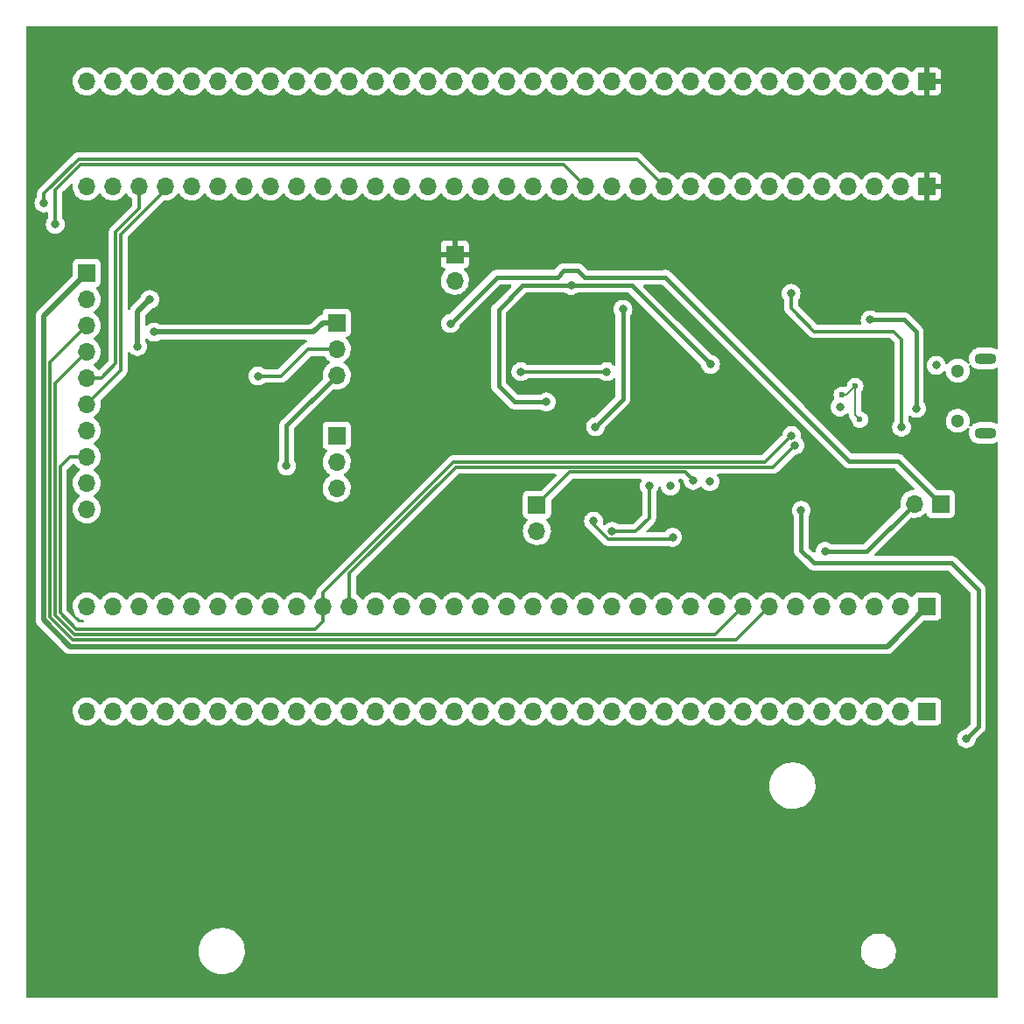
<source format=gbl>
G04 #@! TF.GenerationSoftware,KiCad,Pcbnew,6.0.4*
G04 #@! TF.CreationDate,2022-04-09T16:32:54+02:00*
G04 #@! TF.ProjectId,main,6d61696e-2e6b-4696-9361-645f70636258,rev?*
G04 #@! TF.SameCoordinates,Original*
G04 #@! TF.FileFunction,Copper,L2,Bot*
G04 #@! TF.FilePolarity,Positive*
%FSLAX46Y46*%
G04 Gerber Fmt 4.6, Leading zero omitted, Abs format (unit mm)*
G04 Created by KiCad (PCBNEW 6.0.4) date 2022-04-09 16:32:54*
%MOMM*%
%LPD*%
G01*
G04 APERTURE LIST*
G04 #@! TA.AperFunction,ComponentPad*
%ADD10R,1.700000X1.700000*%
G04 #@! TD*
G04 #@! TA.AperFunction,ComponentPad*
%ADD11O,1.700000X1.700000*%
G04 #@! TD*
G04 #@! TA.AperFunction,ComponentPad*
%ADD12O,2.140000X1.070000*%
G04 #@! TD*
G04 #@! TA.AperFunction,ComponentPad*
%ADD13C,1.300000*%
G04 #@! TD*
G04 #@! TA.AperFunction,ViaPad*
%ADD14C,0.800000*%
G04 #@! TD*
G04 #@! TA.AperFunction,ViaPad*
%ADD15C,0.600000*%
G04 #@! TD*
G04 #@! TA.AperFunction,Conductor*
%ADD16C,0.200000*%
G04 #@! TD*
G04 #@! TA.AperFunction,Conductor*
%ADD17C,0.500000*%
G04 #@! TD*
G04 #@! TA.AperFunction,Conductor*
%ADD18C,0.400000*%
G04 #@! TD*
G04 #@! TA.AperFunction,Conductor*
%ADD19C,0.300000*%
G04 #@! TD*
G04 APERTURE END LIST*
D10*
X112522000Y-92217000D03*
D11*
X112522000Y-94757000D03*
X112522000Y-97297000D03*
D10*
X170947000Y-109728000D03*
D11*
X168407000Y-109728000D03*
X88345000Y-79027000D03*
X90885000Y-79027000D03*
X93425000Y-79027000D03*
X95965000Y-79027000D03*
X98505000Y-79027000D03*
X101045000Y-79027000D03*
X103585000Y-79027000D03*
X106125000Y-79027000D03*
X108665000Y-79027000D03*
X111205000Y-79027000D03*
X113745000Y-79027000D03*
X116285000Y-79027000D03*
X118825000Y-79027000D03*
X121365000Y-79027000D03*
X123905000Y-79027000D03*
X126445000Y-79027000D03*
X128985000Y-79027000D03*
X131525000Y-79027000D03*
X134065000Y-79027000D03*
X136605000Y-79027000D03*
X139145000Y-79027000D03*
X141685000Y-79027000D03*
X144225000Y-79027000D03*
X146765000Y-79027000D03*
X149305000Y-79027000D03*
X151845000Y-79027000D03*
X154385000Y-79027000D03*
X156925000Y-79027000D03*
X159465000Y-79027000D03*
X162005000Y-79027000D03*
X164545000Y-79027000D03*
X167085000Y-79027000D03*
D10*
X169625000Y-79027000D03*
X169625000Y-68867000D03*
D11*
X167085000Y-68867000D03*
X164545000Y-68867000D03*
X162005000Y-68867000D03*
X159465000Y-68867000D03*
X156925000Y-68867000D03*
X154385000Y-68867000D03*
X151845000Y-68867000D03*
X149305000Y-68867000D03*
X146765000Y-68867000D03*
X144225000Y-68867000D03*
X141685000Y-68867000D03*
X139145000Y-68867000D03*
X136605000Y-68867000D03*
X134065000Y-68867000D03*
X131525000Y-68867000D03*
X128985000Y-68867000D03*
X126445000Y-68867000D03*
X123905000Y-68867000D03*
X121365000Y-68867000D03*
X118825000Y-68867000D03*
X116285000Y-68867000D03*
X113745000Y-68867000D03*
X111205000Y-68867000D03*
X108665000Y-68867000D03*
X106125000Y-68867000D03*
X103585000Y-68867000D03*
X101045000Y-68867000D03*
X98505000Y-68867000D03*
X95965000Y-68867000D03*
X93425000Y-68867000D03*
X90885000Y-68867000D03*
X88345000Y-68867000D03*
D10*
X123952000Y-85593000D03*
D11*
X123952000Y-88133000D03*
D10*
X131890000Y-109820000D03*
D11*
X131890000Y-112360000D03*
D10*
X169625000Y-129827000D03*
D11*
X167085000Y-129827000D03*
X164545000Y-129827000D03*
X162005000Y-129827000D03*
X159465000Y-129827000D03*
X156925000Y-129827000D03*
X154385000Y-129827000D03*
X151845000Y-129827000D03*
X149305000Y-129827000D03*
X146765000Y-129827000D03*
X144225000Y-129827000D03*
X141685000Y-129827000D03*
X139145000Y-129827000D03*
X136605000Y-129827000D03*
X134065000Y-129827000D03*
X131525000Y-129827000D03*
X128985000Y-129827000D03*
X126445000Y-129827000D03*
X123905000Y-129827000D03*
X121365000Y-129827000D03*
X118825000Y-129827000D03*
X116285000Y-129827000D03*
X113745000Y-129827000D03*
X111205000Y-129827000D03*
X108665000Y-129827000D03*
X106125000Y-129827000D03*
X103585000Y-129827000D03*
X101045000Y-129827000D03*
X98505000Y-129827000D03*
X95965000Y-129827000D03*
X93425000Y-129827000D03*
X90885000Y-129827000D03*
X88345000Y-129827000D03*
X88345000Y-119667000D03*
X90885000Y-119667000D03*
X93425000Y-119667000D03*
X95965000Y-119667000D03*
X98505000Y-119667000D03*
X101045000Y-119667000D03*
X103585000Y-119667000D03*
X106125000Y-119667000D03*
X108665000Y-119667000D03*
X111205000Y-119667000D03*
X113745000Y-119667000D03*
X116285000Y-119667000D03*
X118825000Y-119667000D03*
X121365000Y-119667000D03*
X123905000Y-119667000D03*
X126445000Y-119667000D03*
X128985000Y-119667000D03*
X131525000Y-119667000D03*
X134065000Y-119667000D03*
X136605000Y-119667000D03*
X139145000Y-119667000D03*
X141685000Y-119667000D03*
X144225000Y-119667000D03*
X146765000Y-119667000D03*
X149305000Y-119667000D03*
X151845000Y-119667000D03*
X154385000Y-119667000D03*
X156925000Y-119667000D03*
X159465000Y-119667000D03*
X162005000Y-119667000D03*
X164545000Y-119667000D03*
X167085000Y-119667000D03*
D10*
X169625000Y-119667000D03*
D12*
X175250000Y-102873250D03*
D13*
X172600000Y-101698250D03*
X172600000Y-96848250D03*
D12*
X175250000Y-95673250D03*
D10*
X88340000Y-87390000D03*
D11*
X88340000Y-89930000D03*
X88340000Y-92470000D03*
X88340000Y-95010000D03*
X88340000Y-97550000D03*
X88340000Y-100090000D03*
X88340000Y-102630000D03*
X88340000Y-105170000D03*
X88340000Y-107710000D03*
X88340000Y-110250000D03*
D10*
X112522000Y-103124000D03*
D11*
X112522000Y-105664000D03*
X112522000Y-108204000D03*
D14*
X103650000Y-102990000D03*
X92600000Y-110910000D03*
D15*
X163120000Y-101570000D03*
X161390000Y-99200000D03*
D14*
X149150000Y-85000000D03*
X114040000Y-83680000D03*
X98110000Y-91330000D03*
X149380000Y-115510000D03*
X163820000Y-94640000D03*
X155180000Y-92710000D03*
X163840000Y-97630000D03*
X98264500Y-96175500D03*
X96750000Y-96170000D03*
X93240000Y-94510000D03*
X170520000Y-96330000D03*
X148610000Y-107580000D03*
X161190000Y-100370000D03*
X94440000Y-89960000D03*
X144800000Y-108010000D03*
X157460000Y-110370000D03*
X173430000Y-132440000D03*
X84200000Y-80630000D03*
X85290000Y-82700000D03*
X94860000Y-93120000D03*
X156826211Y-104071441D03*
X156520000Y-103120000D03*
X104900000Y-97360000D03*
X147000000Y-107460000D03*
X159750000Y-114330000D03*
X142750000Y-108020000D03*
X139170000Y-112400000D03*
X167160000Y-102310000D03*
X156470000Y-89370000D03*
X164130000Y-91930000D03*
X168600000Y-100510000D03*
X107670000Y-106070000D03*
X137550000Y-102270000D03*
X140210000Y-90910000D03*
D15*
X162670000Y-98340000D03*
D14*
X148690000Y-96240000D03*
X132790000Y-99870000D03*
X135200000Y-88600000D03*
X130330000Y-96950000D03*
X138640000Y-96950000D03*
X145020000Y-112960000D03*
X137370000Y-111410000D03*
X123530000Y-92280000D03*
D16*
X162670000Y-101120000D02*
X163120000Y-101570000D01*
X162670000Y-98340000D02*
X162670000Y-101120000D01*
X161810000Y-99200000D02*
X161390000Y-99200000D01*
X162670000Y-98340000D02*
X161810000Y-99200000D01*
D17*
X94440000Y-89960000D02*
X93240000Y-91160000D01*
X93240000Y-91160000D02*
X93240000Y-94510000D01*
D18*
X171970000Y-115470000D02*
X174590000Y-118090000D01*
X169720000Y-115470000D02*
X171970000Y-115470000D01*
X158590000Y-115360000D02*
X158700000Y-115470000D01*
X174590000Y-118090000D02*
X174590000Y-131280000D01*
X174590000Y-131280000D02*
X173430000Y-132440000D01*
X157460000Y-114230000D02*
X158590000Y-115360000D01*
X157460000Y-110370000D02*
X157460000Y-114230000D01*
X158700000Y-115470000D02*
X169720000Y-115470000D01*
D19*
X141568480Y-76370480D02*
X134241091Y-76370481D01*
X87543092Y-76370480D02*
X84200000Y-79713572D01*
X88080000Y-76370480D02*
X87543092Y-76370480D01*
X134241091Y-76370481D02*
X88080000Y-76370480D01*
X144225000Y-79027000D02*
X141568480Y-76370480D01*
X84200000Y-79713572D02*
X84200000Y-80630000D01*
X85680000Y-78940000D02*
X85290000Y-79330000D01*
X87750000Y-76870000D02*
X85680000Y-78940000D01*
X88010000Y-76870000D02*
X87750000Y-76870000D01*
X136605000Y-79027000D02*
X134448000Y-76870000D01*
X134448000Y-76870000D02*
X88010000Y-76870000D01*
X85290000Y-79330000D02*
X85290000Y-82700000D01*
X91629520Y-83666908D02*
X91629520Y-96800480D01*
X95965000Y-79331427D02*
X91629520Y-83666908D01*
X91629520Y-96800480D02*
X88340000Y-100090000D01*
X95965000Y-79027000D02*
X95965000Y-79331427D01*
X93425000Y-81165000D02*
X91130000Y-83460000D01*
X91130000Y-96160000D02*
X89740000Y-97550000D01*
X93425000Y-79027000D02*
X93425000Y-81165000D01*
X89740000Y-97550000D02*
X88340000Y-97550000D01*
X91130000Y-83460000D02*
X91130000Y-96160000D01*
D17*
X86718816Y-123519520D02*
X84151441Y-120952145D01*
X169625000Y-119667000D02*
X165772480Y-123519520D01*
X84151441Y-120952145D02*
X84151441Y-91578559D01*
X84151441Y-91578559D02*
X88340000Y-87390000D01*
X165772480Y-123519520D02*
X86718816Y-123519520D01*
X110300000Y-93120000D02*
X111203000Y-92217000D01*
X111203000Y-92217000D02*
X112522000Y-92217000D01*
X94860000Y-93120000D02*
X110300000Y-93120000D01*
D19*
X151132000Y-122920000D02*
X86967145Y-122920000D01*
X86967145Y-122920000D02*
X84750961Y-120703816D01*
X154385000Y-119667000D02*
X151132000Y-122920000D01*
X84750961Y-120703816D02*
X84750961Y-96059039D01*
X84750961Y-96059039D02*
X88340000Y-92470000D01*
X151845000Y-119667000D02*
X149122480Y-122389520D01*
X85250480Y-120496908D02*
X85250480Y-98099520D01*
X85250480Y-98099520D02*
X88340000Y-95010000D01*
X149122480Y-122389520D02*
X87143091Y-122389519D01*
X87143091Y-122389519D02*
X85250480Y-120496908D01*
X154728133Y-106169519D02*
X124036909Y-106169519D01*
X156826211Y-104071441D02*
X154728133Y-106169519D01*
X124036909Y-106169519D02*
X113745000Y-116461428D01*
X113745000Y-116461428D02*
X113745000Y-119667000D01*
X87350000Y-121890000D02*
X85750000Y-120290000D01*
X153970000Y-105670000D02*
X123830000Y-105670000D01*
X156520000Y-103120000D02*
X153970000Y-105670000D01*
X123830000Y-105670000D02*
X111205000Y-118295000D01*
X110420000Y-121890000D02*
X87350000Y-121890000D01*
X111205000Y-119667000D02*
X111205000Y-121105000D01*
X86730000Y-105170000D02*
X88340000Y-105170000D01*
X85750000Y-120290000D02*
X85750000Y-106150000D01*
X85750000Y-106150000D02*
X86730000Y-105170000D01*
X111205000Y-121105000D02*
X110420000Y-121890000D01*
X111205000Y-118295000D02*
X111205000Y-119667000D01*
X107140000Y-97360000D02*
X109743000Y-94757000D01*
X104900000Y-97360000D02*
X107140000Y-97360000D01*
X109743000Y-94757000D02*
X112522000Y-94757000D01*
X147000000Y-107460000D02*
X146209039Y-106669039D01*
X135040961Y-106669039D02*
X131890000Y-109820000D01*
X146209039Y-106669039D02*
X135040961Y-106669039D01*
D18*
X163805000Y-114330000D02*
X168407000Y-109728000D01*
X159750000Y-114330000D02*
X163805000Y-114330000D01*
D19*
X142750000Y-108020000D02*
X142750000Y-111080000D01*
X142750000Y-111080000D02*
X141430000Y-112400000D01*
X140470000Y-112400000D02*
X139170000Y-112400000D01*
X141430000Y-112400000D02*
X140470000Y-112400000D01*
X167160000Y-102310000D02*
X167160000Y-93830000D01*
X166380000Y-93050000D02*
X162910000Y-93050000D01*
X156720000Y-91040000D02*
X156470000Y-90790000D01*
X156470000Y-90790000D02*
X156470000Y-89370000D01*
X167160000Y-93830000D02*
X166540000Y-93210000D01*
X158730000Y-93050000D02*
X156720000Y-91040000D01*
X162910000Y-93050000D02*
X158730000Y-93050000D01*
X166540000Y-93210000D02*
X166380000Y-93050000D01*
D18*
X167410000Y-91930000D02*
X164130000Y-91930000D01*
X168600000Y-100510000D02*
X168600000Y-93120000D01*
X168600000Y-93120000D02*
X167410000Y-91930000D01*
X107670000Y-102149000D02*
X107670000Y-106070000D01*
X112522000Y-97297000D02*
X107670000Y-102149000D01*
X140210000Y-90910000D02*
X140210000Y-99610000D01*
X140210000Y-99610000D02*
X137550000Y-102270000D01*
X129700000Y-99870000D02*
X132790000Y-99870000D01*
X135200000Y-88600000D02*
X130510000Y-88600000D01*
X130510000Y-88600000D02*
X128170000Y-90940000D01*
X128170000Y-90940000D02*
X128170000Y-98340000D01*
X135200000Y-88600000D02*
X141050000Y-88600000D01*
X128170000Y-98340000D02*
X129700000Y-99870000D01*
X141050000Y-88600000D02*
X148690000Y-96240000D01*
D19*
X138640000Y-96950000D02*
X130330000Y-96950000D01*
X145020000Y-112960000D02*
X144830489Y-113149511D01*
X138789511Y-113149511D02*
X137370000Y-111730000D01*
X144830489Y-113149511D02*
X138789511Y-113149511D01*
X137370000Y-111730000D02*
X137370000Y-111410000D01*
D18*
X136490000Y-87830000D02*
X144280978Y-87830000D01*
X128009511Y-87800489D02*
X133869511Y-87800489D01*
X135830000Y-87170000D02*
X136490000Y-87830000D01*
X134500000Y-87170000D02*
X135830000Y-87170000D01*
X166809000Y-105590000D02*
X170947000Y-109728000D01*
X144310489Y-87800489D02*
X162100000Y-105590000D01*
X144280978Y-87830000D02*
X144310489Y-87800489D01*
X123530000Y-92280000D02*
X128009511Y-87800489D01*
X162100000Y-105590000D02*
X166809000Y-105590000D01*
X133869511Y-87800489D02*
X134500000Y-87170000D01*
G04 #@! TA.AperFunction,Conductor*
G36*
X176433621Y-63528502D02*
G01*
X176480114Y-63582158D01*
X176491500Y-63634500D01*
X176491500Y-94657753D01*
X176471498Y-94725874D01*
X176417842Y-94772367D01*
X176347568Y-94782471D01*
X176304799Y-94768168D01*
X176290606Y-94760365D01*
X176198067Y-94709492D01*
X176192200Y-94707631D01*
X176192198Y-94707630D01*
X176056580Y-94664609D01*
X176003006Y-94647614D01*
X175843744Y-94629750D01*
X174663505Y-94629750D01*
X174511336Y-94644670D01*
X174315429Y-94703818D01*
X174247159Y-94740118D01*
X174140184Y-94796997D01*
X174140181Y-94796999D01*
X174134742Y-94799891D01*
X174129972Y-94803781D01*
X174129968Y-94803784D01*
X173980932Y-94925335D01*
X173980929Y-94925338D01*
X173976157Y-94929230D01*
X173972230Y-94933978D01*
X173972228Y-94933979D01*
X173912113Y-95006646D01*
X173845713Y-95086909D01*
X173748381Y-95266921D01*
X173687867Y-95462410D01*
X173687224Y-95468532D01*
X173687223Y-95468535D01*
X173682675Y-95511811D01*
X173666477Y-95665930D01*
X173685024Y-95869728D01*
X173686762Y-95875634D01*
X173686763Y-95875638D01*
X173727351Y-96013545D01*
X173727395Y-96084542D01*
X173689049Y-96144292D01*
X173624487Y-96173826D01*
X173554207Y-96163767D01*
X173505519Y-96124509D01*
X173468074Y-96074364D01*
X173464622Y-96069741D01*
X173308271Y-95925213D01*
X173128201Y-95811597D01*
X172930441Y-95732699D01*
X172924781Y-95731573D01*
X172924777Y-95731572D01*
X172727282Y-95692288D01*
X172727280Y-95692288D01*
X172721615Y-95691161D01*
X172715840Y-95691085D01*
X172715836Y-95691085D01*
X172609161Y-95689689D01*
X172508716Y-95688374D01*
X172503019Y-95689353D01*
X172503018Y-95689353D01*
X172304564Y-95723453D01*
X172304561Y-95723454D01*
X172298874Y-95724431D01*
X172099116Y-95798125D01*
X171970358Y-95874729D01*
X171932694Y-95897137D01*
X171916134Y-95906989D01*
X171756054Y-96047375D01*
X171752482Y-96051906D01*
X171636541Y-96198976D01*
X171578660Y-96240089D01*
X171507739Y-96243383D01*
X171446297Y-96207811D01*
X171414345Y-96147168D01*
X171414232Y-96146635D01*
X171413542Y-96140072D01*
X171354527Y-95958444D01*
X171351105Y-95952516D01*
X171305561Y-95873632D01*
X171259040Y-95793056D01*
X171204695Y-95732699D01*
X171135675Y-95656045D01*
X171135674Y-95656044D01*
X171131253Y-95651134D01*
X170976752Y-95538882D01*
X170970724Y-95536198D01*
X170970722Y-95536197D01*
X170808319Y-95463891D01*
X170808318Y-95463891D01*
X170802288Y-95461206D01*
X170681874Y-95435611D01*
X170621944Y-95422872D01*
X170621939Y-95422872D01*
X170615487Y-95421500D01*
X170424513Y-95421500D01*
X170418061Y-95422872D01*
X170418056Y-95422872D01*
X170358126Y-95435611D01*
X170237712Y-95461206D01*
X170231682Y-95463891D01*
X170231681Y-95463891D01*
X170069278Y-95536197D01*
X170069276Y-95536198D01*
X170063248Y-95538882D01*
X169908747Y-95651134D01*
X169904326Y-95656044D01*
X169904325Y-95656045D01*
X169835306Y-95732699D01*
X169780960Y-95793056D01*
X169734439Y-95873632D01*
X169688896Y-95952516D01*
X169685473Y-95958444D01*
X169626458Y-96140072D01*
X169625768Y-96146633D01*
X169625768Y-96146635D01*
X169623859Y-96164800D01*
X169606496Y-96330000D01*
X169607186Y-96336565D01*
X169620313Y-96461457D01*
X169626458Y-96519928D01*
X169685473Y-96701556D01*
X169688776Y-96707278D01*
X169688777Y-96707279D01*
X169692921Y-96714457D01*
X169780960Y-96866944D01*
X169785378Y-96871851D01*
X169785379Y-96871852D01*
X169885206Y-96982721D01*
X169908747Y-97008866D01*
X169967791Y-97051764D01*
X170053644Y-97114140D01*
X170063248Y-97121118D01*
X170069276Y-97123802D01*
X170069278Y-97123803D01*
X170219337Y-97190613D01*
X170237712Y-97198794D01*
X170331113Y-97218647D01*
X170418056Y-97237128D01*
X170418061Y-97237128D01*
X170424513Y-97238500D01*
X170615487Y-97238500D01*
X170621939Y-97237128D01*
X170621944Y-97237128D01*
X170708887Y-97218647D01*
X170802288Y-97198794D01*
X170820663Y-97190613D01*
X170970722Y-97123803D01*
X170970724Y-97123802D01*
X170976752Y-97121118D01*
X170986357Y-97114140D01*
X171072209Y-97051764D01*
X171131253Y-97008866D01*
X171228035Y-96901378D01*
X171288480Y-96864140D01*
X171359464Y-96865492D01*
X171418448Y-96905006D01*
X171446706Y-96970136D01*
X171447400Y-96977450D01*
X171447938Y-96985656D01*
X171450861Y-97030256D01*
X171452282Y-97035852D01*
X171452283Y-97035857D01*
X171501238Y-97228614D01*
X171503272Y-97236622D01*
X171505689Y-97241865D01*
X171542389Y-97321473D01*
X171592411Y-97429981D01*
X171715296Y-97603859D01*
X171744952Y-97632749D01*
X171859939Y-97744764D01*
X171867809Y-97752431D01*
X171872605Y-97755636D01*
X171872608Y-97755638D01*
X171969182Y-97820166D01*
X172044843Y-97870721D01*
X172050146Y-97872999D01*
X172050149Y-97873001D01*
X172209900Y-97941635D01*
X172240470Y-97954769D01*
X172313766Y-97971354D01*
X172442501Y-98000484D01*
X172442506Y-98000485D01*
X172448138Y-98001759D01*
X172453909Y-98001986D01*
X172453911Y-98001986D01*
X172515252Y-98004396D01*
X172660891Y-98010119D01*
X172666600Y-98009291D01*
X172666604Y-98009291D01*
X172865890Y-97980395D01*
X172865894Y-97980394D01*
X172871605Y-97979566D01*
X173073223Y-97911126D01*
X173258993Y-97807090D01*
X173268948Y-97798811D01*
X173418255Y-97674634D01*
X173422693Y-97670943D01*
X173558840Y-97507243D01*
X173662876Y-97321473D01*
X173731316Y-97119855D01*
X173738641Y-97069342D01*
X173761337Y-96912811D01*
X173761337Y-96912809D01*
X173761869Y-96909141D01*
X173763463Y-96848250D01*
X173751169Y-96714457D01*
X173744510Y-96641980D01*
X173744509Y-96641977D01*
X173743981Y-96636226D01*
X173726083Y-96572763D01*
X173692213Y-96452672D01*
X173692973Y-96381679D01*
X173731994Y-96322367D01*
X173796887Y-96293568D01*
X173867049Y-96304423D01*
X173911679Y-96339518D01*
X173965840Y-96406881D01*
X174122604Y-96538422D01*
X174301933Y-96637008D01*
X174307800Y-96638869D01*
X174307802Y-96638870D01*
X174379008Y-96661458D01*
X174496994Y-96698886D01*
X174656256Y-96716750D01*
X175836495Y-96716750D01*
X175988664Y-96701830D01*
X176184571Y-96642682D01*
X176306349Y-96577932D01*
X176375884Y-96563613D01*
X176442125Y-96589161D01*
X176484038Y-96646466D01*
X176491500Y-96689184D01*
X176491500Y-101857753D01*
X176471498Y-101925874D01*
X176417842Y-101972367D01*
X176347568Y-101982471D01*
X176304799Y-101968168D01*
X176292443Y-101961375D01*
X176198067Y-101909492D01*
X176192200Y-101907631D01*
X176192198Y-101907630D01*
X176077594Y-101871275D01*
X176003006Y-101847614D01*
X175843744Y-101829750D01*
X174663505Y-101829750D01*
X174511336Y-101844670D01*
X174315429Y-101903818D01*
X174238487Y-101944729D01*
X174140184Y-101996997D01*
X174140181Y-101996999D01*
X174134742Y-101999891D01*
X174129972Y-102003781D01*
X174129968Y-102003784D01*
X173980932Y-102125335D01*
X173980929Y-102125338D01*
X173976157Y-102129230D01*
X173905724Y-102214369D01*
X173846891Y-102254107D01*
X173775913Y-102255729D01*
X173715326Y-102218719D01*
X173684365Y-102154829D01*
X173689327Y-102093552D01*
X173729459Y-101975326D01*
X173729459Y-101975324D01*
X173731316Y-101969855D01*
X173733227Y-101956680D01*
X173749209Y-101846452D01*
X173761869Y-101759141D01*
X173763463Y-101698250D01*
X173747275Y-101522072D01*
X173744510Y-101491980D01*
X173744509Y-101491977D01*
X173743981Y-101486226D01*
X173729091Y-101433429D01*
X173687754Y-101286861D01*
X173687753Y-101286859D01*
X173686186Y-101281302D01*
X173670492Y-101249476D01*
X173594570Y-101095523D01*
X173592015Y-101090342D01*
X173464622Y-100919741D01*
X173308271Y-100775213D01*
X173128201Y-100661597D01*
X172930441Y-100582699D01*
X172924781Y-100581573D01*
X172924777Y-100581572D01*
X172727282Y-100542288D01*
X172727280Y-100542288D01*
X172721615Y-100541161D01*
X172715840Y-100541085D01*
X172715836Y-100541085D01*
X172609161Y-100539689D01*
X172508716Y-100538374D01*
X172503019Y-100539353D01*
X172503018Y-100539353D01*
X172304564Y-100573453D01*
X172304561Y-100573454D01*
X172298874Y-100574431D01*
X172099116Y-100648125D01*
X171916134Y-100756989D01*
X171756054Y-100897375D01*
X171624238Y-101064583D01*
X171621549Y-101069694D01*
X171621547Y-101069697D01*
X171601765Y-101107297D01*
X171525100Y-101253012D01*
X171523386Y-101258533D01*
X171523384Y-101258537D01*
X171487732Y-101373357D01*
X171461961Y-101456352D01*
X171436936Y-101667794D01*
X171450861Y-101880256D01*
X171452282Y-101885852D01*
X171452283Y-101885857D01*
X171490124Y-102034852D01*
X171503272Y-102086622D01*
X171505689Y-102091865D01*
X171542389Y-102171473D01*
X171592411Y-102279981D01*
X171715296Y-102453859D01*
X171867809Y-102602431D01*
X171872605Y-102605636D01*
X171872608Y-102605638D01*
X171949612Y-102657090D01*
X172044843Y-102720721D01*
X172050146Y-102722999D01*
X172050149Y-102723001D01*
X172132324Y-102758306D01*
X172240470Y-102804769D01*
X172316316Y-102821931D01*
X172442501Y-102850484D01*
X172442506Y-102850485D01*
X172448138Y-102851759D01*
X172453909Y-102851986D01*
X172453911Y-102851986D01*
X172515252Y-102854396D01*
X172660891Y-102860119D01*
X172666600Y-102859291D01*
X172666604Y-102859291D01*
X172865890Y-102830395D01*
X172865894Y-102830394D01*
X172871605Y-102829566D01*
X173073223Y-102761126D01*
X173258993Y-102657090D01*
X173422693Y-102520943D01*
X173510705Y-102415119D01*
X173569638Y-102375538D01*
X173640621Y-102374101D01*
X173701111Y-102411268D01*
X173731905Y-102475239D01*
X173727941Y-102532950D01*
X173713950Y-102578148D01*
X173687867Y-102662410D01*
X173687224Y-102668532D01*
X173687223Y-102668535D01*
X173667175Y-102859291D01*
X173666477Y-102865930D01*
X173667036Y-102872070D01*
X173682104Y-103037639D01*
X173685024Y-103069728D01*
X173686762Y-103075634D01*
X173686763Y-103075638D01*
X173717527Y-103180166D01*
X173742802Y-103266043D01*
X173745655Y-103271501D01*
X173745657Y-103271505D01*
X173780330Y-103337828D01*
X173837612Y-103447397D01*
X173841470Y-103452195D01*
X173841471Y-103452197D01*
X173890751Y-103513489D01*
X173965840Y-103606881D01*
X174122604Y-103738422D01*
X174301933Y-103837008D01*
X174307800Y-103838869D01*
X174307802Y-103838870D01*
X174372325Y-103859338D01*
X174496994Y-103898886D01*
X174656256Y-103916750D01*
X175836495Y-103916750D01*
X175988664Y-103901830D01*
X176184571Y-103842682D01*
X176306349Y-103777932D01*
X176375884Y-103763613D01*
X176442125Y-103789161D01*
X176484038Y-103846466D01*
X176491500Y-103889184D01*
X176491500Y-157365500D01*
X176471498Y-157433621D01*
X176417842Y-157480114D01*
X176365500Y-157491500D01*
X82634500Y-157491500D01*
X82566379Y-157471498D01*
X82519886Y-157417842D01*
X82508500Y-157365500D01*
X82508500Y-153046880D01*
X99161992Y-153046880D01*
X99162355Y-153051028D01*
X99162355Y-153051032D01*
X99187487Y-153338293D01*
X99187488Y-153338301D01*
X99187852Y-153342459D01*
X99188766Y-153346548D01*
X99244423Y-153595540D01*
X99252577Y-153632021D01*
X99254019Y-153635941D01*
X99254021Y-153635947D01*
X99352707Y-153904169D01*
X99355029Y-153910480D01*
X99356980Y-153914180D01*
X99356982Y-153914185D01*
X99491457Y-154169238D01*
X99493410Y-154172942D01*
X99665288Y-154414797D01*
X99867642Y-154631796D01*
X100096918Y-154820125D01*
X100349088Y-154976477D01*
X100619722Y-155098105D01*
X100792390Y-155149580D01*
X100900065Y-155181679D01*
X100900067Y-155181679D01*
X100904064Y-155182871D01*
X100908184Y-155183524D01*
X100908186Y-155183524D01*
X101027106Y-155202359D01*
X101197119Y-155229286D01*
X101242146Y-155231331D01*
X101288497Y-155233436D01*
X101288516Y-155233436D01*
X101289916Y-155233500D01*
X101475264Y-155233500D01*
X101696056Y-155218835D01*
X101986910Y-155160188D01*
X102267453Y-155063590D01*
X102271196Y-155061716D01*
X102271200Y-155061714D01*
X102529012Y-154932611D01*
X102529014Y-154932610D01*
X102532756Y-154930736D01*
X102778158Y-154763961D01*
X102999346Y-154566196D01*
X103192436Y-154340914D01*
X103221485Y-154296182D01*
X103351763Y-154095572D01*
X103351765Y-154095569D01*
X103354035Y-154092073D01*
X103375362Y-154047160D01*
X103402629Y-153989734D01*
X103481304Y-153824046D01*
X103482584Y-153820060D01*
X103570726Y-153545530D01*
X103570727Y-153545524D01*
X103572006Y-153541542D01*
X103607106Y-153346465D01*
X103623809Y-153253632D01*
X103623810Y-153253627D01*
X103624548Y-153249523D01*
X103628174Y-153169689D01*
X103637819Y-152957290D01*
X103637819Y-152957285D01*
X103638008Y-152953120D01*
X103637645Y-152948968D01*
X103634287Y-152910583D01*
X163223828Y-152910583D01*
X163229935Y-153169689D01*
X163275163Y-153424890D01*
X163358473Y-153670313D01*
X163360674Y-153674549D01*
X163360676Y-153674555D01*
X163418210Y-153785312D01*
X163477947Y-153900311D01*
X163480762Y-153904165D01*
X163480765Y-153904169D01*
X163582307Y-154043161D01*
X163630837Y-154109590D01*
X163634209Y-154112980D01*
X163634211Y-154112982D01*
X163810248Y-154289945D01*
X163810253Y-154289949D01*
X163813622Y-154293336D01*
X164022099Y-154447319D01*
X164026337Y-154449549D01*
X164026339Y-154449550D01*
X164247232Y-154565768D01*
X164247239Y-154565771D01*
X164251468Y-154567996D01*
X164255984Y-154569555D01*
X164255990Y-154569558D01*
X164382565Y-154613264D01*
X164496451Y-154652590D01*
X164614193Y-154674093D01*
X164747441Y-154698429D01*
X164747445Y-154698429D01*
X164751412Y-154699154D01*
X164834342Y-154703500D01*
X164995903Y-154703500D01*
X164998282Y-154703319D01*
X164998283Y-154703319D01*
X165183664Y-154689218D01*
X165183669Y-154689217D01*
X165188431Y-154688855D01*
X165193084Y-154687776D01*
X165193087Y-154687776D01*
X165436251Y-154631413D01*
X165436250Y-154631413D01*
X165440915Y-154630332D01*
X165681642Y-154534292D01*
X165905072Y-154402944D01*
X165908783Y-154399923D01*
X165908787Y-154399920D01*
X166102351Y-154242334D01*
X166106063Y-154239312D01*
X166109272Y-154235767D01*
X166109277Y-154235762D01*
X166276774Y-154050713D01*
X166279990Y-154047160D01*
X166422851Y-153830910D01*
X166426016Y-153824046D01*
X166529352Y-153599892D01*
X166529353Y-153599889D01*
X166531358Y-153595540D01*
X166603015Y-153346465D01*
X166604070Y-153338293D01*
X166635561Y-153094154D01*
X166636172Y-153089417D01*
X166630065Y-152830311D01*
X166584837Y-152575110D01*
X166501527Y-152329687D01*
X166499326Y-152325451D01*
X166499324Y-152325445D01*
X166418104Y-152169090D01*
X166382053Y-152099689D01*
X166371918Y-152085815D01*
X166231986Y-151894274D01*
X166231985Y-151894273D01*
X166229163Y-151890410D01*
X166169827Y-151830762D01*
X166049752Y-151710055D01*
X166049747Y-151710051D01*
X166046378Y-151706664D01*
X165837901Y-151552681D01*
X165833661Y-151550450D01*
X165612768Y-151434232D01*
X165612761Y-151434229D01*
X165608532Y-151432004D01*
X165604016Y-151430445D01*
X165604010Y-151430442D01*
X165433148Y-151371443D01*
X165363549Y-151347410D01*
X165245807Y-151325907D01*
X165112559Y-151301571D01*
X165112555Y-151301571D01*
X165108588Y-151300846D01*
X165025658Y-151296500D01*
X164864097Y-151296500D01*
X164861718Y-151296681D01*
X164861717Y-151296681D01*
X164676336Y-151310782D01*
X164676331Y-151310783D01*
X164671569Y-151311145D01*
X164666916Y-151312224D01*
X164666913Y-151312224D01*
X164518822Y-151346550D01*
X164419085Y-151369668D01*
X164178358Y-151465708D01*
X163954928Y-151597056D01*
X163951217Y-151600077D01*
X163951213Y-151600080D01*
X163878736Y-151659086D01*
X163753937Y-151760688D01*
X163750728Y-151764233D01*
X163750723Y-151764238D01*
X163633021Y-151894274D01*
X163580010Y-151952840D01*
X163437149Y-152169090D01*
X163435148Y-152173430D01*
X163435146Y-152173434D01*
X163361025Y-152334215D01*
X163328642Y-152404460D01*
X163256985Y-152653535D01*
X163256374Y-152658270D01*
X163256373Y-152658276D01*
X163245010Y-152746368D01*
X163223828Y-152910583D01*
X103634287Y-152910583D01*
X103612513Y-152661707D01*
X103612512Y-152661699D01*
X103612148Y-152657541D01*
X103556606Y-152409062D01*
X103548336Y-152372063D01*
X103548336Y-152372061D01*
X103547423Y-152367979D01*
X103535001Y-152334215D01*
X103446418Y-152093452D01*
X103446416Y-152093448D01*
X103444971Y-152089520D01*
X103371035Y-151949287D01*
X103308543Y-151830762D01*
X103308542Y-151830761D01*
X103306590Y-151827058D01*
X103134712Y-151585203D01*
X102932358Y-151368204D01*
X102703082Y-151179875D01*
X102450912Y-151023523D01*
X102180278Y-150901895D01*
X102007610Y-150850420D01*
X101899935Y-150818321D01*
X101899933Y-150818321D01*
X101895936Y-150817129D01*
X101891816Y-150816476D01*
X101891814Y-150816476D01*
X101772894Y-150797641D01*
X101602881Y-150770714D01*
X101557854Y-150768669D01*
X101511503Y-150766564D01*
X101511484Y-150766564D01*
X101510084Y-150766500D01*
X101324736Y-150766500D01*
X101103944Y-150781165D01*
X100813090Y-150839812D01*
X100532547Y-150936410D01*
X100528804Y-150938284D01*
X100528800Y-150938286D01*
X100354179Y-151025730D01*
X100267244Y-151069264D01*
X100021842Y-151236039D01*
X99800654Y-151433804D01*
X99607564Y-151659086D01*
X99605290Y-151662588D01*
X99605289Y-151662589D01*
X99457341Y-151890410D01*
X99445965Y-151907927D01*
X99444177Y-151911693D01*
X99444174Y-151911698D01*
X99422740Y-151956839D01*
X99318696Y-152175954D01*
X99317417Y-152179937D01*
X99317416Y-152179940D01*
X99245331Y-152404460D01*
X99227994Y-152458458D01*
X99227253Y-152462577D01*
X99192174Y-152657541D01*
X99175452Y-152750477D01*
X99175263Y-152754644D01*
X99175262Y-152754651D01*
X99166060Y-152957290D01*
X99161992Y-153046880D01*
X82508500Y-153046880D01*
X82508500Y-137046880D01*
X154361992Y-137046880D01*
X154362355Y-137051028D01*
X154362355Y-137051032D01*
X154387487Y-137338293D01*
X154387488Y-137338301D01*
X154387852Y-137342459D01*
X154452577Y-137632021D01*
X154454019Y-137635941D01*
X154454021Y-137635947D01*
X154524619Y-137827827D01*
X154555029Y-137910480D01*
X154693410Y-138172942D01*
X154865288Y-138414797D01*
X155067642Y-138631796D01*
X155296918Y-138820125D01*
X155549088Y-138976477D01*
X155819722Y-139098105D01*
X155992390Y-139149580D01*
X156100065Y-139181679D01*
X156100067Y-139181679D01*
X156104064Y-139182871D01*
X156108184Y-139183524D01*
X156108186Y-139183524D01*
X156227106Y-139202359D01*
X156397119Y-139229286D01*
X156442146Y-139231331D01*
X156488497Y-139233436D01*
X156488516Y-139233436D01*
X156489916Y-139233500D01*
X156675264Y-139233500D01*
X156896056Y-139218835D01*
X157186910Y-139160188D01*
X157467453Y-139063590D01*
X157471196Y-139061716D01*
X157471200Y-139061714D01*
X157729012Y-138932611D01*
X157729014Y-138932610D01*
X157732756Y-138930736D01*
X157978158Y-138763961D01*
X158199346Y-138566196D01*
X158392436Y-138340914D01*
X158394711Y-138337411D01*
X158551763Y-138095572D01*
X158551765Y-138095569D01*
X158554035Y-138092073D01*
X158681304Y-137824046D01*
X158741696Y-137635947D01*
X158770726Y-137545530D01*
X158770727Y-137545524D01*
X158772006Y-137541542D01*
X158807091Y-137346548D01*
X158823809Y-137253632D01*
X158823810Y-137253627D01*
X158824548Y-137249523D01*
X158833751Y-137046880D01*
X158837819Y-136957290D01*
X158837819Y-136957285D01*
X158838008Y-136953120D01*
X158837645Y-136948968D01*
X158812513Y-136661707D01*
X158812512Y-136661699D01*
X158812148Y-136657541D01*
X158747423Y-136367979D01*
X158676773Y-136175954D01*
X158646418Y-136093452D01*
X158646416Y-136093448D01*
X158644971Y-136089520D01*
X158506590Y-135827058D01*
X158334712Y-135585203D01*
X158132358Y-135368204D01*
X157903082Y-135179875D01*
X157650912Y-135023523D01*
X157380278Y-134901895D01*
X157207610Y-134850420D01*
X157099935Y-134818321D01*
X157099933Y-134818321D01*
X157095936Y-134817129D01*
X157091816Y-134816476D01*
X157091814Y-134816476D01*
X156972894Y-134797641D01*
X156802881Y-134770714D01*
X156757854Y-134768669D01*
X156711503Y-134766564D01*
X156711484Y-134766564D01*
X156710084Y-134766500D01*
X156524736Y-134766500D01*
X156303944Y-134781165D01*
X156013090Y-134839812D01*
X155732547Y-134936410D01*
X155728804Y-134938284D01*
X155728800Y-134938286D01*
X155554179Y-135025730D01*
X155467244Y-135069264D01*
X155221842Y-135236039D01*
X155000654Y-135433804D01*
X154807564Y-135659086D01*
X154805290Y-135662588D01*
X154805289Y-135662589D01*
X154700698Y-135823646D01*
X154645965Y-135907927D01*
X154518696Y-136175954D01*
X154517417Y-136179937D01*
X154517416Y-136179940D01*
X154457044Y-136367979D01*
X154427994Y-136458458D01*
X154427253Y-136462577D01*
X154392174Y-136657541D01*
X154375452Y-136750477D01*
X154375263Y-136754644D01*
X154375262Y-136754651D01*
X154366060Y-136957290D01*
X154361992Y-137046880D01*
X82508500Y-137046880D01*
X82508500Y-129793695D01*
X86982251Y-129793695D01*
X86995110Y-130016715D01*
X86996247Y-130021761D01*
X86996248Y-130021767D01*
X87020304Y-130128508D01*
X87044222Y-130234639D01*
X87128266Y-130441616D01*
X87165685Y-130502678D01*
X87242291Y-130627688D01*
X87244987Y-130632088D01*
X87391250Y-130800938D01*
X87563126Y-130943632D01*
X87756000Y-131056338D01*
X87964692Y-131136030D01*
X87969760Y-131137061D01*
X87969763Y-131137062D01*
X88077017Y-131158883D01*
X88183597Y-131180567D01*
X88188772Y-131180757D01*
X88188774Y-131180757D01*
X88401673Y-131188564D01*
X88401677Y-131188564D01*
X88406837Y-131188753D01*
X88411957Y-131188097D01*
X88411959Y-131188097D01*
X88623288Y-131161025D01*
X88623289Y-131161025D01*
X88628416Y-131160368D01*
X88633366Y-131158883D01*
X88837429Y-131097661D01*
X88837434Y-131097659D01*
X88842384Y-131096174D01*
X89042994Y-130997896D01*
X89224860Y-130868173D01*
X89383096Y-130710489D01*
X89442594Y-130627689D01*
X89513453Y-130529077D01*
X89514776Y-130530028D01*
X89561645Y-130486857D01*
X89631580Y-130474625D01*
X89697026Y-130502144D01*
X89724875Y-130533994D01*
X89784987Y-130632088D01*
X89931250Y-130800938D01*
X90103126Y-130943632D01*
X90296000Y-131056338D01*
X90504692Y-131136030D01*
X90509760Y-131137061D01*
X90509763Y-131137062D01*
X90617017Y-131158883D01*
X90723597Y-131180567D01*
X90728772Y-131180757D01*
X90728774Y-131180757D01*
X90941673Y-131188564D01*
X90941677Y-131188564D01*
X90946837Y-131188753D01*
X90951957Y-131188097D01*
X90951959Y-131188097D01*
X91163288Y-131161025D01*
X91163289Y-131161025D01*
X91168416Y-131160368D01*
X91173366Y-131158883D01*
X91377429Y-131097661D01*
X91377434Y-131097659D01*
X91382384Y-131096174D01*
X91582994Y-130997896D01*
X91764860Y-130868173D01*
X91923096Y-130710489D01*
X91982594Y-130627689D01*
X92053453Y-130529077D01*
X92054776Y-130530028D01*
X92101645Y-130486857D01*
X92171580Y-130474625D01*
X92237026Y-130502144D01*
X92264875Y-130533994D01*
X92324987Y-130632088D01*
X92471250Y-130800938D01*
X92643126Y-130943632D01*
X92836000Y-131056338D01*
X93044692Y-131136030D01*
X93049760Y-131137061D01*
X93049763Y-131137062D01*
X93157017Y-131158883D01*
X93263597Y-131180567D01*
X93268772Y-131180757D01*
X93268774Y-131180757D01*
X93481673Y-131188564D01*
X93481677Y-131188564D01*
X93486837Y-131188753D01*
X93491957Y-131188097D01*
X93491959Y-131188097D01*
X93703288Y-131161025D01*
X93703289Y-131161025D01*
X93708416Y-131160368D01*
X93713366Y-131158883D01*
X93917429Y-131097661D01*
X93917434Y-131097659D01*
X93922384Y-131096174D01*
X94122994Y-130997896D01*
X94304860Y-130868173D01*
X94463096Y-130710489D01*
X94522594Y-130627689D01*
X94593453Y-130529077D01*
X94594776Y-130530028D01*
X94641645Y-130486857D01*
X94711580Y-130474625D01*
X94777026Y-130502144D01*
X94804875Y-130533994D01*
X94864987Y-130632088D01*
X95011250Y-130800938D01*
X95183126Y-130943632D01*
X95376000Y-131056338D01*
X95584692Y-131136030D01*
X95589760Y-131137061D01*
X95589763Y-131137062D01*
X95697017Y-131158883D01*
X95803597Y-131180567D01*
X95808772Y-131180757D01*
X95808774Y-131180757D01*
X96021673Y-131188564D01*
X96021677Y-131188564D01*
X96026837Y-131188753D01*
X96031957Y-131188097D01*
X96031959Y-131188097D01*
X96243288Y-131161025D01*
X96243289Y-131161025D01*
X96248416Y-131160368D01*
X96253366Y-131158883D01*
X96457429Y-131097661D01*
X96457434Y-131097659D01*
X96462384Y-131096174D01*
X96662994Y-130997896D01*
X96844860Y-130868173D01*
X97003096Y-130710489D01*
X97062594Y-130627689D01*
X97133453Y-130529077D01*
X97134776Y-130530028D01*
X97181645Y-130486857D01*
X97251580Y-130474625D01*
X97317026Y-130502144D01*
X97344875Y-130533994D01*
X97404987Y-130632088D01*
X97551250Y-130800938D01*
X97723126Y-130943632D01*
X97916000Y-131056338D01*
X98124692Y-131136030D01*
X98129760Y-131137061D01*
X98129763Y-131137062D01*
X98237017Y-131158883D01*
X98343597Y-131180567D01*
X98348772Y-131180757D01*
X98348774Y-131180757D01*
X98561673Y-131188564D01*
X98561677Y-131188564D01*
X98566837Y-131188753D01*
X98571957Y-131188097D01*
X98571959Y-131188097D01*
X98783288Y-131161025D01*
X98783289Y-131161025D01*
X98788416Y-131160368D01*
X98793366Y-131158883D01*
X98997429Y-131097661D01*
X98997434Y-131097659D01*
X99002384Y-131096174D01*
X99202994Y-130997896D01*
X99384860Y-130868173D01*
X99543096Y-130710489D01*
X99602594Y-130627689D01*
X99673453Y-130529077D01*
X99674776Y-130530028D01*
X99721645Y-130486857D01*
X99791580Y-130474625D01*
X99857026Y-130502144D01*
X99884875Y-130533994D01*
X99944987Y-130632088D01*
X100091250Y-130800938D01*
X100263126Y-130943632D01*
X100456000Y-131056338D01*
X100664692Y-131136030D01*
X100669760Y-131137061D01*
X100669763Y-131137062D01*
X100777017Y-131158883D01*
X100883597Y-131180567D01*
X100888772Y-131180757D01*
X100888774Y-131180757D01*
X101101673Y-131188564D01*
X101101677Y-131188564D01*
X101106837Y-131188753D01*
X101111957Y-131188097D01*
X101111959Y-131188097D01*
X101323288Y-131161025D01*
X101323289Y-131161025D01*
X101328416Y-131160368D01*
X101333366Y-131158883D01*
X101537429Y-131097661D01*
X101537434Y-131097659D01*
X101542384Y-131096174D01*
X101742994Y-130997896D01*
X101924860Y-130868173D01*
X102083096Y-130710489D01*
X102142594Y-130627689D01*
X102213453Y-130529077D01*
X102214776Y-130530028D01*
X102261645Y-130486857D01*
X102331580Y-130474625D01*
X102397026Y-130502144D01*
X102424875Y-130533994D01*
X102484987Y-130632088D01*
X102631250Y-130800938D01*
X102803126Y-130943632D01*
X102996000Y-131056338D01*
X103204692Y-131136030D01*
X103209760Y-131137061D01*
X103209763Y-131137062D01*
X103317017Y-131158883D01*
X103423597Y-131180567D01*
X103428772Y-131180757D01*
X103428774Y-131180757D01*
X103641673Y-131188564D01*
X103641677Y-131188564D01*
X103646837Y-131188753D01*
X103651957Y-131188097D01*
X103651959Y-131188097D01*
X103863288Y-131161025D01*
X103863289Y-131161025D01*
X103868416Y-131160368D01*
X103873366Y-131158883D01*
X104077429Y-131097661D01*
X104077434Y-131097659D01*
X104082384Y-131096174D01*
X104282994Y-130997896D01*
X104464860Y-130868173D01*
X104623096Y-130710489D01*
X104682594Y-130627689D01*
X104753453Y-130529077D01*
X104754776Y-130530028D01*
X104801645Y-130486857D01*
X104871580Y-130474625D01*
X104937026Y-130502144D01*
X104964875Y-130533994D01*
X105024987Y-130632088D01*
X105171250Y-130800938D01*
X105343126Y-130943632D01*
X105536000Y-131056338D01*
X105744692Y-131136030D01*
X105749760Y-131137061D01*
X105749763Y-131137062D01*
X105857017Y-131158883D01*
X105963597Y-131180567D01*
X105968772Y-131180757D01*
X105968774Y-131180757D01*
X106181673Y-131188564D01*
X106181677Y-131188564D01*
X106186837Y-131188753D01*
X106191957Y-131188097D01*
X106191959Y-131188097D01*
X106403288Y-131161025D01*
X106403289Y-131161025D01*
X106408416Y-131160368D01*
X106413366Y-131158883D01*
X106617429Y-131097661D01*
X106617434Y-131097659D01*
X106622384Y-131096174D01*
X106822994Y-130997896D01*
X107004860Y-130868173D01*
X107163096Y-130710489D01*
X107222594Y-130627689D01*
X107293453Y-130529077D01*
X107294776Y-130530028D01*
X107341645Y-130486857D01*
X107411580Y-130474625D01*
X107477026Y-130502144D01*
X107504875Y-130533994D01*
X107564987Y-130632088D01*
X107711250Y-130800938D01*
X107883126Y-130943632D01*
X108076000Y-131056338D01*
X108284692Y-131136030D01*
X108289760Y-131137061D01*
X108289763Y-131137062D01*
X108397017Y-131158883D01*
X108503597Y-131180567D01*
X108508772Y-131180757D01*
X108508774Y-131180757D01*
X108721673Y-131188564D01*
X108721677Y-131188564D01*
X108726837Y-131188753D01*
X108731957Y-131188097D01*
X108731959Y-131188097D01*
X108943288Y-131161025D01*
X108943289Y-131161025D01*
X108948416Y-131160368D01*
X108953366Y-131158883D01*
X109157429Y-131097661D01*
X109157434Y-131097659D01*
X109162384Y-131096174D01*
X109362994Y-130997896D01*
X109544860Y-130868173D01*
X109703096Y-130710489D01*
X109762594Y-130627689D01*
X109833453Y-130529077D01*
X109834776Y-130530028D01*
X109881645Y-130486857D01*
X109951580Y-130474625D01*
X110017026Y-130502144D01*
X110044875Y-130533994D01*
X110104987Y-130632088D01*
X110251250Y-130800938D01*
X110423126Y-130943632D01*
X110616000Y-131056338D01*
X110824692Y-131136030D01*
X110829760Y-131137061D01*
X110829763Y-131137062D01*
X110937017Y-131158883D01*
X111043597Y-131180567D01*
X111048772Y-131180757D01*
X111048774Y-131180757D01*
X111261673Y-131188564D01*
X111261677Y-131188564D01*
X111266837Y-131188753D01*
X111271957Y-131188097D01*
X111271959Y-131188097D01*
X111483288Y-131161025D01*
X111483289Y-131161025D01*
X111488416Y-131160368D01*
X111493366Y-131158883D01*
X111697429Y-131097661D01*
X111697434Y-131097659D01*
X111702384Y-131096174D01*
X111902994Y-130997896D01*
X112084860Y-130868173D01*
X112243096Y-130710489D01*
X112302594Y-130627689D01*
X112373453Y-130529077D01*
X112374776Y-130530028D01*
X112421645Y-130486857D01*
X112491580Y-130474625D01*
X112557026Y-130502144D01*
X112584875Y-130533994D01*
X112644987Y-130632088D01*
X112791250Y-130800938D01*
X112963126Y-130943632D01*
X113156000Y-131056338D01*
X113364692Y-131136030D01*
X113369760Y-131137061D01*
X113369763Y-131137062D01*
X113477017Y-131158883D01*
X113583597Y-131180567D01*
X113588772Y-131180757D01*
X113588774Y-131180757D01*
X113801673Y-131188564D01*
X113801677Y-131188564D01*
X113806837Y-131188753D01*
X113811957Y-131188097D01*
X113811959Y-131188097D01*
X114023288Y-131161025D01*
X114023289Y-131161025D01*
X114028416Y-131160368D01*
X114033366Y-131158883D01*
X114237429Y-131097661D01*
X114237434Y-131097659D01*
X114242384Y-131096174D01*
X114442994Y-130997896D01*
X114624860Y-130868173D01*
X114783096Y-130710489D01*
X114842594Y-130627689D01*
X114913453Y-130529077D01*
X114914776Y-130530028D01*
X114961645Y-130486857D01*
X115031580Y-130474625D01*
X115097026Y-130502144D01*
X115124875Y-130533994D01*
X115184987Y-130632088D01*
X115331250Y-130800938D01*
X115503126Y-130943632D01*
X115696000Y-131056338D01*
X115904692Y-131136030D01*
X115909760Y-131137061D01*
X115909763Y-131137062D01*
X116017017Y-131158883D01*
X116123597Y-131180567D01*
X116128772Y-131180757D01*
X116128774Y-131180757D01*
X116341673Y-131188564D01*
X116341677Y-131188564D01*
X116346837Y-131188753D01*
X116351957Y-131188097D01*
X116351959Y-131188097D01*
X116563288Y-131161025D01*
X116563289Y-131161025D01*
X116568416Y-131160368D01*
X116573366Y-131158883D01*
X116777429Y-131097661D01*
X116777434Y-131097659D01*
X116782384Y-131096174D01*
X116982994Y-130997896D01*
X117164860Y-130868173D01*
X117323096Y-130710489D01*
X117382594Y-130627689D01*
X117453453Y-130529077D01*
X117454776Y-130530028D01*
X117501645Y-130486857D01*
X117571580Y-130474625D01*
X117637026Y-130502144D01*
X117664875Y-130533994D01*
X117724987Y-130632088D01*
X117871250Y-130800938D01*
X118043126Y-130943632D01*
X118236000Y-131056338D01*
X118444692Y-131136030D01*
X118449760Y-131137061D01*
X118449763Y-131137062D01*
X118557017Y-131158883D01*
X118663597Y-131180567D01*
X118668772Y-131180757D01*
X118668774Y-131180757D01*
X118881673Y-131188564D01*
X118881677Y-131188564D01*
X118886837Y-131188753D01*
X118891957Y-131188097D01*
X118891959Y-131188097D01*
X119103288Y-131161025D01*
X119103289Y-131161025D01*
X119108416Y-131160368D01*
X119113366Y-131158883D01*
X119317429Y-131097661D01*
X119317434Y-131097659D01*
X119322384Y-131096174D01*
X119522994Y-130997896D01*
X119704860Y-130868173D01*
X119863096Y-130710489D01*
X119922594Y-130627689D01*
X119993453Y-130529077D01*
X119994776Y-130530028D01*
X120041645Y-130486857D01*
X120111580Y-130474625D01*
X120177026Y-130502144D01*
X120204875Y-130533994D01*
X120264987Y-130632088D01*
X120411250Y-130800938D01*
X120583126Y-130943632D01*
X120776000Y-131056338D01*
X120984692Y-131136030D01*
X120989760Y-131137061D01*
X120989763Y-131137062D01*
X121097017Y-131158883D01*
X121203597Y-131180567D01*
X121208772Y-131180757D01*
X121208774Y-131180757D01*
X121421673Y-131188564D01*
X121421677Y-131188564D01*
X121426837Y-131188753D01*
X121431957Y-131188097D01*
X121431959Y-131188097D01*
X121643288Y-131161025D01*
X121643289Y-131161025D01*
X121648416Y-131160368D01*
X121653366Y-131158883D01*
X121857429Y-131097661D01*
X121857434Y-131097659D01*
X121862384Y-131096174D01*
X122062994Y-130997896D01*
X122244860Y-130868173D01*
X122403096Y-130710489D01*
X122462594Y-130627689D01*
X122533453Y-130529077D01*
X122534776Y-130530028D01*
X122581645Y-130486857D01*
X122651580Y-130474625D01*
X122717026Y-130502144D01*
X122744875Y-130533994D01*
X122804987Y-130632088D01*
X122951250Y-130800938D01*
X123123126Y-130943632D01*
X123316000Y-131056338D01*
X123524692Y-131136030D01*
X123529760Y-131137061D01*
X123529763Y-131137062D01*
X123637017Y-131158883D01*
X123743597Y-131180567D01*
X123748772Y-131180757D01*
X123748774Y-131180757D01*
X123961673Y-131188564D01*
X123961677Y-131188564D01*
X123966837Y-131188753D01*
X123971957Y-131188097D01*
X123971959Y-131188097D01*
X124183288Y-131161025D01*
X124183289Y-131161025D01*
X124188416Y-131160368D01*
X124193366Y-131158883D01*
X124397429Y-131097661D01*
X124397434Y-131097659D01*
X124402384Y-131096174D01*
X124602994Y-130997896D01*
X124784860Y-130868173D01*
X124943096Y-130710489D01*
X125002594Y-130627689D01*
X125073453Y-130529077D01*
X125074776Y-130530028D01*
X125121645Y-130486857D01*
X125191580Y-130474625D01*
X125257026Y-130502144D01*
X125284875Y-130533994D01*
X125344987Y-130632088D01*
X125491250Y-130800938D01*
X125663126Y-130943632D01*
X125856000Y-131056338D01*
X126064692Y-131136030D01*
X126069760Y-131137061D01*
X126069763Y-131137062D01*
X126177017Y-131158883D01*
X126283597Y-131180567D01*
X126288772Y-131180757D01*
X126288774Y-131180757D01*
X126501673Y-131188564D01*
X126501677Y-131188564D01*
X126506837Y-131188753D01*
X126511957Y-131188097D01*
X126511959Y-131188097D01*
X126723288Y-131161025D01*
X126723289Y-131161025D01*
X126728416Y-131160368D01*
X126733366Y-131158883D01*
X126937429Y-131097661D01*
X126937434Y-131097659D01*
X126942384Y-131096174D01*
X127142994Y-130997896D01*
X127324860Y-130868173D01*
X127483096Y-130710489D01*
X127542594Y-130627689D01*
X127613453Y-130529077D01*
X127614776Y-130530028D01*
X127661645Y-130486857D01*
X127731580Y-130474625D01*
X127797026Y-130502144D01*
X127824875Y-130533994D01*
X127884987Y-130632088D01*
X128031250Y-130800938D01*
X128203126Y-130943632D01*
X128396000Y-131056338D01*
X128604692Y-131136030D01*
X128609760Y-131137061D01*
X128609763Y-131137062D01*
X128717017Y-131158883D01*
X128823597Y-131180567D01*
X128828772Y-131180757D01*
X128828774Y-131180757D01*
X129041673Y-131188564D01*
X129041677Y-131188564D01*
X129046837Y-131188753D01*
X129051957Y-131188097D01*
X129051959Y-131188097D01*
X129263288Y-131161025D01*
X129263289Y-131161025D01*
X129268416Y-131160368D01*
X129273366Y-131158883D01*
X129477429Y-131097661D01*
X129477434Y-131097659D01*
X129482384Y-131096174D01*
X129682994Y-130997896D01*
X129864860Y-130868173D01*
X130023096Y-130710489D01*
X130082594Y-130627689D01*
X130153453Y-130529077D01*
X130154776Y-130530028D01*
X130201645Y-130486857D01*
X130271580Y-130474625D01*
X130337026Y-130502144D01*
X130364875Y-130533994D01*
X130424987Y-130632088D01*
X130571250Y-130800938D01*
X130743126Y-130943632D01*
X130936000Y-131056338D01*
X131144692Y-131136030D01*
X131149760Y-131137061D01*
X131149763Y-131137062D01*
X131257017Y-131158883D01*
X131363597Y-131180567D01*
X131368772Y-131180757D01*
X131368774Y-131180757D01*
X131581673Y-131188564D01*
X131581677Y-131188564D01*
X131586837Y-131188753D01*
X131591957Y-131188097D01*
X131591959Y-131188097D01*
X131803288Y-131161025D01*
X131803289Y-131161025D01*
X131808416Y-131160368D01*
X131813366Y-131158883D01*
X132017429Y-131097661D01*
X132017434Y-131097659D01*
X132022384Y-131096174D01*
X132222994Y-130997896D01*
X132404860Y-130868173D01*
X132563096Y-130710489D01*
X132622594Y-130627689D01*
X132693453Y-130529077D01*
X132694776Y-130530028D01*
X132741645Y-130486857D01*
X132811580Y-130474625D01*
X132877026Y-130502144D01*
X132904875Y-130533994D01*
X132964987Y-130632088D01*
X133111250Y-130800938D01*
X133283126Y-130943632D01*
X133476000Y-131056338D01*
X133684692Y-131136030D01*
X133689760Y-131137061D01*
X133689763Y-131137062D01*
X133797017Y-131158883D01*
X133903597Y-131180567D01*
X133908772Y-131180757D01*
X133908774Y-131180757D01*
X134121673Y-131188564D01*
X134121677Y-131188564D01*
X134126837Y-131188753D01*
X134131957Y-131188097D01*
X134131959Y-131188097D01*
X134343288Y-131161025D01*
X134343289Y-131161025D01*
X134348416Y-131160368D01*
X134353366Y-131158883D01*
X134557429Y-131097661D01*
X134557434Y-131097659D01*
X134562384Y-131096174D01*
X134762994Y-130997896D01*
X134944860Y-130868173D01*
X135103096Y-130710489D01*
X135162594Y-130627689D01*
X135233453Y-130529077D01*
X135234776Y-130530028D01*
X135281645Y-130486857D01*
X135351580Y-130474625D01*
X135417026Y-130502144D01*
X135444875Y-130533994D01*
X135504987Y-130632088D01*
X135651250Y-130800938D01*
X135823126Y-130943632D01*
X136016000Y-131056338D01*
X136224692Y-131136030D01*
X136229760Y-131137061D01*
X136229763Y-131137062D01*
X136337017Y-131158883D01*
X136443597Y-131180567D01*
X136448772Y-131180757D01*
X136448774Y-131180757D01*
X136661673Y-131188564D01*
X136661677Y-131188564D01*
X136666837Y-131188753D01*
X136671957Y-131188097D01*
X136671959Y-131188097D01*
X136883288Y-131161025D01*
X136883289Y-131161025D01*
X136888416Y-131160368D01*
X136893366Y-131158883D01*
X137097429Y-131097661D01*
X137097434Y-131097659D01*
X137102384Y-131096174D01*
X137302994Y-130997896D01*
X137484860Y-130868173D01*
X137643096Y-130710489D01*
X137702594Y-130627689D01*
X137773453Y-130529077D01*
X137774776Y-130530028D01*
X137821645Y-130486857D01*
X137891580Y-130474625D01*
X137957026Y-130502144D01*
X137984875Y-130533994D01*
X138044987Y-130632088D01*
X138191250Y-130800938D01*
X138363126Y-130943632D01*
X138556000Y-131056338D01*
X138764692Y-131136030D01*
X138769760Y-131137061D01*
X138769763Y-131137062D01*
X138877017Y-131158883D01*
X138983597Y-131180567D01*
X138988772Y-131180757D01*
X138988774Y-131180757D01*
X139201673Y-131188564D01*
X139201677Y-131188564D01*
X139206837Y-131188753D01*
X139211957Y-131188097D01*
X139211959Y-131188097D01*
X139423288Y-131161025D01*
X139423289Y-131161025D01*
X139428416Y-131160368D01*
X139433366Y-131158883D01*
X139637429Y-131097661D01*
X139637434Y-131097659D01*
X139642384Y-131096174D01*
X139842994Y-130997896D01*
X140024860Y-130868173D01*
X140183096Y-130710489D01*
X140242594Y-130627689D01*
X140313453Y-130529077D01*
X140314776Y-130530028D01*
X140361645Y-130486857D01*
X140431580Y-130474625D01*
X140497026Y-130502144D01*
X140524875Y-130533994D01*
X140584987Y-130632088D01*
X140731250Y-130800938D01*
X140903126Y-130943632D01*
X141096000Y-131056338D01*
X141304692Y-131136030D01*
X141309760Y-131137061D01*
X141309763Y-131137062D01*
X141417017Y-131158883D01*
X141523597Y-131180567D01*
X141528772Y-131180757D01*
X141528774Y-131180757D01*
X141741673Y-131188564D01*
X141741677Y-131188564D01*
X141746837Y-131188753D01*
X141751957Y-131188097D01*
X141751959Y-131188097D01*
X141963288Y-131161025D01*
X141963289Y-131161025D01*
X141968416Y-131160368D01*
X141973366Y-131158883D01*
X142177429Y-131097661D01*
X142177434Y-131097659D01*
X142182384Y-131096174D01*
X142382994Y-130997896D01*
X142564860Y-130868173D01*
X142723096Y-130710489D01*
X142782594Y-130627689D01*
X142853453Y-130529077D01*
X142854776Y-130530028D01*
X142901645Y-130486857D01*
X142971580Y-130474625D01*
X143037026Y-130502144D01*
X143064875Y-130533994D01*
X143124987Y-130632088D01*
X143271250Y-130800938D01*
X143443126Y-130943632D01*
X143636000Y-131056338D01*
X143844692Y-131136030D01*
X143849760Y-131137061D01*
X143849763Y-131137062D01*
X143957017Y-131158883D01*
X144063597Y-131180567D01*
X144068772Y-131180757D01*
X144068774Y-131180757D01*
X144281673Y-131188564D01*
X144281677Y-131188564D01*
X144286837Y-131188753D01*
X144291957Y-131188097D01*
X144291959Y-131188097D01*
X144503288Y-131161025D01*
X144503289Y-131161025D01*
X144508416Y-131160368D01*
X144513366Y-131158883D01*
X144717429Y-131097661D01*
X144717434Y-131097659D01*
X144722384Y-131096174D01*
X144922994Y-130997896D01*
X145104860Y-130868173D01*
X145263096Y-130710489D01*
X145322594Y-130627689D01*
X145393453Y-130529077D01*
X145394776Y-130530028D01*
X145441645Y-130486857D01*
X145511580Y-130474625D01*
X145577026Y-130502144D01*
X145604875Y-130533994D01*
X145664987Y-130632088D01*
X145811250Y-130800938D01*
X145983126Y-130943632D01*
X146176000Y-131056338D01*
X146384692Y-131136030D01*
X146389760Y-131137061D01*
X146389763Y-131137062D01*
X146497017Y-131158883D01*
X146603597Y-131180567D01*
X146608772Y-131180757D01*
X146608774Y-131180757D01*
X146821673Y-131188564D01*
X146821677Y-131188564D01*
X146826837Y-131188753D01*
X146831957Y-131188097D01*
X146831959Y-131188097D01*
X147043288Y-131161025D01*
X147043289Y-131161025D01*
X147048416Y-131160368D01*
X147053366Y-131158883D01*
X147257429Y-131097661D01*
X147257434Y-131097659D01*
X147262384Y-131096174D01*
X147462994Y-130997896D01*
X147644860Y-130868173D01*
X147803096Y-130710489D01*
X147862594Y-130627689D01*
X147933453Y-130529077D01*
X147934776Y-130530028D01*
X147981645Y-130486857D01*
X148051580Y-130474625D01*
X148117026Y-130502144D01*
X148144875Y-130533994D01*
X148204987Y-130632088D01*
X148351250Y-130800938D01*
X148523126Y-130943632D01*
X148716000Y-131056338D01*
X148924692Y-131136030D01*
X148929760Y-131137061D01*
X148929763Y-131137062D01*
X149037017Y-131158883D01*
X149143597Y-131180567D01*
X149148772Y-131180757D01*
X149148774Y-131180757D01*
X149361673Y-131188564D01*
X149361677Y-131188564D01*
X149366837Y-131188753D01*
X149371957Y-131188097D01*
X149371959Y-131188097D01*
X149583288Y-131161025D01*
X149583289Y-131161025D01*
X149588416Y-131160368D01*
X149593366Y-131158883D01*
X149797429Y-131097661D01*
X149797434Y-131097659D01*
X149802384Y-131096174D01*
X150002994Y-130997896D01*
X150184860Y-130868173D01*
X150343096Y-130710489D01*
X150402594Y-130627689D01*
X150473453Y-130529077D01*
X150474776Y-130530028D01*
X150521645Y-130486857D01*
X150591580Y-130474625D01*
X150657026Y-130502144D01*
X150684875Y-130533994D01*
X150744987Y-130632088D01*
X150891250Y-130800938D01*
X151063126Y-130943632D01*
X151256000Y-131056338D01*
X151464692Y-131136030D01*
X151469760Y-131137061D01*
X151469763Y-131137062D01*
X151577017Y-131158883D01*
X151683597Y-131180567D01*
X151688772Y-131180757D01*
X151688774Y-131180757D01*
X151901673Y-131188564D01*
X151901677Y-131188564D01*
X151906837Y-131188753D01*
X151911957Y-131188097D01*
X151911959Y-131188097D01*
X152123288Y-131161025D01*
X152123289Y-131161025D01*
X152128416Y-131160368D01*
X152133366Y-131158883D01*
X152337429Y-131097661D01*
X152337434Y-131097659D01*
X152342384Y-131096174D01*
X152542994Y-130997896D01*
X152724860Y-130868173D01*
X152883096Y-130710489D01*
X152942594Y-130627689D01*
X153013453Y-130529077D01*
X153014776Y-130530028D01*
X153061645Y-130486857D01*
X153131580Y-130474625D01*
X153197026Y-130502144D01*
X153224875Y-130533994D01*
X153284987Y-130632088D01*
X153431250Y-130800938D01*
X153603126Y-130943632D01*
X153796000Y-131056338D01*
X154004692Y-131136030D01*
X154009760Y-131137061D01*
X154009763Y-131137062D01*
X154117017Y-131158883D01*
X154223597Y-131180567D01*
X154228772Y-131180757D01*
X154228774Y-131180757D01*
X154441673Y-131188564D01*
X154441677Y-131188564D01*
X154446837Y-131188753D01*
X154451957Y-131188097D01*
X154451959Y-131188097D01*
X154663288Y-131161025D01*
X154663289Y-131161025D01*
X154668416Y-131160368D01*
X154673366Y-131158883D01*
X154877429Y-131097661D01*
X154877434Y-131097659D01*
X154882384Y-131096174D01*
X155082994Y-130997896D01*
X155264860Y-130868173D01*
X155423096Y-130710489D01*
X155482594Y-130627689D01*
X155553453Y-130529077D01*
X155554776Y-130530028D01*
X155601645Y-130486857D01*
X155671580Y-130474625D01*
X155737026Y-130502144D01*
X155764875Y-130533994D01*
X155824987Y-130632088D01*
X155971250Y-130800938D01*
X156143126Y-130943632D01*
X156336000Y-131056338D01*
X156544692Y-131136030D01*
X156549760Y-131137061D01*
X156549763Y-131137062D01*
X156657017Y-131158883D01*
X156763597Y-131180567D01*
X156768772Y-131180757D01*
X156768774Y-131180757D01*
X156981673Y-131188564D01*
X156981677Y-131188564D01*
X156986837Y-131188753D01*
X156991957Y-131188097D01*
X156991959Y-131188097D01*
X157203288Y-131161025D01*
X157203289Y-131161025D01*
X157208416Y-131160368D01*
X157213366Y-131158883D01*
X157417429Y-131097661D01*
X157417434Y-131097659D01*
X157422384Y-131096174D01*
X157622994Y-130997896D01*
X157804860Y-130868173D01*
X157963096Y-130710489D01*
X158022594Y-130627689D01*
X158093453Y-130529077D01*
X158094776Y-130530028D01*
X158141645Y-130486857D01*
X158211580Y-130474625D01*
X158277026Y-130502144D01*
X158304875Y-130533994D01*
X158364987Y-130632088D01*
X158511250Y-130800938D01*
X158683126Y-130943632D01*
X158876000Y-131056338D01*
X159084692Y-131136030D01*
X159089760Y-131137061D01*
X159089763Y-131137062D01*
X159197017Y-131158883D01*
X159303597Y-131180567D01*
X159308772Y-131180757D01*
X159308774Y-131180757D01*
X159521673Y-131188564D01*
X159521677Y-131188564D01*
X159526837Y-131188753D01*
X159531957Y-131188097D01*
X159531959Y-131188097D01*
X159743288Y-131161025D01*
X159743289Y-131161025D01*
X159748416Y-131160368D01*
X159753366Y-131158883D01*
X159957429Y-131097661D01*
X159957434Y-131097659D01*
X159962384Y-131096174D01*
X160162994Y-130997896D01*
X160344860Y-130868173D01*
X160503096Y-130710489D01*
X160562594Y-130627689D01*
X160633453Y-130529077D01*
X160634776Y-130530028D01*
X160681645Y-130486857D01*
X160751580Y-130474625D01*
X160817026Y-130502144D01*
X160844875Y-130533994D01*
X160904987Y-130632088D01*
X161051250Y-130800938D01*
X161223126Y-130943632D01*
X161416000Y-131056338D01*
X161624692Y-131136030D01*
X161629760Y-131137061D01*
X161629763Y-131137062D01*
X161737017Y-131158883D01*
X161843597Y-131180567D01*
X161848772Y-131180757D01*
X161848774Y-131180757D01*
X162061673Y-131188564D01*
X162061677Y-131188564D01*
X162066837Y-131188753D01*
X162071957Y-131188097D01*
X162071959Y-131188097D01*
X162283288Y-131161025D01*
X162283289Y-131161025D01*
X162288416Y-131160368D01*
X162293366Y-131158883D01*
X162497429Y-131097661D01*
X162497434Y-131097659D01*
X162502384Y-131096174D01*
X162702994Y-130997896D01*
X162884860Y-130868173D01*
X163043096Y-130710489D01*
X163102594Y-130627689D01*
X163173453Y-130529077D01*
X163174776Y-130530028D01*
X163221645Y-130486857D01*
X163291580Y-130474625D01*
X163357026Y-130502144D01*
X163384875Y-130533994D01*
X163444987Y-130632088D01*
X163591250Y-130800938D01*
X163763126Y-130943632D01*
X163956000Y-131056338D01*
X164164692Y-131136030D01*
X164169760Y-131137061D01*
X164169763Y-131137062D01*
X164277017Y-131158883D01*
X164383597Y-131180567D01*
X164388772Y-131180757D01*
X164388774Y-131180757D01*
X164601673Y-131188564D01*
X164601677Y-131188564D01*
X164606837Y-131188753D01*
X164611957Y-131188097D01*
X164611959Y-131188097D01*
X164823288Y-131161025D01*
X164823289Y-131161025D01*
X164828416Y-131160368D01*
X164833366Y-131158883D01*
X165037429Y-131097661D01*
X165037434Y-131097659D01*
X165042384Y-131096174D01*
X165242994Y-130997896D01*
X165424860Y-130868173D01*
X165583096Y-130710489D01*
X165642594Y-130627689D01*
X165713453Y-130529077D01*
X165714776Y-130530028D01*
X165761645Y-130486857D01*
X165831580Y-130474625D01*
X165897026Y-130502144D01*
X165924875Y-130533994D01*
X165984987Y-130632088D01*
X166131250Y-130800938D01*
X166303126Y-130943632D01*
X166496000Y-131056338D01*
X166704692Y-131136030D01*
X166709760Y-131137061D01*
X166709763Y-131137062D01*
X166817017Y-131158883D01*
X166923597Y-131180567D01*
X166928772Y-131180757D01*
X166928774Y-131180757D01*
X167141673Y-131188564D01*
X167141677Y-131188564D01*
X167146837Y-131188753D01*
X167151957Y-131188097D01*
X167151959Y-131188097D01*
X167363288Y-131161025D01*
X167363289Y-131161025D01*
X167368416Y-131160368D01*
X167373366Y-131158883D01*
X167577429Y-131097661D01*
X167577434Y-131097659D01*
X167582384Y-131096174D01*
X167782994Y-130997896D01*
X167964860Y-130868173D01*
X168073091Y-130760319D01*
X168135462Y-130726404D01*
X168206268Y-130731592D01*
X168263030Y-130774238D01*
X168280012Y-130805341D01*
X168324385Y-130923705D01*
X168411739Y-131040261D01*
X168528295Y-131127615D01*
X168664684Y-131178745D01*
X168726866Y-131185500D01*
X170523134Y-131185500D01*
X170585316Y-131178745D01*
X170721705Y-131127615D01*
X170838261Y-131040261D01*
X170925615Y-130923705D01*
X170976745Y-130787316D01*
X170983500Y-130725134D01*
X170983500Y-128928866D01*
X170976745Y-128866684D01*
X170925615Y-128730295D01*
X170838261Y-128613739D01*
X170721705Y-128526385D01*
X170585316Y-128475255D01*
X170523134Y-128468500D01*
X168726866Y-128468500D01*
X168664684Y-128475255D01*
X168528295Y-128526385D01*
X168411739Y-128613739D01*
X168324385Y-128730295D01*
X168321233Y-128738703D01*
X168279919Y-128848907D01*
X168237277Y-128905671D01*
X168170716Y-128930371D01*
X168101367Y-128915163D01*
X168068743Y-128889476D01*
X168018151Y-128833875D01*
X168018142Y-128833866D01*
X168014670Y-128830051D01*
X168010619Y-128826852D01*
X168010615Y-128826848D01*
X167843414Y-128694800D01*
X167843410Y-128694798D01*
X167839359Y-128691598D01*
X167643789Y-128583638D01*
X167638920Y-128581914D01*
X167638916Y-128581912D01*
X167438087Y-128510795D01*
X167438083Y-128510794D01*
X167433212Y-128509069D01*
X167428119Y-128508162D01*
X167428116Y-128508161D01*
X167218373Y-128470800D01*
X167218367Y-128470799D01*
X167213284Y-128469894D01*
X167139452Y-128468992D01*
X166995081Y-128467228D01*
X166995079Y-128467228D01*
X166989911Y-128467165D01*
X166769091Y-128500955D01*
X166556756Y-128570357D01*
X166358607Y-128673507D01*
X166354474Y-128676610D01*
X166354471Y-128676612D01*
X166184100Y-128804530D01*
X166179965Y-128807635D01*
X166140525Y-128848907D01*
X166086280Y-128905671D01*
X166025629Y-128969138D01*
X165918201Y-129126621D01*
X165863293Y-129171621D01*
X165792768Y-129179792D01*
X165729021Y-129148538D01*
X165708324Y-129124054D01*
X165627822Y-128999617D01*
X165627820Y-128999614D01*
X165625014Y-128995277D01*
X165474670Y-128830051D01*
X165470619Y-128826852D01*
X165470615Y-128826848D01*
X165303414Y-128694800D01*
X165303410Y-128694798D01*
X165299359Y-128691598D01*
X165103789Y-128583638D01*
X165098920Y-128581914D01*
X165098916Y-128581912D01*
X164898087Y-128510795D01*
X164898083Y-128510794D01*
X164893212Y-128509069D01*
X164888119Y-128508162D01*
X164888116Y-128508161D01*
X164678373Y-128470800D01*
X164678367Y-128470799D01*
X164673284Y-128469894D01*
X164599452Y-128468992D01*
X164455081Y-128467228D01*
X164455079Y-128467228D01*
X164449911Y-128467165D01*
X164229091Y-128500955D01*
X164016756Y-128570357D01*
X163818607Y-128673507D01*
X163814474Y-128676610D01*
X163814471Y-128676612D01*
X163644100Y-128804530D01*
X163639965Y-128807635D01*
X163600525Y-128848907D01*
X163546280Y-128905671D01*
X163485629Y-128969138D01*
X163378201Y-129126621D01*
X163323293Y-129171621D01*
X163252768Y-129179792D01*
X163189021Y-129148538D01*
X163168324Y-129124054D01*
X163087822Y-128999617D01*
X163087820Y-128999614D01*
X163085014Y-128995277D01*
X162934670Y-128830051D01*
X162930619Y-128826852D01*
X162930615Y-128826848D01*
X162763414Y-128694800D01*
X162763410Y-128694798D01*
X162759359Y-128691598D01*
X162563789Y-128583638D01*
X162558920Y-128581914D01*
X162558916Y-128581912D01*
X162358087Y-128510795D01*
X162358083Y-128510794D01*
X162353212Y-128509069D01*
X162348119Y-128508162D01*
X162348116Y-128508161D01*
X162138373Y-128470800D01*
X162138367Y-128470799D01*
X162133284Y-128469894D01*
X162059452Y-128468992D01*
X161915081Y-128467228D01*
X161915079Y-128467228D01*
X161909911Y-128467165D01*
X161689091Y-128500955D01*
X161476756Y-128570357D01*
X161278607Y-128673507D01*
X161274474Y-128676610D01*
X161274471Y-128676612D01*
X161104100Y-128804530D01*
X161099965Y-128807635D01*
X161060525Y-128848907D01*
X161006280Y-128905671D01*
X160945629Y-128969138D01*
X160838201Y-129126621D01*
X160783293Y-129171621D01*
X160712768Y-129179792D01*
X160649021Y-129148538D01*
X160628324Y-129124054D01*
X160547822Y-128999617D01*
X160547820Y-128999614D01*
X160545014Y-128995277D01*
X160394670Y-128830051D01*
X160390619Y-128826852D01*
X160390615Y-128826848D01*
X160223414Y-128694800D01*
X160223410Y-128694798D01*
X160219359Y-128691598D01*
X160023789Y-128583638D01*
X160018920Y-128581914D01*
X160018916Y-128581912D01*
X159818087Y-128510795D01*
X159818083Y-128510794D01*
X159813212Y-128509069D01*
X159808119Y-128508162D01*
X159808116Y-128508161D01*
X159598373Y-128470800D01*
X159598367Y-128470799D01*
X159593284Y-128469894D01*
X159519452Y-128468992D01*
X159375081Y-128467228D01*
X159375079Y-128467228D01*
X159369911Y-128467165D01*
X159149091Y-128500955D01*
X158936756Y-128570357D01*
X158738607Y-128673507D01*
X158734474Y-128676610D01*
X158734471Y-128676612D01*
X158564100Y-128804530D01*
X158559965Y-128807635D01*
X158520525Y-128848907D01*
X158466280Y-128905671D01*
X158405629Y-128969138D01*
X158298201Y-129126621D01*
X158243293Y-129171621D01*
X158172768Y-129179792D01*
X158109021Y-129148538D01*
X158088324Y-129124054D01*
X158007822Y-128999617D01*
X158007820Y-128999614D01*
X158005014Y-128995277D01*
X157854670Y-128830051D01*
X157850619Y-128826852D01*
X157850615Y-128826848D01*
X157683414Y-128694800D01*
X157683410Y-128694798D01*
X157679359Y-128691598D01*
X157483789Y-128583638D01*
X157478920Y-128581914D01*
X157478916Y-128581912D01*
X157278087Y-128510795D01*
X157278083Y-128510794D01*
X157273212Y-128509069D01*
X157268119Y-128508162D01*
X157268116Y-128508161D01*
X157058373Y-128470800D01*
X157058367Y-128470799D01*
X157053284Y-128469894D01*
X156979452Y-128468992D01*
X156835081Y-128467228D01*
X156835079Y-128467228D01*
X156829911Y-128467165D01*
X156609091Y-128500955D01*
X156396756Y-128570357D01*
X156198607Y-128673507D01*
X156194474Y-128676610D01*
X156194471Y-128676612D01*
X156024100Y-128804530D01*
X156019965Y-128807635D01*
X155980525Y-128848907D01*
X155926280Y-128905671D01*
X155865629Y-128969138D01*
X155758201Y-129126621D01*
X155703293Y-129171621D01*
X155632768Y-129179792D01*
X155569021Y-129148538D01*
X155548324Y-129124054D01*
X155467822Y-128999617D01*
X155467820Y-128999614D01*
X155465014Y-128995277D01*
X155314670Y-128830051D01*
X155310619Y-128826852D01*
X155310615Y-128826848D01*
X155143414Y-128694800D01*
X155143410Y-128694798D01*
X155139359Y-128691598D01*
X154943789Y-128583638D01*
X154938920Y-128581914D01*
X154938916Y-128581912D01*
X154738087Y-128510795D01*
X154738083Y-128510794D01*
X154733212Y-128509069D01*
X154728119Y-128508162D01*
X154728116Y-128508161D01*
X154518373Y-128470800D01*
X154518367Y-128470799D01*
X154513284Y-128469894D01*
X154439452Y-128468992D01*
X154295081Y-128467228D01*
X154295079Y-128467228D01*
X154289911Y-128467165D01*
X154069091Y-128500955D01*
X153856756Y-128570357D01*
X153658607Y-128673507D01*
X153654474Y-128676610D01*
X153654471Y-128676612D01*
X153484100Y-128804530D01*
X153479965Y-128807635D01*
X153440525Y-128848907D01*
X153386280Y-128905671D01*
X153325629Y-128969138D01*
X153218201Y-129126621D01*
X153163293Y-129171621D01*
X153092768Y-129179792D01*
X153029021Y-129148538D01*
X153008324Y-129124054D01*
X152927822Y-128999617D01*
X152927820Y-128999614D01*
X152925014Y-128995277D01*
X152774670Y-128830051D01*
X152770619Y-128826852D01*
X152770615Y-128826848D01*
X152603414Y-128694800D01*
X152603410Y-128694798D01*
X152599359Y-128691598D01*
X152403789Y-128583638D01*
X152398920Y-128581914D01*
X152398916Y-128581912D01*
X152198087Y-128510795D01*
X152198083Y-128510794D01*
X152193212Y-128509069D01*
X152188119Y-128508162D01*
X152188116Y-128508161D01*
X151978373Y-128470800D01*
X151978367Y-128470799D01*
X151973284Y-128469894D01*
X151899452Y-128468992D01*
X151755081Y-128467228D01*
X151755079Y-128467228D01*
X151749911Y-128467165D01*
X151529091Y-128500955D01*
X151316756Y-128570357D01*
X151118607Y-128673507D01*
X151114474Y-128676610D01*
X151114471Y-128676612D01*
X150944100Y-128804530D01*
X150939965Y-128807635D01*
X150900525Y-128848907D01*
X150846280Y-128905671D01*
X150785629Y-128969138D01*
X150678201Y-129126621D01*
X150623293Y-129171621D01*
X150552768Y-129179792D01*
X150489021Y-129148538D01*
X150468324Y-129124054D01*
X150387822Y-128999617D01*
X150387820Y-128999614D01*
X150385014Y-128995277D01*
X150234670Y-128830051D01*
X150230619Y-128826852D01*
X150230615Y-128826848D01*
X150063414Y-128694800D01*
X150063410Y-128694798D01*
X150059359Y-128691598D01*
X149863789Y-128583638D01*
X149858920Y-128581914D01*
X149858916Y-128581912D01*
X149658087Y-128510795D01*
X149658083Y-128510794D01*
X149653212Y-128509069D01*
X149648119Y-128508162D01*
X149648116Y-128508161D01*
X149438373Y-128470800D01*
X149438367Y-128470799D01*
X149433284Y-128469894D01*
X149359452Y-128468992D01*
X149215081Y-128467228D01*
X149215079Y-128467228D01*
X149209911Y-128467165D01*
X148989091Y-128500955D01*
X148776756Y-128570357D01*
X148578607Y-128673507D01*
X148574474Y-128676610D01*
X148574471Y-128676612D01*
X148404100Y-128804530D01*
X148399965Y-128807635D01*
X148360525Y-128848907D01*
X148306280Y-128905671D01*
X148245629Y-128969138D01*
X148138201Y-129126621D01*
X148083293Y-129171621D01*
X148012768Y-129179792D01*
X147949021Y-129148538D01*
X147928324Y-129124054D01*
X147847822Y-128999617D01*
X147847820Y-128999614D01*
X147845014Y-128995277D01*
X147694670Y-128830051D01*
X147690619Y-128826852D01*
X147690615Y-128826848D01*
X147523414Y-128694800D01*
X147523410Y-128694798D01*
X147519359Y-128691598D01*
X147323789Y-128583638D01*
X147318920Y-128581914D01*
X147318916Y-128581912D01*
X147118087Y-128510795D01*
X147118083Y-128510794D01*
X147113212Y-128509069D01*
X147108119Y-128508162D01*
X147108116Y-128508161D01*
X146898373Y-128470800D01*
X146898367Y-128470799D01*
X146893284Y-128469894D01*
X146819452Y-128468992D01*
X146675081Y-128467228D01*
X146675079Y-128467228D01*
X146669911Y-128467165D01*
X146449091Y-128500955D01*
X146236756Y-128570357D01*
X146038607Y-128673507D01*
X146034474Y-128676610D01*
X146034471Y-128676612D01*
X145864100Y-128804530D01*
X145859965Y-128807635D01*
X145820525Y-128848907D01*
X145766280Y-128905671D01*
X145705629Y-128969138D01*
X145598201Y-129126621D01*
X145543293Y-129171621D01*
X145472768Y-129179792D01*
X145409021Y-129148538D01*
X145388324Y-129124054D01*
X145307822Y-128999617D01*
X145307820Y-128999614D01*
X145305014Y-128995277D01*
X145154670Y-128830051D01*
X145150619Y-128826852D01*
X145150615Y-128826848D01*
X144983414Y-128694800D01*
X144983410Y-128694798D01*
X144979359Y-128691598D01*
X144783789Y-128583638D01*
X144778920Y-128581914D01*
X144778916Y-128581912D01*
X144578087Y-128510795D01*
X144578083Y-128510794D01*
X144573212Y-128509069D01*
X144568119Y-128508162D01*
X144568116Y-128508161D01*
X144358373Y-128470800D01*
X144358367Y-128470799D01*
X144353284Y-128469894D01*
X144279452Y-128468992D01*
X144135081Y-128467228D01*
X144135079Y-128467228D01*
X144129911Y-128467165D01*
X143909091Y-128500955D01*
X143696756Y-128570357D01*
X143498607Y-128673507D01*
X143494474Y-128676610D01*
X143494471Y-128676612D01*
X143324100Y-128804530D01*
X143319965Y-128807635D01*
X143280525Y-128848907D01*
X143226280Y-128905671D01*
X143165629Y-128969138D01*
X143058201Y-129126621D01*
X143003293Y-129171621D01*
X142932768Y-129179792D01*
X142869021Y-129148538D01*
X142848324Y-129124054D01*
X142767822Y-128999617D01*
X142767820Y-128999614D01*
X142765014Y-128995277D01*
X142614670Y-128830051D01*
X142610619Y-128826852D01*
X142610615Y-128826848D01*
X142443414Y-128694800D01*
X142443410Y-128694798D01*
X142439359Y-128691598D01*
X142243789Y-128583638D01*
X142238920Y-128581914D01*
X142238916Y-128581912D01*
X142038087Y-128510795D01*
X142038083Y-128510794D01*
X142033212Y-128509069D01*
X142028119Y-128508162D01*
X142028116Y-128508161D01*
X141818373Y-128470800D01*
X141818367Y-128470799D01*
X141813284Y-128469894D01*
X141739452Y-128468992D01*
X141595081Y-128467228D01*
X141595079Y-128467228D01*
X141589911Y-128467165D01*
X141369091Y-128500955D01*
X141156756Y-128570357D01*
X140958607Y-128673507D01*
X140954474Y-128676610D01*
X140954471Y-128676612D01*
X140784100Y-128804530D01*
X140779965Y-128807635D01*
X140740525Y-128848907D01*
X140686280Y-128905671D01*
X140625629Y-128969138D01*
X140518201Y-129126621D01*
X140463293Y-129171621D01*
X140392768Y-129179792D01*
X140329021Y-129148538D01*
X140308324Y-129124054D01*
X140227822Y-128999617D01*
X140227820Y-128999614D01*
X140225014Y-128995277D01*
X140074670Y-128830051D01*
X140070619Y-128826852D01*
X140070615Y-128826848D01*
X139903414Y-128694800D01*
X139903410Y-128694798D01*
X139899359Y-128691598D01*
X139703789Y-128583638D01*
X139698920Y-128581914D01*
X139698916Y-128581912D01*
X139498087Y-128510795D01*
X139498083Y-128510794D01*
X139493212Y-128509069D01*
X139488119Y-128508162D01*
X139488116Y-128508161D01*
X139278373Y-128470800D01*
X139278367Y-128470799D01*
X139273284Y-128469894D01*
X139199452Y-128468992D01*
X139055081Y-128467228D01*
X139055079Y-128467228D01*
X139049911Y-128467165D01*
X138829091Y-128500955D01*
X138616756Y-128570357D01*
X138418607Y-128673507D01*
X138414474Y-128676610D01*
X138414471Y-128676612D01*
X138244100Y-128804530D01*
X138239965Y-128807635D01*
X138200525Y-128848907D01*
X138146280Y-128905671D01*
X138085629Y-128969138D01*
X137978201Y-129126621D01*
X137923293Y-129171621D01*
X137852768Y-129179792D01*
X137789021Y-129148538D01*
X137768324Y-129124054D01*
X137687822Y-128999617D01*
X137687820Y-128999614D01*
X137685014Y-128995277D01*
X137534670Y-128830051D01*
X137530619Y-128826852D01*
X137530615Y-128826848D01*
X137363414Y-128694800D01*
X137363410Y-128694798D01*
X137359359Y-128691598D01*
X137163789Y-128583638D01*
X137158920Y-128581914D01*
X137158916Y-128581912D01*
X136958087Y-128510795D01*
X136958083Y-128510794D01*
X136953212Y-128509069D01*
X136948119Y-128508162D01*
X136948116Y-128508161D01*
X136738373Y-128470800D01*
X136738367Y-128470799D01*
X136733284Y-128469894D01*
X136659452Y-128468992D01*
X136515081Y-128467228D01*
X136515079Y-128467228D01*
X136509911Y-128467165D01*
X136289091Y-128500955D01*
X136076756Y-128570357D01*
X135878607Y-128673507D01*
X135874474Y-128676610D01*
X135874471Y-128676612D01*
X135704100Y-128804530D01*
X135699965Y-128807635D01*
X135660525Y-128848907D01*
X135606280Y-128905671D01*
X135545629Y-128969138D01*
X135438201Y-129126621D01*
X135383293Y-129171621D01*
X135312768Y-129179792D01*
X135249021Y-129148538D01*
X135228324Y-129124054D01*
X135147822Y-128999617D01*
X135147820Y-128999614D01*
X135145014Y-128995277D01*
X134994670Y-128830051D01*
X134990619Y-128826852D01*
X134990615Y-128826848D01*
X134823414Y-128694800D01*
X134823410Y-128694798D01*
X134819359Y-128691598D01*
X134623789Y-128583638D01*
X134618920Y-128581914D01*
X134618916Y-128581912D01*
X134418087Y-128510795D01*
X134418083Y-128510794D01*
X134413212Y-128509069D01*
X134408119Y-128508162D01*
X134408116Y-128508161D01*
X134198373Y-128470800D01*
X134198367Y-128470799D01*
X134193284Y-128469894D01*
X134119452Y-128468992D01*
X133975081Y-128467228D01*
X133975079Y-128467228D01*
X133969911Y-128467165D01*
X133749091Y-128500955D01*
X133536756Y-128570357D01*
X133338607Y-128673507D01*
X133334474Y-128676610D01*
X133334471Y-128676612D01*
X133164100Y-128804530D01*
X133159965Y-128807635D01*
X133120525Y-128848907D01*
X133066280Y-128905671D01*
X133005629Y-128969138D01*
X132898201Y-129126621D01*
X132843293Y-129171621D01*
X132772768Y-129179792D01*
X132709021Y-129148538D01*
X132688324Y-129124054D01*
X132607822Y-128999617D01*
X132607820Y-128999614D01*
X132605014Y-128995277D01*
X132454670Y-128830051D01*
X132450619Y-128826852D01*
X132450615Y-128826848D01*
X132283414Y-128694800D01*
X132283410Y-128694798D01*
X132279359Y-128691598D01*
X132083789Y-128583638D01*
X132078920Y-128581914D01*
X132078916Y-128581912D01*
X131878087Y-128510795D01*
X131878083Y-128510794D01*
X131873212Y-128509069D01*
X131868119Y-128508162D01*
X131868116Y-128508161D01*
X131658373Y-128470800D01*
X131658367Y-128470799D01*
X131653284Y-128469894D01*
X131579452Y-128468992D01*
X131435081Y-128467228D01*
X131435079Y-128467228D01*
X131429911Y-128467165D01*
X131209091Y-128500955D01*
X130996756Y-128570357D01*
X130798607Y-128673507D01*
X130794474Y-128676610D01*
X130794471Y-128676612D01*
X130624100Y-128804530D01*
X130619965Y-128807635D01*
X130580525Y-128848907D01*
X130526280Y-128905671D01*
X130465629Y-128969138D01*
X130358201Y-129126621D01*
X130303293Y-129171621D01*
X130232768Y-129179792D01*
X130169021Y-129148538D01*
X130148324Y-129124054D01*
X130067822Y-128999617D01*
X130067820Y-128999614D01*
X130065014Y-128995277D01*
X129914670Y-128830051D01*
X129910619Y-128826852D01*
X129910615Y-128826848D01*
X129743414Y-128694800D01*
X129743410Y-128694798D01*
X129739359Y-128691598D01*
X129543789Y-128583638D01*
X129538920Y-128581914D01*
X129538916Y-128581912D01*
X129338087Y-128510795D01*
X129338083Y-128510794D01*
X129333212Y-128509069D01*
X129328119Y-128508162D01*
X129328116Y-128508161D01*
X129118373Y-128470800D01*
X129118367Y-128470799D01*
X129113284Y-128469894D01*
X129039452Y-128468992D01*
X128895081Y-128467228D01*
X128895079Y-128467228D01*
X128889911Y-128467165D01*
X128669091Y-128500955D01*
X128456756Y-128570357D01*
X128258607Y-128673507D01*
X128254474Y-128676610D01*
X128254471Y-128676612D01*
X128084100Y-128804530D01*
X128079965Y-128807635D01*
X128040525Y-128848907D01*
X127986280Y-128905671D01*
X127925629Y-128969138D01*
X127818201Y-129126621D01*
X127763293Y-129171621D01*
X127692768Y-129179792D01*
X127629021Y-129148538D01*
X127608324Y-129124054D01*
X127527822Y-128999617D01*
X127527820Y-128999614D01*
X127525014Y-128995277D01*
X127374670Y-128830051D01*
X127370619Y-128826852D01*
X127370615Y-128826848D01*
X127203414Y-128694800D01*
X127203410Y-128694798D01*
X127199359Y-128691598D01*
X127003789Y-128583638D01*
X126998920Y-128581914D01*
X126998916Y-128581912D01*
X126798087Y-128510795D01*
X126798083Y-128510794D01*
X126793212Y-128509069D01*
X126788119Y-128508162D01*
X126788116Y-128508161D01*
X126578373Y-128470800D01*
X126578367Y-128470799D01*
X126573284Y-128469894D01*
X126499452Y-128468992D01*
X126355081Y-128467228D01*
X126355079Y-128467228D01*
X126349911Y-128467165D01*
X126129091Y-128500955D01*
X125916756Y-128570357D01*
X125718607Y-128673507D01*
X125714474Y-128676610D01*
X125714471Y-128676612D01*
X125544100Y-128804530D01*
X125539965Y-128807635D01*
X125500525Y-128848907D01*
X125446280Y-128905671D01*
X125385629Y-128969138D01*
X125278201Y-129126621D01*
X125223293Y-129171621D01*
X125152768Y-129179792D01*
X125089021Y-129148538D01*
X125068324Y-129124054D01*
X124987822Y-128999617D01*
X124987820Y-128999614D01*
X124985014Y-128995277D01*
X124834670Y-128830051D01*
X124830619Y-128826852D01*
X124830615Y-128826848D01*
X124663414Y-128694800D01*
X124663410Y-128694798D01*
X124659359Y-128691598D01*
X124463789Y-128583638D01*
X124458920Y-128581914D01*
X124458916Y-128581912D01*
X124258087Y-128510795D01*
X124258083Y-128510794D01*
X124253212Y-128509069D01*
X124248119Y-128508162D01*
X124248116Y-128508161D01*
X124038373Y-128470800D01*
X124038367Y-128470799D01*
X124033284Y-128469894D01*
X123959452Y-128468992D01*
X123815081Y-128467228D01*
X123815079Y-128467228D01*
X123809911Y-128467165D01*
X123589091Y-128500955D01*
X123376756Y-128570357D01*
X123178607Y-128673507D01*
X123174474Y-128676610D01*
X123174471Y-128676612D01*
X123004100Y-128804530D01*
X122999965Y-128807635D01*
X122960525Y-128848907D01*
X122906280Y-128905671D01*
X122845629Y-128969138D01*
X122738201Y-129126621D01*
X122683293Y-129171621D01*
X122612768Y-129179792D01*
X122549021Y-129148538D01*
X122528324Y-129124054D01*
X122447822Y-128999617D01*
X122447820Y-128999614D01*
X122445014Y-128995277D01*
X122294670Y-128830051D01*
X122290619Y-128826852D01*
X122290615Y-128826848D01*
X122123414Y-128694800D01*
X122123410Y-128694798D01*
X122119359Y-128691598D01*
X121923789Y-128583638D01*
X121918920Y-128581914D01*
X121918916Y-128581912D01*
X121718087Y-128510795D01*
X121718083Y-128510794D01*
X121713212Y-128509069D01*
X121708119Y-128508162D01*
X121708116Y-128508161D01*
X121498373Y-128470800D01*
X121498367Y-128470799D01*
X121493284Y-128469894D01*
X121419452Y-128468992D01*
X121275081Y-128467228D01*
X121275079Y-128467228D01*
X121269911Y-128467165D01*
X121049091Y-128500955D01*
X120836756Y-128570357D01*
X120638607Y-128673507D01*
X120634474Y-128676610D01*
X120634471Y-128676612D01*
X120464100Y-128804530D01*
X120459965Y-128807635D01*
X120420525Y-128848907D01*
X120366280Y-128905671D01*
X120305629Y-128969138D01*
X120198201Y-129126621D01*
X120143293Y-129171621D01*
X120072768Y-129179792D01*
X120009021Y-129148538D01*
X119988324Y-129124054D01*
X119907822Y-128999617D01*
X119907820Y-128999614D01*
X119905014Y-128995277D01*
X119754670Y-128830051D01*
X119750619Y-128826852D01*
X119750615Y-128826848D01*
X119583414Y-128694800D01*
X119583410Y-128694798D01*
X119579359Y-128691598D01*
X119383789Y-128583638D01*
X119378920Y-128581914D01*
X119378916Y-128581912D01*
X119178087Y-128510795D01*
X119178083Y-128510794D01*
X119173212Y-128509069D01*
X119168119Y-128508162D01*
X119168116Y-128508161D01*
X118958373Y-128470800D01*
X118958367Y-128470799D01*
X118953284Y-128469894D01*
X118879452Y-128468992D01*
X118735081Y-128467228D01*
X118735079Y-128467228D01*
X118729911Y-128467165D01*
X118509091Y-128500955D01*
X118296756Y-128570357D01*
X118098607Y-128673507D01*
X118094474Y-128676610D01*
X118094471Y-128676612D01*
X117924100Y-128804530D01*
X117919965Y-128807635D01*
X117880525Y-128848907D01*
X117826280Y-128905671D01*
X117765629Y-128969138D01*
X117658201Y-129126621D01*
X117603293Y-129171621D01*
X117532768Y-129179792D01*
X117469021Y-129148538D01*
X117448324Y-129124054D01*
X117367822Y-128999617D01*
X117367820Y-128999614D01*
X117365014Y-128995277D01*
X117214670Y-128830051D01*
X117210619Y-128826852D01*
X117210615Y-128826848D01*
X117043414Y-128694800D01*
X117043410Y-128694798D01*
X117039359Y-128691598D01*
X116843789Y-128583638D01*
X116838920Y-128581914D01*
X116838916Y-128581912D01*
X116638087Y-128510795D01*
X116638083Y-128510794D01*
X116633212Y-128509069D01*
X116628119Y-128508162D01*
X116628116Y-128508161D01*
X116418373Y-128470800D01*
X116418367Y-128470799D01*
X116413284Y-128469894D01*
X116339452Y-128468992D01*
X116195081Y-128467228D01*
X116195079Y-128467228D01*
X116189911Y-128467165D01*
X115969091Y-128500955D01*
X115756756Y-128570357D01*
X115558607Y-128673507D01*
X115554474Y-128676610D01*
X115554471Y-128676612D01*
X115384100Y-128804530D01*
X115379965Y-128807635D01*
X115340525Y-128848907D01*
X115286280Y-128905671D01*
X115225629Y-128969138D01*
X115118201Y-129126621D01*
X115063293Y-129171621D01*
X114992768Y-129179792D01*
X114929021Y-129148538D01*
X114908324Y-129124054D01*
X114827822Y-128999617D01*
X114827820Y-128999614D01*
X114825014Y-128995277D01*
X114674670Y-128830051D01*
X114670619Y-128826852D01*
X114670615Y-128826848D01*
X114503414Y-128694800D01*
X114503410Y-128694798D01*
X114499359Y-128691598D01*
X114303789Y-128583638D01*
X114298920Y-128581914D01*
X114298916Y-128581912D01*
X114098087Y-128510795D01*
X114098083Y-128510794D01*
X114093212Y-128509069D01*
X114088119Y-128508162D01*
X114088116Y-128508161D01*
X113878373Y-128470800D01*
X113878367Y-128470799D01*
X113873284Y-128469894D01*
X113799452Y-128468992D01*
X113655081Y-128467228D01*
X113655079Y-128467228D01*
X113649911Y-128467165D01*
X113429091Y-128500955D01*
X113216756Y-128570357D01*
X113018607Y-128673507D01*
X113014474Y-128676610D01*
X113014471Y-128676612D01*
X112844100Y-128804530D01*
X112839965Y-128807635D01*
X112800525Y-128848907D01*
X112746280Y-128905671D01*
X112685629Y-128969138D01*
X112578201Y-129126621D01*
X112523293Y-129171621D01*
X112452768Y-129179792D01*
X112389021Y-129148538D01*
X112368324Y-129124054D01*
X112287822Y-128999617D01*
X112287820Y-128999614D01*
X112285014Y-128995277D01*
X112134670Y-128830051D01*
X112130619Y-128826852D01*
X112130615Y-128826848D01*
X111963414Y-128694800D01*
X111963410Y-128694798D01*
X111959359Y-128691598D01*
X111763789Y-128583638D01*
X111758920Y-128581914D01*
X111758916Y-128581912D01*
X111558087Y-128510795D01*
X111558083Y-128510794D01*
X111553212Y-128509069D01*
X111548119Y-128508162D01*
X111548116Y-128508161D01*
X111338373Y-128470800D01*
X111338367Y-128470799D01*
X111333284Y-128469894D01*
X111259452Y-128468992D01*
X111115081Y-128467228D01*
X111115079Y-128467228D01*
X111109911Y-128467165D01*
X110889091Y-128500955D01*
X110676756Y-128570357D01*
X110478607Y-128673507D01*
X110474474Y-128676610D01*
X110474471Y-128676612D01*
X110304100Y-128804530D01*
X110299965Y-128807635D01*
X110260525Y-128848907D01*
X110206280Y-128905671D01*
X110145629Y-128969138D01*
X110038201Y-129126621D01*
X109983293Y-129171621D01*
X109912768Y-129179792D01*
X109849021Y-129148538D01*
X109828324Y-129124054D01*
X109747822Y-128999617D01*
X109747820Y-128999614D01*
X109745014Y-128995277D01*
X109594670Y-128830051D01*
X109590619Y-128826852D01*
X109590615Y-128826848D01*
X109423414Y-128694800D01*
X109423410Y-128694798D01*
X109419359Y-128691598D01*
X109223789Y-128583638D01*
X109218920Y-128581914D01*
X109218916Y-128581912D01*
X109018087Y-128510795D01*
X109018083Y-128510794D01*
X109013212Y-128509069D01*
X109008119Y-128508162D01*
X109008116Y-128508161D01*
X108798373Y-128470800D01*
X108798367Y-128470799D01*
X108793284Y-128469894D01*
X108719452Y-128468992D01*
X108575081Y-128467228D01*
X108575079Y-128467228D01*
X108569911Y-128467165D01*
X108349091Y-128500955D01*
X108136756Y-128570357D01*
X107938607Y-128673507D01*
X107934474Y-128676610D01*
X107934471Y-128676612D01*
X107764100Y-128804530D01*
X107759965Y-128807635D01*
X107720525Y-128848907D01*
X107666280Y-128905671D01*
X107605629Y-128969138D01*
X107498201Y-129126621D01*
X107443293Y-129171621D01*
X107372768Y-129179792D01*
X107309021Y-129148538D01*
X107288324Y-129124054D01*
X107207822Y-128999617D01*
X107207820Y-128999614D01*
X107205014Y-128995277D01*
X107054670Y-128830051D01*
X107050619Y-128826852D01*
X107050615Y-128826848D01*
X106883414Y-128694800D01*
X106883410Y-128694798D01*
X106879359Y-128691598D01*
X106683789Y-128583638D01*
X106678920Y-128581914D01*
X106678916Y-128581912D01*
X106478087Y-128510795D01*
X106478083Y-128510794D01*
X106473212Y-128509069D01*
X106468119Y-128508162D01*
X106468116Y-128508161D01*
X106258373Y-128470800D01*
X106258367Y-128470799D01*
X106253284Y-128469894D01*
X106179452Y-128468992D01*
X106035081Y-128467228D01*
X106035079Y-128467228D01*
X106029911Y-128467165D01*
X105809091Y-128500955D01*
X105596756Y-128570357D01*
X105398607Y-128673507D01*
X105394474Y-128676610D01*
X105394471Y-128676612D01*
X105224100Y-128804530D01*
X105219965Y-128807635D01*
X105180525Y-128848907D01*
X105126280Y-128905671D01*
X105065629Y-128969138D01*
X104958201Y-129126621D01*
X104903293Y-129171621D01*
X104832768Y-129179792D01*
X104769021Y-129148538D01*
X104748324Y-129124054D01*
X104667822Y-128999617D01*
X104667820Y-128999614D01*
X104665014Y-128995277D01*
X104514670Y-128830051D01*
X104510619Y-128826852D01*
X104510615Y-128826848D01*
X104343414Y-128694800D01*
X104343410Y-128694798D01*
X104339359Y-128691598D01*
X104143789Y-128583638D01*
X104138920Y-128581914D01*
X104138916Y-128581912D01*
X103938087Y-128510795D01*
X103938083Y-128510794D01*
X103933212Y-128509069D01*
X103928119Y-128508162D01*
X103928116Y-128508161D01*
X103718373Y-128470800D01*
X103718367Y-128470799D01*
X103713284Y-128469894D01*
X103639452Y-128468992D01*
X103495081Y-128467228D01*
X103495079Y-128467228D01*
X103489911Y-128467165D01*
X103269091Y-128500955D01*
X103056756Y-128570357D01*
X102858607Y-128673507D01*
X102854474Y-128676610D01*
X102854471Y-128676612D01*
X102684100Y-128804530D01*
X102679965Y-128807635D01*
X102640525Y-128848907D01*
X102586280Y-128905671D01*
X102525629Y-128969138D01*
X102418201Y-129126621D01*
X102363293Y-129171621D01*
X102292768Y-129179792D01*
X102229021Y-129148538D01*
X102208324Y-129124054D01*
X102127822Y-128999617D01*
X102127820Y-128999614D01*
X102125014Y-128995277D01*
X101974670Y-128830051D01*
X101970619Y-128826852D01*
X101970615Y-128826848D01*
X101803414Y-128694800D01*
X101803410Y-128694798D01*
X101799359Y-128691598D01*
X101603789Y-128583638D01*
X101598920Y-128581914D01*
X101598916Y-128581912D01*
X101398087Y-128510795D01*
X101398083Y-128510794D01*
X101393212Y-128509069D01*
X101388119Y-128508162D01*
X101388116Y-128508161D01*
X101178373Y-128470800D01*
X101178367Y-128470799D01*
X101173284Y-128469894D01*
X101099452Y-128468992D01*
X100955081Y-128467228D01*
X100955079Y-128467228D01*
X100949911Y-128467165D01*
X100729091Y-128500955D01*
X100516756Y-128570357D01*
X100318607Y-128673507D01*
X100314474Y-128676610D01*
X100314471Y-128676612D01*
X100144100Y-128804530D01*
X100139965Y-128807635D01*
X100100525Y-128848907D01*
X100046280Y-128905671D01*
X99985629Y-128969138D01*
X99878201Y-129126621D01*
X99823293Y-129171621D01*
X99752768Y-129179792D01*
X99689021Y-129148538D01*
X99668324Y-129124054D01*
X99587822Y-128999617D01*
X99587820Y-128999614D01*
X99585014Y-128995277D01*
X99434670Y-128830051D01*
X99430619Y-128826852D01*
X99430615Y-128826848D01*
X99263414Y-128694800D01*
X99263410Y-128694798D01*
X99259359Y-128691598D01*
X99063789Y-128583638D01*
X99058920Y-128581914D01*
X99058916Y-128581912D01*
X98858087Y-128510795D01*
X98858083Y-128510794D01*
X98853212Y-128509069D01*
X98848119Y-128508162D01*
X98848116Y-128508161D01*
X98638373Y-128470800D01*
X98638367Y-128470799D01*
X98633284Y-128469894D01*
X98559452Y-128468992D01*
X98415081Y-128467228D01*
X98415079Y-128467228D01*
X98409911Y-128467165D01*
X98189091Y-128500955D01*
X97976756Y-128570357D01*
X97778607Y-128673507D01*
X97774474Y-128676610D01*
X97774471Y-128676612D01*
X97604100Y-128804530D01*
X97599965Y-128807635D01*
X97560525Y-128848907D01*
X97506280Y-128905671D01*
X97445629Y-128969138D01*
X97338201Y-129126621D01*
X97283293Y-129171621D01*
X97212768Y-129179792D01*
X97149021Y-129148538D01*
X97128324Y-129124054D01*
X97047822Y-128999617D01*
X97047820Y-128999614D01*
X97045014Y-128995277D01*
X96894670Y-128830051D01*
X96890619Y-128826852D01*
X96890615Y-128826848D01*
X96723414Y-128694800D01*
X96723410Y-128694798D01*
X96719359Y-128691598D01*
X96523789Y-128583638D01*
X96518920Y-128581914D01*
X96518916Y-128581912D01*
X96318087Y-128510795D01*
X96318083Y-128510794D01*
X96313212Y-128509069D01*
X96308119Y-128508162D01*
X96308116Y-128508161D01*
X96098373Y-128470800D01*
X96098367Y-128470799D01*
X96093284Y-128469894D01*
X96019452Y-128468992D01*
X95875081Y-128467228D01*
X95875079Y-128467228D01*
X95869911Y-128467165D01*
X95649091Y-128500955D01*
X95436756Y-128570357D01*
X95238607Y-128673507D01*
X95234474Y-128676610D01*
X95234471Y-128676612D01*
X95064100Y-128804530D01*
X95059965Y-128807635D01*
X95020525Y-128848907D01*
X94966280Y-128905671D01*
X94905629Y-128969138D01*
X94798201Y-129126621D01*
X94743293Y-129171621D01*
X94672768Y-129179792D01*
X94609021Y-129148538D01*
X94588324Y-129124054D01*
X94507822Y-128999617D01*
X94507820Y-128999614D01*
X94505014Y-128995277D01*
X94354670Y-128830051D01*
X94350619Y-128826852D01*
X94350615Y-128826848D01*
X94183414Y-128694800D01*
X94183410Y-128694798D01*
X94179359Y-128691598D01*
X93983789Y-128583638D01*
X93978920Y-128581914D01*
X93978916Y-128581912D01*
X93778087Y-128510795D01*
X93778083Y-128510794D01*
X93773212Y-128509069D01*
X93768119Y-128508162D01*
X93768116Y-128508161D01*
X93558373Y-128470800D01*
X93558367Y-128470799D01*
X93553284Y-128469894D01*
X93479452Y-128468992D01*
X93335081Y-128467228D01*
X93335079Y-128467228D01*
X93329911Y-128467165D01*
X93109091Y-128500955D01*
X92896756Y-128570357D01*
X92698607Y-128673507D01*
X92694474Y-128676610D01*
X92694471Y-128676612D01*
X92524100Y-128804530D01*
X92519965Y-128807635D01*
X92480525Y-128848907D01*
X92426280Y-128905671D01*
X92365629Y-128969138D01*
X92258201Y-129126621D01*
X92203293Y-129171621D01*
X92132768Y-129179792D01*
X92069021Y-129148538D01*
X92048324Y-129124054D01*
X91967822Y-128999617D01*
X91967820Y-128999614D01*
X91965014Y-128995277D01*
X91814670Y-128830051D01*
X91810619Y-128826852D01*
X91810615Y-128826848D01*
X91643414Y-128694800D01*
X91643410Y-128694798D01*
X91639359Y-128691598D01*
X91443789Y-128583638D01*
X91438920Y-128581914D01*
X91438916Y-128581912D01*
X91238087Y-128510795D01*
X91238083Y-128510794D01*
X91233212Y-128509069D01*
X91228119Y-128508162D01*
X91228116Y-128508161D01*
X91018373Y-128470800D01*
X91018367Y-128470799D01*
X91013284Y-128469894D01*
X90939452Y-128468992D01*
X90795081Y-128467228D01*
X90795079Y-128467228D01*
X90789911Y-128467165D01*
X90569091Y-128500955D01*
X90356756Y-128570357D01*
X90158607Y-128673507D01*
X90154474Y-128676610D01*
X90154471Y-128676612D01*
X89984100Y-128804530D01*
X89979965Y-128807635D01*
X89940525Y-128848907D01*
X89886280Y-128905671D01*
X89825629Y-128969138D01*
X89718201Y-129126621D01*
X89663293Y-129171621D01*
X89592768Y-129179792D01*
X89529021Y-129148538D01*
X89508324Y-129124054D01*
X89427822Y-128999617D01*
X89427820Y-128999614D01*
X89425014Y-128995277D01*
X89274670Y-128830051D01*
X89270619Y-128826852D01*
X89270615Y-128826848D01*
X89103414Y-128694800D01*
X89103410Y-128694798D01*
X89099359Y-128691598D01*
X88903789Y-128583638D01*
X88898920Y-128581914D01*
X88898916Y-128581912D01*
X88698087Y-128510795D01*
X88698083Y-128510794D01*
X88693212Y-128509069D01*
X88688119Y-128508162D01*
X88688116Y-128508161D01*
X88478373Y-128470800D01*
X88478367Y-128470799D01*
X88473284Y-128469894D01*
X88399452Y-128468992D01*
X88255081Y-128467228D01*
X88255079Y-128467228D01*
X88249911Y-128467165D01*
X88029091Y-128500955D01*
X87816756Y-128570357D01*
X87618607Y-128673507D01*
X87614474Y-128676610D01*
X87614471Y-128676612D01*
X87444100Y-128804530D01*
X87439965Y-128807635D01*
X87400525Y-128848907D01*
X87346280Y-128905671D01*
X87285629Y-128969138D01*
X87159743Y-129153680D01*
X87065688Y-129356305D01*
X87005989Y-129571570D01*
X86982251Y-129793695D01*
X82508500Y-129793695D01*
X82508500Y-80630000D01*
X83286496Y-80630000D01*
X83306458Y-80819928D01*
X83365473Y-81001556D01*
X83460960Y-81166944D01*
X83588747Y-81308866D01*
X83743248Y-81421118D01*
X83749276Y-81423802D01*
X83749278Y-81423803D01*
X83768500Y-81432361D01*
X83917712Y-81498794D01*
X84011113Y-81518647D01*
X84098056Y-81537128D01*
X84098061Y-81537128D01*
X84104513Y-81538500D01*
X84295487Y-81538500D01*
X84301939Y-81537128D01*
X84301944Y-81537128D01*
X84390669Y-81518268D01*
X84479305Y-81499428D01*
X84550093Y-81504830D01*
X84606726Y-81547647D01*
X84631220Y-81614284D01*
X84631500Y-81622675D01*
X84631500Y-82025241D01*
X84611498Y-82093362D01*
X84599136Y-82109551D01*
X84550960Y-82163056D01*
X84455473Y-82328444D01*
X84396458Y-82510072D01*
X84376496Y-82700000D01*
X84396458Y-82889928D01*
X84455473Y-83071556D01*
X84550960Y-83236944D01*
X84678747Y-83378866D01*
X84833248Y-83491118D01*
X84839276Y-83493802D01*
X84839278Y-83493803D01*
X84846450Y-83496996D01*
X85007712Y-83568794D01*
X85101112Y-83588647D01*
X85188056Y-83607128D01*
X85188061Y-83607128D01*
X85194513Y-83608500D01*
X85385487Y-83608500D01*
X85391939Y-83607128D01*
X85391944Y-83607128D01*
X85478888Y-83588647D01*
X85572288Y-83568794D01*
X85733550Y-83496996D01*
X85740722Y-83493803D01*
X85740724Y-83493802D01*
X85746752Y-83491118D01*
X85901253Y-83378866D01*
X86029040Y-83236944D01*
X86124527Y-83071556D01*
X86183542Y-82889928D01*
X86203504Y-82700000D01*
X86183542Y-82510072D01*
X86124527Y-82328444D01*
X86029040Y-82163056D01*
X85980864Y-82109551D01*
X85950146Y-82045544D01*
X85948500Y-82025241D01*
X85948500Y-79654949D01*
X85968502Y-79586828D01*
X85985405Y-79565854D01*
X86086803Y-79464456D01*
X86086806Y-79464454D01*
X86780770Y-78770490D01*
X86843082Y-78736464D01*
X86913897Y-78741529D01*
X86970733Y-78784076D01*
X86995544Y-78850596D01*
X86995152Y-78872974D01*
X86982251Y-78993695D01*
X86982548Y-78998848D01*
X86982548Y-78998851D01*
X86994026Y-79197907D01*
X86995110Y-79216715D01*
X86996247Y-79221761D01*
X86996248Y-79221767D01*
X87010606Y-79285475D01*
X87044222Y-79434639D01*
X87128266Y-79641616D01*
X87179942Y-79725944D01*
X87242291Y-79827688D01*
X87244987Y-79832088D01*
X87391250Y-80000938D01*
X87563126Y-80143632D01*
X87756000Y-80256338D01*
X87964692Y-80336030D01*
X87969760Y-80337061D01*
X87969763Y-80337062D01*
X88077017Y-80358883D01*
X88183597Y-80380567D01*
X88188772Y-80380757D01*
X88188774Y-80380757D01*
X88401673Y-80388564D01*
X88401677Y-80388564D01*
X88406837Y-80388753D01*
X88411957Y-80388097D01*
X88411959Y-80388097D01*
X88623288Y-80361025D01*
X88623289Y-80361025D01*
X88628416Y-80360368D01*
X88633366Y-80358883D01*
X88837429Y-80297661D01*
X88837434Y-80297659D01*
X88842384Y-80296174D01*
X89042994Y-80197896D01*
X89224860Y-80068173D01*
X89383096Y-79910489D01*
X89442594Y-79827689D01*
X89513453Y-79729077D01*
X89514776Y-79730028D01*
X89561645Y-79686857D01*
X89631580Y-79674625D01*
X89697026Y-79702144D01*
X89724875Y-79733994D01*
X89784987Y-79832088D01*
X89931250Y-80000938D01*
X90103126Y-80143632D01*
X90296000Y-80256338D01*
X90504692Y-80336030D01*
X90509760Y-80337061D01*
X90509763Y-80337062D01*
X90617017Y-80358883D01*
X90723597Y-80380567D01*
X90728772Y-80380757D01*
X90728774Y-80380757D01*
X90941673Y-80388564D01*
X90941677Y-80388564D01*
X90946837Y-80388753D01*
X90951957Y-80388097D01*
X90951959Y-80388097D01*
X91163288Y-80361025D01*
X91163289Y-80361025D01*
X91168416Y-80360368D01*
X91173366Y-80358883D01*
X91377429Y-80297661D01*
X91377434Y-80297659D01*
X91382384Y-80296174D01*
X91582994Y-80197896D01*
X91764860Y-80068173D01*
X91923096Y-79910489D01*
X91982594Y-79827689D01*
X92053453Y-79729077D01*
X92054776Y-79730028D01*
X92101645Y-79686857D01*
X92171580Y-79674625D01*
X92237026Y-79702144D01*
X92264875Y-79733994D01*
X92324987Y-79832088D01*
X92471250Y-80000938D01*
X92643126Y-80143632D01*
X92647583Y-80146236D01*
X92647588Y-80146240D01*
X92704070Y-80179245D01*
X92752794Y-80230883D01*
X92766500Y-80288033D01*
X92766500Y-80840050D01*
X92746498Y-80908171D01*
X92729595Y-80929145D01*
X90722395Y-82936345D01*
X90713615Y-82944335D01*
X90713613Y-82944337D01*
X90706920Y-82948584D01*
X90701494Y-82954362D01*
X90701493Y-82954363D01*
X90658396Y-83000257D01*
X90655641Y-83003099D01*
X90635073Y-83023667D01*
X90632356Y-83027170D01*
X90624648Y-83036195D01*
X90593028Y-83069867D01*
X90589207Y-83076818D01*
X90589206Y-83076819D01*
X90582697Y-83088658D01*
X90571843Y-83105182D01*
X90564018Y-83115271D01*
X90558696Y-83122132D01*
X90555549Y-83129404D01*
X90555548Y-83129406D01*
X90540346Y-83164535D01*
X90535124Y-83175195D01*
X90512876Y-83215663D01*
X90507541Y-83236441D01*
X90501142Y-83255131D01*
X90492620Y-83274824D01*
X90491380Y-83282655D01*
X90485394Y-83320448D01*
X90482987Y-83332071D01*
X90471500Y-83376812D01*
X90471500Y-83398259D01*
X90469949Y-83417969D01*
X90466594Y-83439152D01*
X90467340Y-83447043D01*
X90470941Y-83485138D01*
X90471500Y-83496996D01*
X90471500Y-95835050D01*
X90451498Y-95903171D01*
X90434595Y-95924145D01*
X89616829Y-96741911D01*
X89554517Y-96775937D01*
X89483702Y-96770872D01*
X89426866Y-96728325D01*
X89423531Y-96723539D01*
X89422825Y-96722622D01*
X89420014Y-96718277D01*
X89269670Y-96553051D01*
X89265619Y-96549852D01*
X89265615Y-96549848D01*
X89098414Y-96417800D01*
X89098410Y-96417798D01*
X89094359Y-96414598D01*
X89053053Y-96391796D01*
X89003084Y-96341364D01*
X88988312Y-96271921D01*
X89013428Y-96205516D01*
X89040780Y-96178909D01*
X89117046Y-96124509D01*
X89219860Y-96051173D01*
X89223672Y-96047375D01*
X89342322Y-95929138D01*
X89378096Y-95893489D01*
X89382587Y-95887240D01*
X89505435Y-95716277D01*
X89508453Y-95712077D01*
X89512912Y-95703056D01*
X89605136Y-95516453D01*
X89605137Y-95516451D01*
X89607430Y-95511811D01*
X89672370Y-95298069D01*
X89701529Y-95076590D01*
X89702072Y-95054380D01*
X89703074Y-95013365D01*
X89703074Y-95013361D01*
X89703156Y-95010000D01*
X89684852Y-94787361D01*
X89630431Y-94570702D01*
X89541354Y-94365840D01*
X89473240Y-94260552D01*
X89422822Y-94182617D01*
X89422820Y-94182614D01*
X89420014Y-94178277D01*
X89269670Y-94013051D01*
X89265619Y-94009852D01*
X89265615Y-94009848D01*
X89098414Y-93877800D01*
X89098410Y-93877798D01*
X89094359Y-93874598D01*
X89053053Y-93851796D01*
X89003084Y-93801364D01*
X88988312Y-93731921D01*
X89013428Y-93665516D01*
X89040780Y-93638909D01*
X89129676Y-93575500D01*
X89219860Y-93511173D01*
X89252645Y-93478503D01*
X89368285Y-93363266D01*
X89378096Y-93353489D01*
X89508453Y-93172077D01*
X89524138Y-93140342D01*
X89605136Y-92976453D01*
X89605137Y-92976451D01*
X89607430Y-92971811D01*
X89672370Y-92758069D01*
X89701529Y-92536590D01*
X89702154Y-92511019D01*
X89703074Y-92473365D01*
X89703074Y-92473361D01*
X89703156Y-92470000D01*
X89684852Y-92247361D01*
X89630431Y-92030702D01*
X89541354Y-91825840D01*
X89485868Y-91740072D01*
X89422822Y-91642617D01*
X89422820Y-91642614D01*
X89420014Y-91638277D01*
X89269670Y-91473051D01*
X89265619Y-91469852D01*
X89265615Y-91469848D01*
X89098414Y-91337800D01*
X89098410Y-91337798D01*
X89094359Y-91334598D01*
X89053053Y-91311796D01*
X89003084Y-91261364D01*
X88988312Y-91191921D01*
X89013428Y-91125516D01*
X89040780Y-91098909D01*
X89104301Y-91053600D01*
X89219860Y-90971173D01*
X89236026Y-90955064D01*
X89360090Y-90831432D01*
X89378096Y-90813489D01*
X89420985Y-90753803D01*
X89505435Y-90636277D01*
X89508453Y-90632077D01*
X89525716Y-90597149D01*
X89605136Y-90436453D01*
X89605137Y-90436451D01*
X89607430Y-90431811D01*
X89639900Y-90324940D01*
X89670865Y-90223023D01*
X89670865Y-90223021D01*
X89672370Y-90218069D01*
X89701529Y-89996590D01*
X89701611Y-89993240D01*
X89703074Y-89933365D01*
X89703074Y-89933361D01*
X89703156Y-89930000D01*
X89684852Y-89707361D01*
X89630431Y-89490702D01*
X89541354Y-89285840D01*
X89466756Y-89170529D01*
X89422822Y-89102617D01*
X89422820Y-89102614D01*
X89420014Y-89098277D01*
X89413580Y-89091206D01*
X89272798Y-88936488D01*
X89241746Y-88872642D01*
X89250141Y-88802143D01*
X89295317Y-88747375D01*
X89321761Y-88733706D01*
X89428297Y-88693767D01*
X89436705Y-88690615D01*
X89553261Y-88603261D01*
X89640615Y-88486705D01*
X89691745Y-88350316D01*
X89698500Y-88288134D01*
X89698500Y-86491866D01*
X89691745Y-86429684D01*
X89640615Y-86293295D01*
X89553261Y-86176739D01*
X89436705Y-86089385D01*
X89300316Y-86038255D01*
X89238134Y-86031500D01*
X87441866Y-86031500D01*
X87379684Y-86038255D01*
X87243295Y-86089385D01*
X87126739Y-86176739D01*
X87039385Y-86293295D01*
X86988255Y-86429684D01*
X86981500Y-86491866D01*
X86981500Y-87623629D01*
X86961498Y-87691750D01*
X86944595Y-87712724D01*
X83662530Y-90994789D01*
X83648118Y-91007175D01*
X83636523Y-91015708D01*
X83636518Y-91015713D01*
X83630623Y-91020051D01*
X83625884Y-91025629D01*
X83625881Y-91025632D01*
X83596406Y-91060327D01*
X83589476Y-91067843D01*
X83583781Y-91073538D01*
X83581501Y-91076420D01*
X83566160Y-91095810D01*
X83563369Y-91099214D01*
X83522665Y-91147126D01*
X83516108Y-91154844D01*
X83512780Y-91161360D01*
X83509413Y-91166409D01*
X83506246Y-91171538D01*
X83501707Y-91177275D01*
X83470786Y-91243434D01*
X83468883Y-91247328D01*
X83435672Y-91312367D01*
X83433933Y-91319475D01*
X83431834Y-91325118D01*
X83429917Y-91330881D01*
X83426819Y-91337509D01*
X83425329Y-91344671D01*
X83425329Y-91344672D01*
X83411955Y-91408971D01*
X83410985Y-91413255D01*
X83393633Y-91484169D01*
X83392941Y-91495323D01*
X83392905Y-91495321D01*
X83392666Y-91499314D01*
X83392292Y-91503506D01*
X83390801Y-91510674D01*
X83390999Y-91517991D01*
X83392895Y-91588080D01*
X83392941Y-91591487D01*
X83392941Y-120885075D01*
X83391508Y-120904025D01*
X83388242Y-120925494D01*
X83388835Y-120932786D01*
X83388835Y-120932789D01*
X83392526Y-120978163D01*
X83392941Y-120988378D01*
X83392941Y-120996438D01*
X83393366Y-121000082D01*
X83396230Y-121024652D01*
X83396663Y-121029027D01*
X83401425Y-121087568D01*
X83402581Y-121101782D01*
X83404837Y-121108746D01*
X83406028Y-121114705D01*
X83407412Y-121120560D01*
X83408259Y-121127826D01*
X83433176Y-121196472D01*
X83434593Y-121200600D01*
X83448832Y-121244552D01*
X83457090Y-121270044D01*
X83460886Y-121276299D01*
X83463392Y-121281773D01*
X83466111Y-121287203D01*
X83468608Y-121294082D01*
X83472621Y-121300202D01*
X83472621Y-121300203D01*
X83508627Y-121355121D01*
X83510964Y-121358825D01*
X83548846Y-121421252D01*
X83552562Y-121425460D01*
X83552563Y-121425461D01*
X83556244Y-121429629D01*
X83556217Y-121429653D01*
X83558870Y-121432645D01*
X83561573Y-121435878D01*
X83565585Y-121441997D01*
X83570897Y-121447029D01*
X83621824Y-121495273D01*
X83624266Y-121497651D01*
X86135046Y-124008431D01*
X86147432Y-124022843D01*
X86155965Y-124034438D01*
X86155970Y-124034443D01*
X86160308Y-124040338D01*
X86165886Y-124045077D01*
X86165889Y-124045080D01*
X86200584Y-124074555D01*
X86208100Y-124081485D01*
X86213796Y-124087181D01*
X86216657Y-124089444D01*
X86216662Y-124089449D01*
X86236082Y-124104813D01*
X86239483Y-124107602D01*
X86295101Y-124154853D01*
X86301621Y-124158182D01*
X86306668Y-124161548D01*
X86311792Y-124164713D01*
X86317533Y-124169255D01*
X86324164Y-124172354D01*
X86324167Y-124172356D01*
X86371539Y-124194496D01*
X86379765Y-124198340D01*
X86383646Y-124200154D01*
X86387592Y-124202082D01*
X86452624Y-124235289D01*
X86459730Y-124237028D01*
X86465380Y-124239129D01*
X86471137Y-124241044D01*
X86477766Y-124244142D01*
X86549251Y-124259011D01*
X86553517Y-124259977D01*
X86624426Y-124277328D01*
X86630028Y-124277676D01*
X86630031Y-124277676D01*
X86635580Y-124278020D01*
X86635578Y-124278055D01*
X86639550Y-124278295D01*
X86643771Y-124278672D01*
X86650931Y-124280161D01*
X86728358Y-124278066D01*
X86731766Y-124278020D01*
X165705410Y-124278020D01*
X165724360Y-124279453D01*
X165738595Y-124281619D01*
X165738599Y-124281619D01*
X165745829Y-124282719D01*
X165753121Y-124282126D01*
X165753124Y-124282126D01*
X165798498Y-124278435D01*
X165808713Y-124278020D01*
X165816773Y-124278020D01*
X165834160Y-124275993D01*
X165844987Y-124274731D01*
X165849362Y-124274298D01*
X165914819Y-124268974D01*
X165914822Y-124268973D01*
X165922117Y-124268380D01*
X165929081Y-124266124D01*
X165935040Y-124264933D01*
X165940895Y-124263549D01*
X165948161Y-124262702D01*
X166016807Y-124237785D01*
X166020935Y-124236368D01*
X166083416Y-124216127D01*
X166083418Y-124216126D01*
X166090379Y-124213871D01*
X166096634Y-124210075D01*
X166102108Y-124207569D01*
X166107538Y-124204850D01*
X166114417Y-124202353D01*
X166160170Y-124172356D01*
X166175456Y-124162334D01*
X166179160Y-124159997D01*
X166241587Y-124122115D01*
X166249964Y-124114717D01*
X166249988Y-124114744D01*
X166252980Y-124112091D01*
X166256213Y-124109388D01*
X166262332Y-124105376D01*
X166315608Y-124049137D01*
X166317986Y-124046695D01*
X169302276Y-121062405D01*
X169364588Y-121028379D01*
X169391371Y-121025500D01*
X170523134Y-121025500D01*
X170585316Y-121018745D01*
X170721705Y-120967615D01*
X170838261Y-120880261D01*
X170925615Y-120763705D01*
X170976745Y-120627316D01*
X170983500Y-120565134D01*
X170983500Y-118768866D01*
X170976745Y-118706684D01*
X170925615Y-118570295D01*
X170838261Y-118453739D01*
X170721705Y-118366385D01*
X170585316Y-118315255D01*
X170523134Y-118308500D01*
X168726866Y-118308500D01*
X168664684Y-118315255D01*
X168528295Y-118366385D01*
X168411739Y-118453739D01*
X168324385Y-118570295D01*
X168321233Y-118578703D01*
X168279919Y-118688907D01*
X168237277Y-118745671D01*
X168170716Y-118770371D01*
X168101367Y-118755163D01*
X168068743Y-118729476D01*
X168018151Y-118673875D01*
X168018142Y-118673866D01*
X168014670Y-118670051D01*
X168010616Y-118666849D01*
X168010615Y-118666848D01*
X167843414Y-118534800D01*
X167843410Y-118534798D01*
X167839359Y-118531598D01*
X167643789Y-118423638D01*
X167638920Y-118421914D01*
X167638916Y-118421912D01*
X167438087Y-118350795D01*
X167438083Y-118350794D01*
X167433212Y-118349069D01*
X167428119Y-118348162D01*
X167428116Y-118348161D01*
X167218373Y-118310800D01*
X167218367Y-118310799D01*
X167213284Y-118309894D01*
X167139452Y-118308992D01*
X166995081Y-118307228D01*
X166995079Y-118307228D01*
X166989911Y-118307165D01*
X166769091Y-118340955D01*
X166556756Y-118410357D01*
X166483757Y-118448358D01*
X166368487Y-118508364D01*
X166358607Y-118513507D01*
X166354474Y-118516610D01*
X166354471Y-118516612D01*
X166184100Y-118644530D01*
X166179965Y-118647635D01*
X166140525Y-118688907D01*
X166086280Y-118745671D01*
X166025629Y-118809138D01*
X165918201Y-118966621D01*
X165863293Y-119011621D01*
X165792768Y-119019792D01*
X165729021Y-118988538D01*
X165708324Y-118964054D01*
X165627822Y-118839617D01*
X165627820Y-118839614D01*
X165625014Y-118835277D01*
X165474670Y-118670051D01*
X165470616Y-118666849D01*
X165470615Y-118666848D01*
X165303414Y-118534800D01*
X165303410Y-118534798D01*
X165299359Y-118531598D01*
X165103789Y-118423638D01*
X165098920Y-118421914D01*
X165098916Y-118421912D01*
X164898087Y-118350795D01*
X164898083Y-118350794D01*
X164893212Y-118349069D01*
X164888119Y-118348162D01*
X164888116Y-118348161D01*
X164678373Y-118310800D01*
X164678367Y-118310799D01*
X164673284Y-118309894D01*
X164599452Y-118308992D01*
X164455081Y-118307228D01*
X164455079Y-118307228D01*
X164449911Y-118307165D01*
X164229091Y-118340955D01*
X164016756Y-118410357D01*
X163943757Y-118448358D01*
X163828487Y-118508364D01*
X163818607Y-118513507D01*
X163814474Y-118516610D01*
X163814471Y-118516612D01*
X163644100Y-118644530D01*
X163639965Y-118647635D01*
X163600525Y-118688907D01*
X163546280Y-118745671D01*
X163485629Y-118809138D01*
X163378201Y-118966621D01*
X163323293Y-119011621D01*
X163252768Y-119019792D01*
X163189021Y-118988538D01*
X163168324Y-118964054D01*
X163087822Y-118839617D01*
X163087820Y-118839614D01*
X163085014Y-118835277D01*
X162934670Y-118670051D01*
X162930616Y-118666849D01*
X162930615Y-118666848D01*
X162763414Y-118534800D01*
X162763410Y-118534798D01*
X162759359Y-118531598D01*
X162563789Y-118423638D01*
X162558920Y-118421914D01*
X162558916Y-118421912D01*
X162358087Y-118350795D01*
X162358083Y-118350794D01*
X162353212Y-118349069D01*
X162348119Y-118348162D01*
X162348116Y-118348161D01*
X162138373Y-118310800D01*
X162138367Y-118310799D01*
X162133284Y-118309894D01*
X162059452Y-118308992D01*
X161915081Y-118307228D01*
X161915079Y-118307228D01*
X161909911Y-118307165D01*
X161689091Y-118340955D01*
X161476756Y-118410357D01*
X161403757Y-118448358D01*
X161288487Y-118508364D01*
X161278607Y-118513507D01*
X161274474Y-118516610D01*
X161274471Y-118516612D01*
X161104100Y-118644530D01*
X161099965Y-118647635D01*
X161060525Y-118688907D01*
X161006280Y-118745671D01*
X160945629Y-118809138D01*
X160838201Y-118966621D01*
X160783293Y-119011621D01*
X160712768Y-119019792D01*
X160649021Y-118988538D01*
X160628324Y-118964054D01*
X160547822Y-118839617D01*
X160547820Y-118839614D01*
X160545014Y-118835277D01*
X160394670Y-118670051D01*
X160390616Y-118666849D01*
X160390615Y-118666848D01*
X160223414Y-118534800D01*
X160223410Y-118534798D01*
X160219359Y-118531598D01*
X160023789Y-118423638D01*
X160018920Y-118421914D01*
X160018916Y-118421912D01*
X159818087Y-118350795D01*
X159818083Y-118350794D01*
X159813212Y-118349069D01*
X159808119Y-118348162D01*
X159808116Y-118348161D01*
X159598373Y-118310800D01*
X159598367Y-118310799D01*
X159593284Y-118309894D01*
X159519452Y-118308992D01*
X159375081Y-118307228D01*
X159375079Y-118307228D01*
X159369911Y-118307165D01*
X159149091Y-118340955D01*
X158936756Y-118410357D01*
X158863757Y-118448358D01*
X158748487Y-118508364D01*
X158738607Y-118513507D01*
X158734474Y-118516610D01*
X158734471Y-118516612D01*
X158564100Y-118644530D01*
X158559965Y-118647635D01*
X158520525Y-118688907D01*
X158466280Y-118745671D01*
X158405629Y-118809138D01*
X158298201Y-118966621D01*
X158243293Y-119011621D01*
X158172768Y-119019792D01*
X158109021Y-118988538D01*
X158088324Y-118964054D01*
X158007822Y-118839617D01*
X158007820Y-118839614D01*
X158005014Y-118835277D01*
X157854670Y-118670051D01*
X157850616Y-118666849D01*
X157850615Y-118666848D01*
X157683414Y-118534800D01*
X157683410Y-118534798D01*
X157679359Y-118531598D01*
X157483789Y-118423638D01*
X157478920Y-118421914D01*
X157478916Y-118421912D01*
X157278087Y-118350795D01*
X157278083Y-118350794D01*
X157273212Y-118349069D01*
X157268119Y-118348162D01*
X157268116Y-118348161D01*
X157058373Y-118310800D01*
X157058367Y-118310799D01*
X157053284Y-118309894D01*
X156979452Y-118308992D01*
X156835081Y-118307228D01*
X156835079Y-118307228D01*
X156829911Y-118307165D01*
X156609091Y-118340955D01*
X156396756Y-118410357D01*
X156323757Y-118448358D01*
X156208487Y-118508364D01*
X156198607Y-118513507D01*
X156194474Y-118516610D01*
X156194471Y-118516612D01*
X156024100Y-118644530D01*
X156019965Y-118647635D01*
X155980525Y-118688907D01*
X155926280Y-118745671D01*
X155865629Y-118809138D01*
X155758201Y-118966621D01*
X155703293Y-119011621D01*
X155632768Y-119019792D01*
X155569021Y-118988538D01*
X155548324Y-118964054D01*
X155467822Y-118839617D01*
X155467820Y-118839614D01*
X155465014Y-118835277D01*
X155314670Y-118670051D01*
X155310616Y-118666849D01*
X155310615Y-118666848D01*
X155143414Y-118534800D01*
X155143410Y-118534798D01*
X155139359Y-118531598D01*
X154943789Y-118423638D01*
X154938920Y-118421914D01*
X154938916Y-118421912D01*
X154738087Y-118350795D01*
X154738083Y-118350794D01*
X154733212Y-118349069D01*
X154728119Y-118348162D01*
X154728116Y-118348161D01*
X154518373Y-118310800D01*
X154518367Y-118310799D01*
X154513284Y-118309894D01*
X154439452Y-118308992D01*
X154295081Y-118307228D01*
X154295079Y-118307228D01*
X154289911Y-118307165D01*
X154069091Y-118340955D01*
X153856756Y-118410357D01*
X153783757Y-118448358D01*
X153668487Y-118508364D01*
X153658607Y-118513507D01*
X153654474Y-118516610D01*
X153654471Y-118516612D01*
X153484100Y-118644530D01*
X153479965Y-118647635D01*
X153440525Y-118688907D01*
X153386280Y-118745671D01*
X153325629Y-118809138D01*
X153218201Y-118966621D01*
X153163293Y-119011621D01*
X153092768Y-119019792D01*
X153029021Y-118988538D01*
X153008324Y-118964054D01*
X152927822Y-118839617D01*
X152927820Y-118839614D01*
X152925014Y-118835277D01*
X152774670Y-118670051D01*
X152770616Y-118666849D01*
X152770615Y-118666848D01*
X152603414Y-118534800D01*
X152603410Y-118534798D01*
X152599359Y-118531598D01*
X152403789Y-118423638D01*
X152398920Y-118421914D01*
X152398916Y-118421912D01*
X152198087Y-118350795D01*
X152198083Y-118350794D01*
X152193212Y-118349069D01*
X152188119Y-118348162D01*
X152188116Y-118348161D01*
X151978373Y-118310800D01*
X151978367Y-118310799D01*
X151973284Y-118309894D01*
X151899452Y-118308992D01*
X151755081Y-118307228D01*
X151755079Y-118307228D01*
X151749911Y-118307165D01*
X151529091Y-118340955D01*
X151316756Y-118410357D01*
X151243757Y-118448358D01*
X151128487Y-118508364D01*
X151118607Y-118513507D01*
X151114474Y-118516610D01*
X151114471Y-118516612D01*
X150944100Y-118644530D01*
X150939965Y-118647635D01*
X150900525Y-118688907D01*
X150846280Y-118745671D01*
X150785629Y-118809138D01*
X150678201Y-118966621D01*
X150623293Y-119011621D01*
X150552768Y-119019792D01*
X150489021Y-118988538D01*
X150468324Y-118964054D01*
X150387822Y-118839617D01*
X150387820Y-118839614D01*
X150385014Y-118835277D01*
X150234670Y-118670051D01*
X150230616Y-118666849D01*
X150230615Y-118666848D01*
X150063414Y-118534800D01*
X150063410Y-118534798D01*
X150059359Y-118531598D01*
X149863789Y-118423638D01*
X149858920Y-118421914D01*
X149858916Y-118421912D01*
X149658087Y-118350795D01*
X149658083Y-118350794D01*
X149653212Y-118349069D01*
X149648119Y-118348162D01*
X149648116Y-118348161D01*
X149438373Y-118310800D01*
X149438367Y-118310799D01*
X149433284Y-118309894D01*
X149359452Y-118308992D01*
X149215081Y-118307228D01*
X149215079Y-118307228D01*
X149209911Y-118307165D01*
X148989091Y-118340955D01*
X148776756Y-118410357D01*
X148703757Y-118448358D01*
X148588487Y-118508364D01*
X148578607Y-118513507D01*
X148574474Y-118516610D01*
X148574471Y-118516612D01*
X148404100Y-118644530D01*
X148399965Y-118647635D01*
X148360525Y-118688907D01*
X148306280Y-118745671D01*
X148245629Y-118809138D01*
X148138201Y-118966621D01*
X148083293Y-119011621D01*
X148012768Y-119019792D01*
X147949021Y-118988538D01*
X147928324Y-118964054D01*
X147847822Y-118839617D01*
X147847820Y-118839614D01*
X147845014Y-118835277D01*
X147694670Y-118670051D01*
X147690616Y-118666849D01*
X147690615Y-118666848D01*
X147523414Y-118534800D01*
X147523410Y-118534798D01*
X147519359Y-118531598D01*
X147323789Y-118423638D01*
X147318920Y-118421914D01*
X147318916Y-118421912D01*
X147118087Y-118350795D01*
X147118083Y-118350794D01*
X147113212Y-118349069D01*
X147108119Y-118348162D01*
X147108116Y-118348161D01*
X146898373Y-118310800D01*
X146898367Y-118310799D01*
X146893284Y-118309894D01*
X146819452Y-118308992D01*
X146675081Y-118307228D01*
X146675079Y-118307228D01*
X146669911Y-118307165D01*
X146449091Y-118340955D01*
X146236756Y-118410357D01*
X146163757Y-118448358D01*
X146048487Y-118508364D01*
X146038607Y-118513507D01*
X146034474Y-118516610D01*
X146034471Y-118516612D01*
X145864100Y-118644530D01*
X145859965Y-118647635D01*
X145820525Y-118688907D01*
X145766280Y-118745671D01*
X145705629Y-118809138D01*
X145598201Y-118966621D01*
X145543293Y-119011621D01*
X145472768Y-119019792D01*
X145409021Y-118988538D01*
X145388324Y-118964054D01*
X145307822Y-118839617D01*
X145307820Y-118839614D01*
X145305014Y-118835277D01*
X145154670Y-118670051D01*
X145150616Y-118666849D01*
X145150615Y-118666848D01*
X144983414Y-118534800D01*
X144983410Y-118534798D01*
X144979359Y-118531598D01*
X144783789Y-118423638D01*
X144778920Y-118421914D01*
X144778916Y-118421912D01*
X144578087Y-118350795D01*
X144578083Y-118350794D01*
X144573212Y-118349069D01*
X144568119Y-118348162D01*
X144568116Y-118348161D01*
X144358373Y-118310800D01*
X144358367Y-118310799D01*
X144353284Y-118309894D01*
X144279452Y-118308992D01*
X144135081Y-118307228D01*
X144135079Y-118307228D01*
X144129911Y-118307165D01*
X143909091Y-118340955D01*
X143696756Y-118410357D01*
X143623757Y-118448358D01*
X143508487Y-118508364D01*
X143498607Y-118513507D01*
X143494474Y-118516610D01*
X143494471Y-118516612D01*
X143324100Y-118644530D01*
X143319965Y-118647635D01*
X143280525Y-118688907D01*
X143226280Y-118745671D01*
X143165629Y-118809138D01*
X143058201Y-118966621D01*
X143003293Y-119011621D01*
X142932768Y-119019792D01*
X142869021Y-118988538D01*
X142848324Y-118964054D01*
X142767822Y-118839617D01*
X142767820Y-118839614D01*
X142765014Y-118835277D01*
X142614670Y-118670051D01*
X142610616Y-118666849D01*
X142610615Y-118666848D01*
X142443414Y-118534800D01*
X142443410Y-118534798D01*
X142439359Y-118531598D01*
X142243789Y-118423638D01*
X142238920Y-118421914D01*
X142238916Y-118421912D01*
X142038087Y-118350795D01*
X142038083Y-118350794D01*
X142033212Y-118349069D01*
X142028119Y-118348162D01*
X142028116Y-118348161D01*
X141818373Y-118310800D01*
X141818367Y-118310799D01*
X141813284Y-118309894D01*
X141739452Y-118308992D01*
X141595081Y-118307228D01*
X141595079Y-118307228D01*
X141589911Y-118307165D01*
X141369091Y-118340955D01*
X141156756Y-118410357D01*
X141083757Y-118448358D01*
X140968487Y-118508364D01*
X140958607Y-118513507D01*
X140954474Y-118516610D01*
X140954471Y-118516612D01*
X140784100Y-118644530D01*
X140779965Y-118647635D01*
X140740525Y-118688907D01*
X140686280Y-118745671D01*
X140625629Y-118809138D01*
X140518201Y-118966621D01*
X140463293Y-119011621D01*
X140392768Y-119019792D01*
X140329021Y-118988538D01*
X140308324Y-118964054D01*
X140227822Y-118839617D01*
X140227820Y-118839614D01*
X140225014Y-118835277D01*
X140074670Y-118670051D01*
X140070616Y-118666849D01*
X140070615Y-118666848D01*
X139903414Y-118534800D01*
X139903410Y-118534798D01*
X139899359Y-118531598D01*
X139703789Y-118423638D01*
X139698920Y-118421914D01*
X139698916Y-118421912D01*
X139498087Y-118350795D01*
X139498083Y-118350794D01*
X139493212Y-118349069D01*
X139488119Y-118348162D01*
X139488116Y-118348161D01*
X139278373Y-118310800D01*
X139278367Y-118310799D01*
X139273284Y-118309894D01*
X139199452Y-118308992D01*
X139055081Y-118307228D01*
X139055079Y-118307228D01*
X139049911Y-118307165D01*
X138829091Y-118340955D01*
X138616756Y-118410357D01*
X138543757Y-118448358D01*
X138428487Y-118508364D01*
X138418607Y-118513507D01*
X138414474Y-118516610D01*
X138414471Y-118516612D01*
X138244100Y-118644530D01*
X138239965Y-118647635D01*
X138200525Y-118688907D01*
X138146280Y-118745671D01*
X138085629Y-118809138D01*
X137978201Y-118966621D01*
X137923293Y-119011621D01*
X137852768Y-119019792D01*
X137789021Y-118988538D01*
X137768324Y-118964054D01*
X137687822Y-118839617D01*
X137687820Y-118839614D01*
X137685014Y-118835277D01*
X137534670Y-118670051D01*
X137530616Y-118666849D01*
X137530615Y-118666848D01*
X137363414Y-118534800D01*
X137363410Y-118534798D01*
X137359359Y-118531598D01*
X137163789Y-118423638D01*
X137158920Y-118421914D01*
X137158916Y-118421912D01*
X136958087Y-118350795D01*
X136958083Y-118350794D01*
X136953212Y-118349069D01*
X136948119Y-118348162D01*
X136948116Y-118348161D01*
X136738373Y-118310800D01*
X136738367Y-118310799D01*
X136733284Y-118309894D01*
X136659452Y-118308992D01*
X136515081Y-118307228D01*
X136515079Y-118307228D01*
X136509911Y-118307165D01*
X136289091Y-118340955D01*
X136076756Y-118410357D01*
X136003757Y-118448358D01*
X135888487Y-118508364D01*
X135878607Y-118513507D01*
X135874474Y-118516610D01*
X135874471Y-118516612D01*
X135704100Y-118644530D01*
X135699965Y-118647635D01*
X135660525Y-118688907D01*
X135606280Y-118745671D01*
X135545629Y-118809138D01*
X135438201Y-118966621D01*
X135383293Y-119011621D01*
X135312768Y-119019792D01*
X135249021Y-118988538D01*
X135228324Y-118964054D01*
X135147822Y-118839617D01*
X135147820Y-118839614D01*
X135145014Y-118835277D01*
X134994670Y-118670051D01*
X134990616Y-118666849D01*
X134990615Y-118666848D01*
X134823414Y-118534800D01*
X134823410Y-118534798D01*
X134819359Y-118531598D01*
X134623789Y-118423638D01*
X134618920Y-118421914D01*
X134618916Y-118421912D01*
X134418087Y-118350795D01*
X134418083Y-118350794D01*
X134413212Y-118349069D01*
X134408119Y-118348162D01*
X134408116Y-118348161D01*
X134198373Y-118310800D01*
X134198367Y-118310799D01*
X134193284Y-118309894D01*
X134119452Y-118308992D01*
X133975081Y-118307228D01*
X133975079Y-118307228D01*
X133969911Y-118307165D01*
X133749091Y-118340955D01*
X133536756Y-118410357D01*
X133463757Y-118448358D01*
X133348487Y-118508364D01*
X133338607Y-118513507D01*
X133334474Y-118516610D01*
X133334471Y-118516612D01*
X133164100Y-118644530D01*
X133159965Y-118647635D01*
X133120525Y-118688907D01*
X133066280Y-118745671D01*
X133005629Y-118809138D01*
X132898201Y-118966621D01*
X132843293Y-119011621D01*
X132772768Y-119019792D01*
X132709021Y-118988538D01*
X132688324Y-118964054D01*
X132607822Y-118839617D01*
X132607820Y-118839614D01*
X132605014Y-118835277D01*
X132454670Y-118670051D01*
X132450616Y-118666849D01*
X132450615Y-118666848D01*
X132283414Y-118534800D01*
X132283410Y-118534798D01*
X132279359Y-118531598D01*
X132083789Y-118423638D01*
X132078920Y-118421914D01*
X132078916Y-118421912D01*
X131878087Y-118350795D01*
X131878083Y-118350794D01*
X131873212Y-118349069D01*
X131868119Y-118348162D01*
X131868116Y-118348161D01*
X131658373Y-118310800D01*
X131658367Y-118310799D01*
X131653284Y-118309894D01*
X131579452Y-118308992D01*
X131435081Y-118307228D01*
X131435079Y-118307228D01*
X131429911Y-118307165D01*
X131209091Y-118340955D01*
X130996756Y-118410357D01*
X130923757Y-118448358D01*
X130808487Y-118508364D01*
X130798607Y-118513507D01*
X130794474Y-118516610D01*
X130794471Y-118516612D01*
X130624100Y-118644530D01*
X130619965Y-118647635D01*
X130580525Y-118688907D01*
X130526280Y-118745671D01*
X130465629Y-118809138D01*
X130358201Y-118966621D01*
X130303293Y-119011621D01*
X130232768Y-119019792D01*
X130169021Y-118988538D01*
X130148324Y-118964054D01*
X130067822Y-118839617D01*
X130067820Y-118839614D01*
X130065014Y-118835277D01*
X129914670Y-118670051D01*
X129910616Y-118666849D01*
X129910615Y-118666848D01*
X129743414Y-118534800D01*
X129743410Y-118534798D01*
X129739359Y-118531598D01*
X129543789Y-118423638D01*
X129538920Y-118421914D01*
X129538916Y-118421912D01*
X129338087Y-118350795D01*
X129338083Y-118350794D01*
X129333212Y-118349069D01*
X129328119Y-118348162D01*
X129328116Y-118348161D01*
X129118373Y-118310800D01*
X129118367Y-118310799D01*
X129113284Y-118309894D01*
X129039452Y-118308992D01*
X128895081Y-118307228D01*
X128895079Y-118307228D01*
X128889911Y-118307165D01*
X128669091Y-118340955D01*
X128456756Y-118410357D01*
X128383757Y-118448358D01*
X128268487Y-118508364D01*
X128258607Y-118513507D01*
X128254474Y-118516610D01*
X128254471Y-118516612D01*
X128084100Y-118644530D01*
X128079965Y-118647635D01*
X128040525Y-118688907D01*
X127986280Y-118745671D01*
X127925629Y-118809138D01*
X127818201Y-118966621D01*
X127763293Y-119011621D01*
X127692768Y-119019792D01*
X127629021Y-118988538D01*
X127608324Y-118964054D01*
X127527822Y-118839617D01*
X127527820Y-118839614D01*
X127525014Y-118835277D01*
X127374670Y-118670051D01*
X127370616Y-118666849D01*
X127370615Y-118666848D01*
X127203414Y-118534800D01*
X127203410Y-118534798D01*
X127199359Y-118531598D01*
X127003789Y-118423638D01*
X126998920Y-118421914D01*
X126998916Y-118421912D01*
X126798087Y-118350795D01*
X126798083Y-118350794D01*
X126793212Y-118349069D01*
X126788119Y-118348162D01*
X126788116Y-118348161D01*
X126578373Y-118310800D01*
X126578367Y-118310799D01*
X126573284Y-118309894D01*
X126499452Y-118308992D01*
X126355081Y-118307228D01*
X126355079Y-118307228D01*
X126349911Y-118307165D01*
X126129091Y-118340955D01*
X125916756Y-118410357D01*
X125843757Y-118448358D01*
X125728487Y-118508364D01*
X125718607Y-118513507D01*
X125714474Y-118516610D01*
X125714471Y-118516612D01*
X125544100Y-118644530D01*
X125539965Y-118647635D01*
X125500525Y-118688907D01*
X125446280Y-118745671D01*
X125385629Y-118809138D01*
X125278201Y-118966621D01*
X125223293Y-119011621D01*
X125152768Y-119019792D01*
X125089021Y-118988538D01*
X125068324Y-118964054D01*
X124987822Y-118839617D01*
X124987820Y-118839614D01*
X124985014Y-118835277D01*
X124834670Y-118670051D01*
X124830616Y-118666849D01*
X124830615Y-118666848D01*
X124663414Y-118534800D01*
X124663410Y-118534798D01*
X124659359Y-118531598D01*
X124463789Y-118423638D01*
X124458920Y-118421914D01*
X124458916Y-118421912D01*
X124258087Y-118350795D01*
X124258083Y-118350794D01*
X124253212Y-118349069D01*
X124248119Y-118348162D01*
X124248116Y-118348161D01*
X124038373Y-118310800D01*
X124038367Y-118310799D01*
X124033284Y-118309894D01*
X123959452Y-118308992D01*
X123815081Y-118307228D01*
X123815079Y-118307228D01*
X123809911Y-118307165D01*
X123589091Y-118340955D01*
X123376756Y-118410357D01*
X123303757Y-118448358D01*
X123188487Y-118508364D01*
X123178607Y-118513507D01*
X123174474Y-118516610D01*
X123174471Y-118516612D01*
X123004100Y-118644530D01*
X122999965Y-118647635D01*
X122960525Y-118688907D01*
X122906280Y-118745671D01*
X122845629Y-118809138D01*
X122738201Y-118966621D01*
X122683293Y-119011621D01*
X122612768Y-119019792D01*
X122549021Y-118988538D01*
X122528324Y-118964054D01*
X122447822Y-118839617D01*
X122447820Y-118839614D01*
X122445014Y-118835277D01*
X122294670Y-118670051D01*
X122290616Y-118666849D01*
X122290615Y-118666848D01*
X122123414Y-118534800D01*
X122123410Y-118534798D01*
X122119359Y-118531598D01*
X121923789Y-118423638D01*
X121918920Y-118421914D01*
X121918916Y-118421912D01*
X121718087Y-118350795D01*
X121718083Y-118350794D01*
X121713212Y-118349069D01*
X121708119Y-118348162D01*
X121708116Y-118348161D01*
X121498373Y-118310800D01*
X121498367Y-118310799D01*
X121493284Y-118309894D01*
X121419452Y-118308992D01*
X121275081Y-118307228D01*
X121275079Y-118307228D01*
X121269911Y-118307165D01*
X121049091Y-118340955D01*
X120836756Y-118410357D01*
X120763757Y-118448358D01*
X120648487Y-118508364D01*
X120638607Y-118513507D01*
X120634474Y-118516610D01*
X120634471Y-118516612D01*
X120464100Y-118644530D01*
X120459965Y-118647635D01*
X120420525Y-118688907D01*
X120366280Y-118745671D01*
X120305629Y-118809138D01*
X120198201Y-118966621D01*
X120143293Y-119011621D01*
X120072768Y-119019792D01*
X120009021Y-118988538D01*
X119988324Y-118964054D01*
X119907822Y-118839617D01*
X119907820Y-118839614D01*
X119905014Y-118835277D01*
X119754670Y-118670051D01*
X119750616Y-118666849D01*
X119750615Y-118666848D01*
X119583414Y-118534800D01*
X119583410Y-118534798D01*
X119579359Y-118531598D01*
X119383789Y-118423638D01*
X119378920Y-118421914D01*
X119378916Y-118421912D01*
X119178087Y-118350795D01*
X119178083Y-118350794D01*
X119173212Y-118349069D01*
X119168119Y-118348162D01*
X119168116Y-118348161D01*
X118958373Y-118310800D01*
X118958367Y-118310799D01*
X118953284Y-118309894D01*
X118879452Y-118308992D01*
X118735081Y-118307228D01*
X118735079Y-118307228D01*
X118729911Y-118307165D01*
X118509091Y-118340955D01*
X118296756Y-118410357D01*
X118223757Y-118448358D01*
X118108487Y-118508364D01*
X118098607Y-118513507D01*
X118094474Y-118516610D01*
X118094471Y-118516612D01*
X117924100Y-118644530D01*
X117919965Y-118647635D01*
X117880525Y-118688907D01*
X117826280Y-118745671D01*
X117765629Y-118809138D01*
X117658201Y-118966621D01*
X117603293Y-119011621D01*
X117532768Y-119019792D01*
X117469021Y-118988538D01*
X117448324Y-118964054D01*
X117367822Y-118839617D01*
X117367820Y-118839614D01*
X117365014Y-118835277D01*
X117214670Y-118670051D01*
X117210616Y-118666849D01*
X117210615Y-118666848D01*
X117043414Y-118534800D01*
X117043410Y-118534798D01*
X117039359Y-118531598D01*
X116843789Y-118423638D01*
X116838920Y-118421914D01*
X116838916Y-118421912D01*
X116638087Y-118350795D01*
X116638083Y-118350794D01*
X116633212Y-118349069D01*
X116628119Y-118348162D01*
X116628116Y-118348161D01*
X116418373Y-118310800D01*
X116418367Y-118310799D01*
X116413284Y-118309894D01*
X116339452Y-118308992D01*
X116195081Y-118307228D01*
X116195079Y-118307228D01*
X116189911Y-118307165D01*
X115969091Y-118340955D01*
X115756756Y-118410357D01*
X115683757Y-118448358D01*
X115568487Y-118508364D01*
X115558607Y-118513507D01*
X115554474Y-118516610D01*
X115554471Y-118516612D01*
X115384100Y-118644530D01*
X115379965Y-118647635D01*
X115340525Y-118688907D01*
X115286280Y-118745671D01*
X115225629Y-118809138D01*
X115118201Y-118966621D01*
X115063293Y-119011621D01*
X114992768Y-119019792D01*
X114929021Y-118988538D01*
X114908324Y-118964054D01*
X114827822Y-118839617D01*
X114827820Y-118839614D01*
X114825014Y-118835277D01*
X114674670Y-118670051D01*
X114670616Y-118666849D01*
X114670615Y-118666848D01*
X114503412Y-118534799D01*
X114499359Y-118531598D01*
X114494841Y-118529104D01*
X114494835Y-118529100D01*
X114468605Y-118514620D01*
X114418635Y-118464187D01*
X114403500Y-118404312D01*
X114403500Y-116786378D01*
X114423502Y-116718257D01*
X114440405Y-116697283D01*
X124272763Y-106864924D01*
X124335075Y-106830898D01*
X124361858Y-106828019D01*
X133646531Y-106828019D01*
X133714652Y-106848021D01*
X133761145Y-106901677D01*
X133771249Y-106971951D01*
X133741755Y-107036531D01*
X133735626Y-107043114D01*
X132354145Y-108424595D01*
X132291833Y-108458621D01*
X132265050Y-108461500D01*
X130991866Y-108461500D01*
X130929684Y-108468255D01*
X130793295Y-108519385D01*
X130676739Y-108606739D01*
X130589385Y-108723295D01*
X130538255Y-108859684D01*
X130531500Y-108921866D01*
X130531500Y-110718134D01*
X130538255Y-110780316D01*
X130589385Y-110916705D01*
X130676739Y-111033261D01*
X130793295Y-111120615D01*
X130801704Y-111123767D01*
X130801705Y-111123768D01*
X130910451Y-111164535D01*
X130967216Y-111207176D01*
X130991916Y-111273738D01*
X130976709Y-111343087D01*
X130957316Y-111369568D01*
X130854909Y-111476731D01*
X130830629Y-111502138D01*
X130827715Y-111506410D01*
X130827714Y-111506411D01*
X130761439Y-111603567D01*
X130704743Y-111686680D01*
X130610688Y-111889305D01*
X130550989Y-112104570D01*
X130527251Y-112326695D01*
X130527548Y-112331848D01*
X130527548Y-112331851D01*
X130533011Y-112426590D01*
X130540110Y-112549715D01*
X130541247Y-112554761D01*
X130541248Y-112554767D01*
X130547548Y-112582721D01*
X130589222Y-112767639D01*
X130673266Y-112974616D01*
X130789987Y-113165088D01*
X130936250Y-113333938D01*
X131108126Y-113476632D01*
X131301000Y-113589338D01*
X131509692Y-113669030D01*
X131514760Y-113670061D01*
X131514763Y-113670062D01*
X131614261Y-113690305D01*
X131728597Y-113713567D01*
X131733772Y-113713757D01*
X131733774Y-113713757D01*
X131946673Y-113721564D01*
X131946677Y-113721564D01*
X131951837Y-113721753D01*
X131956957Y-113721097D01*
X131956959Y-113721097D01*
X132168288Y-113694025D01*
X132168289Y-113694025D01*
X132173416Y-113693368D01*
X132178366Y-113691883D01*
X132382429Y-113630661D01*
X132382434Y-113630659D01*
X132387384Y-113629174D01*
X132587994Y-113530896D01*
X132769860Y-113401173D01*
X132928096Y-113243489D01*
X132987594Y-113160689D01*
X133055435Y-113066277D01*
X133058453Y-113062077D01*
X133108903Y-112960000D01*
X133155136Y-112866453D01*
X133155137Y-112866451D01*
X133157430Y-112861811D01*
X133222370Y-112648069D01*
X133251529Y-112426590D01*
X133253156Y-112360000D01*
X133234852Y-112137361D01*
X133180431Y-111920702D01*
X133091354Y-111715840D01*
X133051906Y-111654862D01*
X132972822Y-111532617D01*
X132972820Y-111532614D01*
X132970014Y-111528277D01*
X132956296Y-111513201D01*
X132822798Y-111366488D01*
X132791746Y-111302642D01*
X132800141Y-111232143D01*
X132845317Y-111177375D01*
X132871761Y-111163706D01*
X132978297Y-111123767D01*
X132986705Y-111120615D01*
X133103261Y-111033261D01*
X133190615Y-110916705D01*
X133241745Y-110780316D01*
X133248500Y-110718134D01*
X133248500Y-109444950D01*
X133268502Y-109376829D01*
X133285405Y-109355855D01*
X135276816Y-107364444D01*
X135339128Y-107330418D01*
X135365911Y-107327539D01*
X141882510Y-107327539D01*
X141950631Y-107347541D01*
X141997124Y-107401197D01*
X142007228Y-107471471D01*
X141991630Y-107516537D01*
X141980754Y-107535375D01*
X141921247Y-107638444D01*
X141915473Y-107648444D01*
X141856458Y-107830072D01*
X141855768Y-107836633D01*
X141855768Y-107836635D01*
X141843935Y-107949225D01*
X141836496Y-108020000D01*
X141837186Y-108026565D01*
X141849785Y-108146434D01*
X141856458Y-108209928D01*
X141915473Y-108391556D01*
X141918776Y-108397278D01*
X141918777Y-108397279D01*
X141946969Y-108446109D01*
X142010960Y-108556944D01*
X142015378Y-108561851D01*
X142015379Y-108561852D01*
X142059136Y-108610449D01*
X142089854Y-108674456D01*
X142091500Y-108694759D01*
X142091500Y-110755050D01*
X142071498Y-110823171D01*
X142054595Y-110844145D01*
X141194145Y-111704595D01*
X141131833Y-111738621D01*
X141105050Y-111741500D01*
X139850224Y-111741500D01*
X139782103Y-111721498D01*
X139776163Y-111717436D01*
X139775909Y-111717251D01*
X139626752Y-111608882D01*
X139620724Y-111606198D01*
X139620722Y-111606197D01*
X139458319Y-111533891D01*
X139458318Y-111533891D01*
X139452288Y-111531206D01*
X139358888Y-111511353D01*
X139271944Y-111492872D01*
X139271939Y-111492872D01*
X139265487Y-111491500D01*
X139074513Y-111491500D01*
X139068061Y-111492872D01*
X139068056Y-111492872D01*
X138981113Y-111511353D01*
X138887712Y-111531206D01*
X138881682Y-111533891D01*
X138881681Y-111533891D01*
X138719278Y-111606197D01*
X138719276Y-111606198D01*
X138713248Y-111608882D01*
X138558747Y-111721134D01*
X138521394Y-111762619D01*
X138460947Y-111799858D01*
X138389963Y-111798506D01*
X138338663Y-111767403D01*
X138295146Y-111723886D01*
X138261120Y-111661574D01*
X138260994Y-111608594D01*
X138261502Y-111606206D01*
X138263542Y-111599928D01*
X138265214Y-111584025D01*
X138282814Y-111416565D01*
X138283504Y-111410000D01*
X138279302Y-111370018D01*
X138264232Y-111226635D01*
X138264232Y-111226633D01*
X138263542Y-111220072D01*
X138204527Y-111038444D01*
X138109040Y-110873056D01*
X138097131Y-110859829D01*
X137985675Y-110736045D01*
X137985674Y-110736044D01*
X137981253Y-110731134D01*
X137841409Y-110629531D01*
X137832094Y-110622763D01*
X137832093Y-110622762D01*
X137826752Y-110618882D01*
X137820724Y-110616198D01*
X137820722Y-110616197D01*
X137658319Y-110543891D01*
X137658318Y-110543891D01*
X137652288Y-110541206D01*
X137558887Y-110521353D01*
X137471944Y-110502872D01*
X137471939Y-110502872D01*
X137465487Y-110501500D01*
X137274513Y-110501500D01*
X137268061Y-110502872D01*
X137268056Y-110502872D01*
X137181113Y-110521353D01*
X137087712Y-110541206D01*
X137081682Y-110543891D01*
X137081681Y-110543891D01*
X136919278Y-110616197D01*
X136919276Y-110616198D01*
X136913248Y-110618882D01*
X136907907Y-110622762D01*
X136907906Y-110622763D01*
X136898591Y-110629531D01*
X136758747Y-110731134D01*
X136754326Y-110736044D01*
X136754325Y-110736045D01*
X136642870Y-110859829D01*
X136630960Y-110873056D01*
X136535473Y-111038444D01*
X136476458Y-111220072D01*
X136475768Y-111226633D01*
X136475768Y-111226635D01*
X136460698Y-111370018D01*
X136456496Y-111410000D01*
X136457186Y-111416565D01*
X136474787Y-111584025D01*
X136476458Y-111599928D01*
X136535473Y-111781556D01*
X136630960Y-111946944D01*
X136635378Y-111951851D01*
X136635379Y-111951852D01*
X136726338Y-112052872D01*
X136758747Y-112088866D01*
X136764089Y-112092747D01*
X136764091Y-112092749D01*
X136787432Y-112109707D01*
X136872184Y-112171283D01*
X136884636Y-112182261D01*
X136886159Y-112184357D01*
X136892271Y-112189413D01*
X136921752Y-112213802D01*
X136930532Y-112221792D01*
X138265856Y-113557116D01*
X138273846Y-113565896D01*
X138278095Y-113572591D01*
X138283873Y-113578017D01*
X138283874Y-113578018D01*
X138329768Y-113621115D01*
X138332610Y-113623870D01*
X138353178Y-113644438D01*
X138356681Y-113647155D01*
X138365706Y-113654863D01*
X138399378Y-113686483D01*
X138406329Y-113690304D01*
X138406330Y-113690305D01*
X138418169Y-113696814D01*
X138434693Y-113707668D01*
X138440967Y-113712534D01*
X138451643Y-113720815D01*
X138458915Y-113723962D01*
X138458917Y-113723963D01*
X138494046Y-113739165D01*
X138504707Y-113744387D01*
X138545174Y-113766635D01*
X138565952Y-113771970D01*
X138584642Y-113778369D01*
X138604335Y-113786891D01*
X138643260Y-113793056D01*
X138649959Y-113794117D01*
X138661582Y-113796524D01*
X138689583Y-113803713D01*
X138706323Y-113808011D01*
X138727770Y-113808011D01*
X138747480Y-113809562D01*
X138768663Y-113812917D01*
X138814652Y-113808570D01*
X138826507Y-113808011D01*
X144664250Y-113808011D01*
X144715497Y-113818904D01*
X144731672Y-113826105D01*
X144737712Y-113828794D01*
X144779340Y-113837642D01*
X144918056Y-113867128D01*
X144918061Y-113867128D01*
X144924513Y-113868500D01*
X145115487Y-113868500D01*
X145121939Y-113867128D01*
X145121944Y-113867128D01*
X145208887Y-113848647D01*
X145302288Y-113828794D01*
X145308328Y-113826105D01*
X145470722Y-113753803D01*
X145470724Y-113753802D01*
X145476752Y-113751118D01*
X145486017Y-113744387D01*
X145558282Y-113691883D01*
X145631253Y-113638866D01*
X145642032Y-113626895D01*
X145754621Y-113501852D01*
X145754622Y-113501851D01*
X145759040Y-113496944D01*
X145854527Y-113331556D01*
X145913542Y-113149928D01*
X145922776Y-113062077D01*
X145932814Y-112966565D01*
X145933504Y-112960000D01*
X145913542Y-112770072D01*
X145854527Y-112588444D01*
X145759040Y-112423056D01*
X145667655Y-112321562D01*
X145635675Y-112286045D01*
X145635674Y-112286044D01*
X145631253Y-112281134D01*
X145532157Y-112209136D01*
X145482094Y-112172763D01*
X145482093Y-112172762D01*
X145476752Y-112168882D01*
X145470724Y-112166198D01*
X145470722Y-112166197D01*
X145308319Y-112093891D01*
X145308318Y-112093891D01*
X145302288Y-112091206D01*
X145208887Y-112071353D01*
X145121944Y-112052872D01*
X145121939Y-112052872D01*
X145115487Y-112051500D01*
X144924513Y-112051500D01*
X144918061Y-112052872D01*
X144918056Y-112052872D01*
X144831112Y-112071353D01*
X144737712Y-112091206D01*
X144731682Y-112093891D01*
X144731681Y-112093891D01*
X144569278Y-112166197D01*
X144569276Y-112166198D01*
X144563248Y-112168882D01*
X144557907Y-112172762D01*
X144557906Y-112172763D01*
X144507843Y-112209136D01*
X144408747Y-112281134D01*
X144404326Y-112286044D01*
X144404325Y-112286045D01*
X144372346Y-112321562D01*
X144280960Y-112423056D01*
X144277659Y-112428774D01*
X144273776Y-112434118D01*
X144272595Y-112433260D01*
X144226713Y-112477006D01*
X144168980Y-112491011D01*
X142574439Y-112491011D01*
X142506318Y-112471009D01*
X142459825Y-112417353D01*
X142449721Y-112347079D01*
X142479215Y-112282499D01*
X142485344Y-112275916D01*
X143157605Y-111603655D01*
X143166385Y-111595665D01*
X143166387Y-111595663D01*
X143173080Y-111591416D01*
X143221605Y-111539742D01*
X143224359Y-111536901D01*
X143244927Y-111516333D01*
X143247647Y-111512826D01*
X143255353Y-111503804D01*
X143286972Y-111470133D01*
X143290794Y-111463181D01*
X143297303Y-111451342D01*
X143308157Y-111434818D01*
X143316445Y-111424132D01*
X143321304Y-111417868D01*
X143327550Y-111403435D01*
X143339654Y-111375465D01*
X143344876Y-111364805D01*
X143363305Y-111331284D01*
X143363306Y-111331282D01*
X143367124Y-111324337D01*
X143372459Y-111303559D01*
X143378858Y-111284869D01*
X143387380Y-111265176D01*
X143394606Y-111219552D01*
X143397013Y-111207929D01*
X143406528Y-111170868D01*
X143408500Y-111163188D01*
X143408500Y-111141741D01*
X143410051Y-111122031D01*
X143412166Y-111108677D01*
X143413406Y-111100848D01*
X143409059Y-111054859D01*
X143408500Y-111043004D01*
X143408500Y-108694759D01*
X143428502Y-108626638D01*
X143440864Y-108610449D01*
X143484621Y-108561852D01*
X143484622Y-108561851D01*
X143489040Y-108556944D01*
X143553031Y-108446109D01*
X143581223Y-108397279D01*
X143581224Y-108397278D01*
X143584527Y-108391556D01*
X143643542Y-108209928D01*
X143649221Y-108155900D01*
X143650216Y-108146432D01*
X143677230Y-108080775D01*
X143735452Y-108040146D01*
X143806397Y-108037443D01*
X143867541Y-108073526D01*
X143899471Y-108136937D01*
X143900835Y-108146424D01*
X143906458Y-108199928D01*
X143965473Y-108381556D01*
X143968776Y-108387278D01*
X143968777Y-108387279D01*
X143972493Y-108393715D01*
X144060960Y-108546944D01*
X144065378Y-108551851D01*
X144065379Y-108551852D01*
X144132717Y-108626638D01*
X144188747Y-108688866D01*
X144343248Y-108801118D01*
X144349276Y-108803802D01*
X144349278Y-108803803D01*
X144511681Y-108876109D01*
X144517712Y-108878794D01*
X144611113Y-108898647D01*
X144698056Y-108917128D01*
X144698061Y-108917128D01*
X144704513Y-108918500D01*
X144895487Y-108918500D01*
X144901939Y-108917128D01*
X144901944Y-108917128D01*
X144988887Y-108898647D01*
X145082288Y-108878794D01*
X145088319Y-108876109D01*
X145250722Y-108803803D01*
X145250724Y-108803802D01*
X145256752Y-108801118D01*
X145411253Y-108688866D01*
X145467283Y-108626638D01*
X145534621Y-108551852D01*
X145534622Y-108551851D01*
X145539040Y-108546944D01*
X145627507Y-108393715D01*
X145631223Y-108387279D01*
X145631224Y-108387278D01*
X145634527Y-108381556D01*
X145693542Y-108199928D01*
X145696615Y-108170695D01*
X145712814Y-108016565D01*
X145713504Y-108010000D01*
X145700216Y-107883568D01*
X145694232Y-107826635D01*
X145694232Y-107826633D01*
X145693542Y-107820072D01*
X145634527Y-107638444D01*
X145564145Y-107516539D01*
X145547407Y-107447544D01*
X145570627Y-107380452D01*
X145626434Y-107336565D01*
X145673264Y-107327539D01*
X145884089Y-107327539D01*
X145952210Y-107347541D01*
X145973184Y-107364444D01*
X146057030Y-107448290D01*
X146091056Y-107510602D01*
X146093244Y-107524211D01*
X146094418Y-107535375D01*
X146105701Y-107642721D01*
X146106458Y-107649928D01*
X146108498Y-107656205D01*
X146108498Y-107656207D01*
X146133549Y-107733305D01*
X146165473Y-107831556D01*
X146260960Y-107996944D01*
X146265378Y-108001851D01*
X146265379Y-108001852D01*
X146373943Y-108122425D01*
X146388747Y-108138866D01*
X146543248Y-108251118D01*
X146549276Y-108253802D01*
X146549278Y-108253803D01*
X146594435Y-108273908D01*
X146717712Y-108328794D01*
X146798015Y-108345863D01*
X146898056Y-108367128D01*
X146898061Y-108367128D01*
X146904513Y-108368500D01*
X147095487Y-108368500D01*
X147101939Y-108367128D01*
X147101944Y-108367128D01*
X147201985Y-108345863D01*
X147282288Y-108328794D01*
X147405565Y-108273908D01*
X147450722Y-108253803D01*
X147450724Y-108253802D01*
X147456752Y-108251118D01*
X147611253Y-108138866D01*
X147661164Y-108083434D01*
X147721607Y-108046196D01*
X147792591Y-108047547D01*
X147851576Y-108087061D01*
X147863915Y-108104743D01*
X147867656Y-108111223D01*
X147867661Y-108111230D01*
X147870960Y-108116944D01*
X147875378Y-108121851D01*
X147875379Y-108121852D01*
X147960336Y-108216206D01*
X147998747Y-108258866D01*
X148040260Y-108289027D01*
X148118488Y-108345863D01*
X148153248Y-108371118D01*
X148159276Y-108373802D01*
X148159278Y-108373803D01*
X148321681Y-108446109D01*
X148327712Y-108448794D01*
X148415255Y-108467402D01*
X148508056Y-108487128D01*
X148508061Y-108487128D01*
X148514513Y-108488500D01*
X148705487Y-108488500D01*
X148711939Y-108487128D01*
X148711944Y-108487128D01*
X148804745Y-108467402D01*
X148892288Y-108448794D01*
X148898319Y-108446109D01*
X149060722Y-108373803D01*
X149060724Y-108373802D01*
X149066752Y-108371118D01*
X149101513Y-108345863D01*
X149179740Y-108289027D01*
X149221253Y-108258866D01*
X149259664Y-108216206D01*
X149344621Y-108121852D01*
X149344622Y-108121851D01*
X149349040Y-108116944D01*
X149418322Y-107996944D01*
X149441223Y-107957279D01*
X149441224Y-107957278D01*
X149444527Y-107951556D01*
X149503542Y-107769928D01*
X149504591Y-107759954D01*
X149522814Y-107586565D01*
X149523504Y-107580000D01*
X149509661Y-107448290D01*
X149504232Y-107396635D01*
X149504232Y-107396633D01*
X149503542Y-107390072D01*
X149444527Y-107208444D01*
X149349040Y-107043056D01*
X149344620Y-107038148D01*
X149340741Y-107032808D01*
X149341774Y-107032058D01*
X149314066Y-106974319D01*
X149322832Y-106903865D01*
X149368296Y-106849335D01*
X149438420Y-106828019D01*
X154646077Y-106828019D01*
X154657933Y-106828578D01*
X154657936Y-106828578D01*
X154665670Y-106830307D01*
X154736502Y-106828081D01*
X154740460Y-106828019D01*
X154769565Y-106828019D01*
X154773965Y-106827463D01*
X154785797Y-106826531D01*
X154831964Y-106825081D01*
X154852554Y-106819099D01*
X154871915Y-106815089D01*
X154878903Y-106814207D01*
X154885337Y-106813394D01*
X154885338Y-106813394D01*
X154893197Y-106812401D01*
X154900562Y-106809485D01*
X154900566Y-106809484D01*
X154936154Y-106795393D01*
X154947364Y-106791554D01*
X154991733Y-106778664D01*
X155010198Y-106767744D01*
X155027938Y-106759053D01*
X155047889Y-106751154D01*
X155085262Y-106724001D01*
X155095181Y-106717486D01*
X155128110Y-106698012D01*
X155128114Y-106698009D01*
X155134940Y-106693972D01*
X155150104Y-106678808D01*
X155165138Y-106665967D01*
X155176076Y-106658020D01*
X155182490Y-106653360D01*
X155211936Y-106617766D01*
X155219925Y-106608987D01*
X156812065Y-105016846D01*
X156874377Y-104982821D01*
X156901160Y-104979941D01*
X156921698Y-104979941D01*
X156928150Y-104978569D01*
X156928155Y-104978569D01*
X157023750Y-104958249D01*
X157108499Y-104940235D01*
X157114530Y-104937550D01*
X157276933Y-104865244D01*
X157276935Y-104865243D01*
X157282963Y-104862559D01*
X157324643Y-104832277D01*
X157354738Y-104810411D01*
X157437464Y-104750307D01*
X157450598Y-104735720D01*
X157560832Y-104613293D01*
X157560833Y-104613292D01*
X157565251Y-104608385D01*
X157660738Y-104442997D01*
X157719753Y-104261369D01*
X157729036Y-104173051D01*
X157739025Y-104078006D01*
X157739715Y-104071441D01*
X157723100Y-103913357D01*
X157720443Y-103888076D01*
X157720443Y-103888074D01*
X157719753Y-103881513D01*
X157660738Y-103699885D01*
X157628270Y-103643648D01*
X157568552Y-103540215D01*
X157565251Y-103534497D01*
X157549620Y-103517137D01*
X157445802Y-103401835D01*
X157415084Y-103337828D01*
X157414128Y-103304355D01*
X157432814Y-103126565D01*
X157433504Y-103120000D01*
X157420130Y-102992749D01*
X157414232Y-102936635D01*
X157414232Y-102936633D01*
X157413542Y-102930072D01*
X157354527Y-102748444D01*
X157339838Y-102723001D01*
X157262341Y-102588774D01*
X157259040Y-102583056D01*
X157213925Y-102532950D01*
X157135675Y-102446045D01*
X157135674Y-102446044D01*
X157131253Y-102441134D01*
X157018822Y-102359448D01*
X156982094Y-102332763D01*
X156982093Y-102332762D01*
X156976752Y-102328882D01*
X156970724Y-102326198D01*
X156970722Y-102326197D01*
X156808319Y-102253891D01*
X156808318Y-102253891D01*
X156802288Y-102251206D01*
X156699149Y-102229283D01*
X156621944Y-102212872D01*
X156621939Y-102212872D01*
X156615487Y-102211500D01*
X156424513Y-102211500D01*
X156418061Y-102212872D01*
X156418056Y-102212872D01*
X156340851Y-102229283D01*
X156237712Y-102251206D01*
X156231682Y-102253891D01*
X156231681Y-102253891D01*
X156069278Y-102326197D01*
X156069276Y-102326198D01*
X156063248Y-102328882D01*
X156057907Y-102332762D01*
X156057906Y-102332763D01*
X156021178Y-102359448D01*
X155908747Y-102441134D01*
X155904326Y-102446044D01*
X155904325Y-102446045D01*
X155826076Y-102532950D01*
X155780960Y-102583056D01*
X155777659Y-102588774D01*
X155700163Y-102723001D01*
X155685473Y-102748444D01*
X155626458Y-102930072D01*
X155625768Y-102936635D01*
X155625768Y-102936636D01*
X155613245Y-103055786D01*
X155586232Y-103121442D01*
X155577030Y-103131710D01*
X153734145Y-104974595D01*
X153671833Y-105008621D01*
X153645050Y-105011500D01*
X123912056Y-105011500D01*
X123900200Y-105010941D01*
X123900197Y-105010941D01*
X123892463Y-105009212D01*
X123837446Y-105010941D01*
X123821631Y-105011438D01*
X123817673Y-105011500D01*
X123788568Y-105011500D01*
X123784168Y-105012056D01*
X123772336Y-105012988D01*
X123726169Y-105014438D01*
X123718556Y-105016650D01*
X123718555Y-105016650D01*
X123716404Y-105017275D01*
X123705579Y-105020420D01*
X123686218Y-105024430D01*
X123679230Y-105025312D01*
X123672796Y-105026125D01*
X123672795Y-105026125D01*
X123664936Y-105027118D01*
X123657571Y-105030034D01*
X123657567Y-105030035D01*
X123621979Y-105044126D01*
X123610769Y-105047965D01*
X123566400Y-105060855D01*
X123547943Y-105071771D01*
X123530193Y-105080466D01*
X123510244Y-105088365D01*
X123503833Y-105093023D01*
X123503831Y-105093024D01*
X123472864Y-105115523D01*
X123462946Y-105122038D01*
X123423193Y-105145548D01*
X123408036Y-105160705D01*
X123393003Y-105173546D01*
X123375643Y-105186159D01*
X123370591Y-105192266D01*
X123346193Y-105221758D01*
X123338203Y-105230538D01*
X110797395Y-117771345D01*
X110788615Y-117779335D01*
X110788613Y-117779337D01*
X110781920Y-117783584D01*
X110776494Y-117789362D01*
X110776493Y-117789363D01*
X110733396Y-117835257D01*
X110730641Y-117838099D01*
X110710073Y-117858667D01*
X110707356Y-117862170D01*
X110699648Y-117871195D01*
X110668028Y-117904867D01*
X110664207Y-117911818D01*
X110664206Y-117911819D01*
X110657697Y-117923658D01*
X110646843Y-117940182D01*
X110639018Y-117950271D01*
X110633696Y-117957132D01*
X110630549Y-117964404D01*
X110630548Y-117964406D01*
X110615346Y-117999535D01*
X110610124Y-118010195D01*
X110587876Y-118050663D01*
X110582541Y-118071441D01*
X110576142Y-118090131D01*
X110567620Y-118109824D01*
X110560687Y-118153596D01*
X110560394Y-118155448D01*
X110557987Y-118167071D01*
X110546500Y-118211812D01*
X110546500Y-118233259D01*
X110544949Y-118252969D01*
X110541594Y-118274152D01*
X110542340Y-118282043D01*
X110545941Y-118320138D01*
X110546500Y-118331996D01*
X110546500Y-118401705D01*
X110526498Y-118469826D01*
X110486441Y-118506572D01*
X110487570Y-118508364D01*
X110483200Y-118511116D01*
X110478607Y-118513507D01*
X110474465Y-118516617D01*
X110372654Y-118593059D01*
X110299965Y-118647635D01*
X110260525Y-118688907D01*
X110206280Y-118745671D01*
X110145629Y-118809138D01*
X110038201Y-118966621D01*
X109983293Y-119011621D01*
X109912768Y-119019792D01*
X109849021Y-118988538D01*
X109828324Y-118964054D01*
X109747822Y-118839617D01*
X109747820Y-118839614D01*
X109745014Y-118835277D01*
X109594670Y-118670051D01*
X109590616Y-118666849D01*
X109590615Y-118666848D01*
X109423414Y-118534800D01*
X109423410Y-118534798D01*
X109419359Y-118531598D01*
X109223789Y-118423638D01*
X109218920Y-118421914D01*
X109218916Y-118421912D01*
X109018087Y-118350795D01*
X109018083Y-118350794D01*
X109013212Y-118349069D01*
X109008119Y-118348162D01*
X109008116Y-118348161D01*
X108798373Y-118310800D01*
X108798367Y-118310799D01*
X108793284Y-118309894D01*
X108719452Y-118308992D01*
X108575081Y-118307228D01*
X108575079Y-118307228D01*
X108569911Y-118307165D01*
X108349091Y-118340955D01*
X108136756Y-118410357D01*
X108063757Y-118448358D01*
X107948487Y-118508364D01*
X107938607Y-118513507D01*
X107934474Y-118516610D01*
X107934471Y-118516612D01*
X107764100Y-118644530D01*
X107759965Y-118647635D01*
X107720525Y-118688907D01*
X107666280Y-118745671D01*
X107605629Y-118809138D01*
X107498201Y-118966621D01*
X107443293Y-119011621D01*
X107372768Y-119019792D01*
X107309021Y-118988538D01*
X107288324Y-118964054D01*
X107207822Y-118839617D01*
X107207820Y-118839614D01*
X107205014Y-118835277D01*
X107054670Y-118670051D01*
X107050616Y-118666849D01*
X107050615Y-118666848D01*
X106883414Y-118534800D01*
X106883410Y-118534798D01*
X106879359Y-118531598D01*
X106683789Y-118423638D01*
X106678920Y-118421914D01*
X106678916Y-118421912D01*
X106478087Y-118350795D01*
X106478083Y-118350794D01*
X106473212Y-118349069D01*
X106468119Y-118348162D01*
X106468116Y-118348161D01*
X106258373Y-118310800D01*
X106258367Y-118310799D01*
X106253284Y-118309894D01*
X106179452Y-118308992D01*
X106035081Y-118307228D01*
X106035079Y-118307228D01*
X106029911Y-118307165D01*
X105809091Y-118340955D01*
X105596756Y-118410357D01*
X105523757Y-118448358D01*
X105408487Y-118508364D01*
X105398607Y-118513507D01*
X105394474Y-118516610D01*
X105394471Y-118516612D01*
X105224100Y-118644530D01*
X105219965Y-118647635D01*
X105180525Y-118688907D01*
X105126280Y-118745671D01*
X105065629Y-118809138D01*
X104958201Y-118966621D01*
X104903293Y-119011621D01*
X104832768Y-119019792D01*
X104769021Y-118988538D01*
X104748324Y-118964054D01*
X104667822Y-118839617D01*
X104667820Y-118839614D01*
X104665014Y-118835277D01*
X104514670Y-118670051D01*
X104510616Y-118666849D01*
X104510615Y-118666848D01*
X104343414Y-118534800D01*
X104343410Y-118534798D01*
X104339359Y-118531598D01*
X104143789Y-118423638D01*
X104138920Y-118421914D01*
X104138916Y-118421912D01*
X103938087Y-118350795D01*
X103938083Y-118350794D01*
X103933212Y-118349069D01*
X103928119Y-118348162D01*
X103928116Y-118348161D01*
X103718373Y-118310800D01*
X103718367Y-118310799D01*
X103713284Y-118309894D01*
X103639452Y-118308992D01*
X103495081Y-118307228D01*
X103495079Y-118307228D01*
X103489911Y-118307165D01*
X103269091Y-118340955D01*
X103056756Y-118410357D01*
X102983757Y-118448358D01*
X102868487Y-118508364D01*
X102858607Y-118513507D01*
X102854474Y-118516610D01*
X102854471Y-118516612D01*
X102684100Y-118644530D01*
X102679965Y-118647635D01*
X102640525Y-118688907D01*
X102586280Y-118745671D01*
X102525629Y-118809138D01*
X102418201Y-118966621D01*
X102363293Y-119011621D01*
X102292768Y-119019792D01*
X102229021Y-118988538D01*
X102208324Y-118964054D01*
X102127822Y-118839617D01*
X102127820Y-118839614D01*
X102125014Y-118835277D01*
X101974670Y-118670051D01*
X101970616Y-118666849D01*
X101970615Y-118666848D01*
X101803414Y-118534800D01*
X101803410Y-118534798D01*
X101799359Y-118531598D01*
X101603789Y-118423638D01*
X101598920Y-118421914D01*
X101598916Y-118421912D01*
X101398087Y-118350795D01*
X101398083Y-118350794D01*
X101393212Y-118349069D01*
X101388119Y-118348162D01*
X101388116Y-118348161D01*
X101178373Y-118310800D01*
X101178367Y-118310799D01*
X101173284Y-118309894D01*
X101099452Y-118308992D01*
X100955081Y-118307228D01*
X100955079Y-118307228D01*
X100949911Y-118307165D01*
X100729091Y-118340955D01*
X100516756Y-118410357D01*
X100443757Y-118448358D01*
X100328487Y-118508364D01*
X100318607Y-118513507D01*
X100314474Y-118516610D01*
X100314471Y-118516612D01*
X100144100Y-118644530D01*
X100139965Y-118647635D01*
X100100525Y-118688907D01*
X100046280Y-118745671D01*
X99985629Y-118809138D01*
X99878201Y-118966621D01*
X99823293Y-119011621D01*
X99752768Y-119019792D01*
X99689021Y-118988538D01*
X99668324Y-118964054D01*
X99587822Y-118839617D01*
X99587820Y-118839614D01*
X99585014Y-118835277D01*
X99434670Y-118670051D01*
X99430616Y-118666849D01*
X99430615Y-118666848D01*
X99263414Y-118534800D01*
X99263410Y-118534798D01*
X99259359Y-118531598D01*
X99063789Y-118423638D01*
X99058920Y-118421914D01*
X99058916Y-118421912D01*
X98858087Y-118350795D01*
X98858083Y-118350794D01*
X98853212Y-118349069D01*
X98848119Y-118348162D01*
X98848116Y-118348161D01*
X98638373Y-118310800D01*
X98638367Y-118310799D01*
X98633284Y-118309894D01*
X98559452Y-118308992D01*
X98415081Y-118307228D01*
X98415079Y-118307228D01*
X98409911Y-118307165D01*
X98189091Y-118340955D01*
X97976756Y-118410357D01*
X97903757Y-118448358D01*
X97788487Y-118508364D01*
X97778607Y-118513507D01*
X97774474Y-118516610D01*
X97774471Y-118516612D01*
X97604100Y-118644530D01*
X97599965Y-118647635D01*
X97560525Y-118688907D01*
X97506280Y-118745671D01*
X97445629Y-118809138D01*
X97338201Y-118966621D01*
X97283293Y-119011621D01*
X97212768Y-119019792D01*
X97149021Y-118988538D01*
X97128324Y-118964054D01*
X97047822Y-118839617D01*
X97047820Y-118839614D01*
X97045014Y-118835277D01*
X96894670Y-118670051D01*
X96890616Y-118666849D01*
X96890615Y-118666848D01*
X96723414Y-118534800D01*
X96723410Y-118534798D01*
X96719359Y-118531598D01*
X96523789Y-118423638D01*
X96518920Y-118421914D01*
X96518916Y-118421912D01*
X96318087Y-118350795D01*
X96318083Y-118350794D01*
X96313212Y-118349069D01*
X96308119Y-118348162D01*
X96308116Y-118348161D01*
X96098373Y-118310800D01*
X96098367Y-118310799D01*
X96093284Y-118309894D01*
X96019452Y-118308992D01*
X95875081Y-118307228D01*
X95875079Y-118307228D01*
X95869911Y-118307165D01*
X95649091Y-118340955D01*
X95436756Y-118410357D01*
X95363757Y-118448358D01*
X95248487Y-118508364D01*
X95238607Y-118513507D01*
X95234474Y-118516610D01*
X95234471Y-118516612D01*
X95064100Y-118644530D01*
X95059965Y-118647635D01*
X95020525Y-118688907D01*
X94966280Y-118745671D01*
X94905629Y-118809138D01*
X94798201Y-118966621D01*
X94743293Y-119011621D01*
X94672768Y-119019792D01*
X94609021Y-118988538D01*
X94588324Y-118964054D01*
X94507822Y-118839617D01*
X94507820Y-118839614D01*
X94505014Y-118835277D01*
X94354670Y-118670051D01*
X94350616Y-118666849D01*
X94350615Y-118666848D01*
X94183414Y-118534800D01*
X94183410Y-118534798D01*
X94179359Y-118531598D01*
X93983789Y-118423638D01*
X93978920Y-118421914D01*
X93978916Y-118421912D01*
X93778087Y-118350795D01*
X93778083Y-118350794D01*
X93773212Y-118349069D01*
X93768119Y-118348162D01*
X93768116Y-118348161D01*
X93558373Y-118310800D01*
X93558367Y-118310799D01*
X93553284Y-118309894D01*
X93479452Y-118308992D01*
X93335081Y-118307228D01*
X93335079Y-118307228D01*
X93329911Y-118307165D01*
X93109091Y-118340955D01*
X92896756Y-118410357D01*
X92823757Y-118448358D01*
X92708487Y-118508364D01*
X92698607Y-118513507D01*
X92694474Y-118516610D01*
X92694471Y-118516612D01*
X92524100Y-118644530D01*
X92519965Y-118647635D01*
X92480525Y-118688907D01*
X92426280Y-118745671D01*
X92365629Y-118809138D01*
X92258201Y-118966621D01*
X92203293Y-119011621D01*
X92132768Y-119019792D01*
X92069021Y-118988538D01*
X92048324Y-118964054D01*
X91967822Y-118839617D01*
X91967820Y-118839614D01*
X91965014Y-118835277D01*
X91814670Y-118670051D01*
X91810616Y-118666849D01*
X91810615Y-118666848D01*
X91643414Y-118534800D01*
X91643410Y-118534798D01*
X91639359Y-118531598D01*
X91443789Y-118423638D01*
X91438920Y-118421914D01*
X91438916Y-118421912D01*
X91238087Y-118350795D01*
X91238083Y-118350794D01*
X91233212Y-118349069D01*
X91228119Y-118348162D01*
X91228116Y-118348161D01*
X91018373Y-118310800D01*
X91018367Y-118310799D01*
X91013284Y-118309894D01*
X90939452Y-118308992D01*
X90795081Y-118307228D01*
X90795079Y-118307228D01*
X90789911Y-118307165D01*
X90569091Y-118340955D01*
X90356756Y-118410357D01*
X90283757Y-118448358D01*
X90168487Y-118508364D01*
X90158607Y-118513507D01*
X90154474Y-118516610D01*
X90154471Y-118516612D01*
X89984100Y-118644530D01*
X89979965Y-118647635D01*
X89940525Y-118688907D01*
X89886280Y-118745671D01*
X89825629Y-118809138D01*
X89718201Y-118966621D01*
X89663293Y-119011621D01*
X89592768Y-119019792D01*
X89529021Y-118988538D01*
X89508324Y-118964054D01*
X89427822Y-118839617D01*
X89427820Y-118839614D01*
X89425014Y-118835277D01*
X89274670Y-118670051D01*
X89270616Y-118666849D01*
X89270615Y-118666848D01*
X89103414Y-118534800D01*
X89103410Y-118534798D01*
X89099359Y-118531598D01*
X88903789Y-118423638D01*
X88898920Y-118421914D01*
X88898916Y-118421912D01*
X88698087Y-118350795D01*
X88698083Y-118350794D01*
X88693212Y-118349069D01*
X88688119Y-118348162D01*
X88688116Y-118348161D01*
X88478373Y-118310800D01*
X88478367Y-118310799D01*
X88473284Y-118309894D01*
X88399452Y-118308992D01*
X88255081Y-118307228D01*
X88255079Y-118307228D01*
X88249911Y-118307165D01*
X88029091Y-118340955D01*
X87816756Y-118410357D01*
X87743757Y-118448358D01*
X87628487Y-118508364D01*
X87618607Y-118513507D01*
X87614474Y-118516610D01*
X87614471Y-118516612D01*
X87444100Y-118644530D01*
X87439965Y-118647635D01*
X87400525Y-118688907D01*
X87346280Y-118745671D01*
X87285629Y-118809138D01*
X87159743Y-118993680D01*
X87065688Y-119196305D01*
X87005989Y-119411570D01*
X86982251Y-119633695D01*
X86995110Y-119856715D01*
X86996247Y-119861761D01*
X86996248Y-119861767D01*
X87019525Y-119965050D01*
X87044222Y-120074639D01*
X87128266Y-120281616D01*
X87179942Y-120365944D01*
X87242291Y-120467688D01*
X87244987Y-120472088D01*
X87391250Y-120640938D01*
X87563126Y-120783632D01*
X87756000Y-120896338D01*
X87964692Y-120976030D01*
X87994185Y-120982030D01*
X88056948Y-121015211D01*
X88091810Y-121077059D01*
X88087701Y-121147936D01*
X88045924Y-121205341D01*
X87979745Y-121231046D01*
X87969062Y-121231500D01*
X87674950Y-121231500D01*
X87606829Y-121211498D01*
X87585855Y-121194595D01*
X86445405Y-120054145D01*
X86411379Y-119991833D01*
X86408500Y-119965050D01*
X86408500Y-106474951D01*
X86428502Y-106406830D01*
X86445404Y-106385856D01*
X86965854Y-105865405D01*
X87028167Y-105831380D01*
X87054950Y-105828500D01*
X87079594Y-105828500D01*
X87147715Y-105848502D01*
X87187027Y-105888665D01*
X87239987Y-105975088D01*
X87386250Y-106143938D01*
X87558126Y-106286632D01*
X87584184Y-106301859D01*
X87631445Y-106329476D01*
X87680169Y-106381114D01*
X87693240Y-106450897D01*
X87666509Y-106516669D01*
X87626055Y-106550027D01*
X87613607Y-106556507D01*
X87609474Y-106559610D01*
X87609471Y-106559612D01*
X87450717Y-106678808D01*
X87434965Y-106690635D01*
X87421072Y-106705173D01*
X87318603Y-106812401D01*
X87280629Y-106852138D01*
X87154743Y-107036680D01*
X87141085Y-107066104D01*
X87072096Y-107214729D01*
X87060688Y-107239305D01*
X87000989Y-107454570D01*
X86977251Y-107676695D01*
X86977548Y-107681848D01*
X86977548Y-107681851D01*
X86985818Y-107825271D01*
X86990110Y-107899715D01*
X86991247Y-107904761D01*
X86991248Y-107904767D01*
X87001793Y-107951556D01*
X87039222Y-108117639D01*
X87123266Y-108324616D01*
X87150997Y-108369869D01*
X87236476Y-108509358D01*
X87239987Y-108515088D01*
X87386250Y-108683938D01*
X87558126Y-108826632D01*
X87569508Y-108833283D01*
X87631445Y-108869476D01*
X87680169Y-108921114D01*
X87693240Y-108990897D01*
X87666509Y-109056669D01*
X87626055Y-109090027D01*
X87613607Y-109096507D01*
X87609474Y-109099610D01*
X87609471Y-109099612D01*
X87500753Y-109181240D01*
X87434965Y-109230635D01*
X87421072Y-109245173D01*
X87295259Y-109376829D01*
X87280629Y-109392138D01*
X87277715Y-109396410D01*
X87277714Y-109396411D01*
X87226905Y-109470895D01*
X87154743Y-109576680D01*
X87060688Y-109779305D01*
X87000989Y-109994570D01*
X86977251Y-110216695D01*
X86977548Y-110221848D01*
X86977548Y-110221851D01*
X86983011Y-110316590D01*
X86990110Y-110439715D01*
X86991247Y-110444761D01*
X86991248Y-110444767D01*
X87004034Y-110501500D01*
X87039222Y-110657639D01*
X87123266Y-110864616D01*
X87125965Y-110869020D01*
X87229788Y-111038444D01*
X87239987Y-111055088D01*
X87386250Y-111223938D01*
X87558126Y-111366632D01*
X87751000Y-111479338D01*
X87959692Y-111559030D01*
X87964760Y-111560061D01*
X87964763Y-111560062D01*
X88072017Y-111581883D01*
X88178597Y-111603567D01*
X88183772Y-111603757D01*
X88183774Y-111603757D01*
X88396673Y-111611564D01*
X88396677Y-111611564D01*
X88401837Y-111611753D01*
X88406957Y-111611097D01*
X88406959Y-111611097D01*
X88618288Y-111584025D01*
X88618289Y-111584025D01*
X88623416Y-111583368D01*
X88628366Y-111581883D01*
X88832429Y-111520661D01*
X88832434Y-111520659D01*
X88837384Y-111519174D01*
X89037994Y-111420896D01*
X89219860Y-111291173D01*
X89253807Y-111257345D01*
X89374435Y-111137137D01*
X89378096Y-111133489D01*
X89386330Y-111122031D01*
X89505435Y-110956277D01*
X89508453Y-110952077D01*
X89522384Y-110923891D01*
X89605136Y-110756453D01*
X89605137Y-110756451D01*
X89607430Y-110751811D01*
X89672370Y-110538069D01*
X89701529Y-110316590D01*
X89703156Y-110250000D01*
X89684852Y-110027361D01*
X89630431Y-109810702D01*
X89541354Y-109605840D01*
X89501906Y-109544862D01*
X89422822Y-109422617D01*
X89422820Y-109422614D01*
X89420014Y-109418277D01*
X89269670Y-109253051D01*
X89265619Y-109249852D01*
X89265615Y-109249848D01*
X89098414Y-109117800D01*
X89098410Y-109117798D01*
X89094359Y-109114598D01*
X89053053Y-109091796D01*
X89003084Y-109041364D01*
X88988312Y-108971921D01*
X89013428Y-108905516D01*
X89040780Y-108878909D01*
X89109536Y-108829866D01*
X89219860Y-108751173D01*
X89276472Y-108694759D01*
X89359882Y-108611639D01*
X89378096Y-108593489D01*
X89437594Y-108510689D01*
X89505435Y-108416277D01*
X89508453Y-108412077D01*
X89512662Y-108403562D01*
X89605136Y-108216453D01*
X89605137Y-108216451D01*
X89607430Y-108211811D01*
X89619922Y-108170695D01*
X111159251Y-108170695D01*
X111159548Y-108175848D01*
X111159548Y-108175851D01*
X111170577Y-108367128D01*
X111172110Y-108393715D01*
X111173247Y-108398761D01*
X111173248Y-108398767D01*
X111190146Y-108473747D01*
X111221222Y-108611639D01*
X111305266Y-108818616D01*
X111342984Y-108880166D01*
X111410840Y-108990897D01*
X111421987Y-109009088D01*
X111568250Y-109177938D01*
X111740126Y-109320632D01*
X111933000Y-109433338D01*
X112141692Y-109513030D01*
X112146760Y-109514061D01*
X112146763Y-109514062D01*
X112254017Y-109535883D01*
X112360597Y-109557567D01*
X112365772Y-109557757D01*
X112365774Y-109557757D01*
X112578673Y-109565564D01*
X112578677Y-109565564D01*
X112583837Y-109565753D01*
X112588957Y-109565097D01*
X112588959Y-109565097D01*
X112800288Y-109538025D01*
X112800289Y-109538025D01*
X112805416Y-109537368D01*
X112810366Y-109535883D01*
X113014429Y-109474661D01*
X113014434Y-109474659D01*
X113019384Y-109473174D01*
X113219994Y-109374896D01*
X113401860Y-109245173D01*
X113560096Y-109087489D01*
X113619594Y-109004689D01*
X113687435Y-108910277D01*
X113690453Y-108906077D01*
X113717039Y-108852285D01*
X113787136Y-108710453D01*
X113787137Y-108710451D01*
X113789430Y-108705811D01*
X113834659Y-108556944D01*
X113852865Y-108497023D01*
X113852865Y-108497021D01*
X113854370Y-108492069D01*
X113883529Y-108270590D01*
X113883721Y-108262749D01*
X113885074Y-108207365D01*
X113885074Y-108207361D01*
X113885156Y-108204000D01*
X113866852Y-107981361D01*
X113812431Y-107764702D01*
X113723354Y-107559840D01*
X113651189Y-107448290D01*
X113604822Y-107376617D01*
X113604820Y-107376614D01*
X113602014Y-107372277D01*
X113451670Y-107207051D01*
X113447619Y-107203852D01*
X113447615Y-107203848D01*
X113280414Y-107071800D01*
X113280410Y-107071798D01*
X113276359Y-107068598D01*
X113235053Y-107045796D01*
X113185084Y-106995364D01*
X113170312Y-106925921D01*
X113195428Y-106859516D01*
X113222780Y-106832909D01*
X113280769Y-106791546D01*
X113401860Y-106705173D01*
X113560096Y-106547489D01*
X113619594Y-106464689D01*
X113687435Y-106370277D01*
X113690453Y-106366077D01*
X113721976Y-106302296D01*
X113787136Y-106170453D01*
X113787137Y-106170451D01*
X113789430Y-106165811D01*
X113854370Y-105952069D01*
X113883529Y-105730590D01*
X113884161Y-105704729D01*
X113885074Y-105667365D01*
X113885074Y-105667361D01*
X113885156Y-105664000D01*
X113866852Y-105441361D01*
X113812431Y-105224702D01*
X113723354Y-105019840D01*
X113633723Y-104881291D01*
X113604822Y-104836617D01*
X113604820Y-104836614D01*
X113602014Y-104832277D01*
X113598532Y-104828450D01*
X113454798Y-104670488D01*
X113423746Y-104606642D01*
X113432141Y-104536143D01*
X113477317Y-104481375D01*
X113503761Y-104467706D01*
X113610297Y-104427767D01*
X113618705Y-104424615D01*
X113735261Y-104337261D01*
X113822615Y-104220705D01*
X113873745Y-104084316D01*
X113880500Y-104022134D01*
X113880500Y-102225866D01*
X113873745Y-102163684D01*
X113822615Y-102027295D01*
X113735261Y-101910739D01*
X113618705Y-101823385D01*
X113482316Y-101772255D01*
X113420134Y-101765500D01*
X111623866Y-101765500D01*
X111561684Y-101772255D01*
X111425295Y-101823385D01*
X111308739Y-101910739D01*
X111221385Y-102027295D01*
X111170255Y-102163684D01*
X111163500Y-102225866D01*
X111163500Y-104022134D01*
X111170255Y-104084316D01*
X111221385Y-104220705D01*
X111308739Y-104337261D01*
X111425295Y-104424615D01*
X111433704Y-104427767D01*
X111433705Y-104427768D01*
X111542451Y-104468535D01*
X111599216Y-104511176D01*
X111623916Y-104577738D01*
X111608709Y-104647087D01*
X111589316Y-104673568D01*
X111462629Y-104806138D01*
X111459715Y-104810410D01*
X111459714Y-104810411D01*
X111392492Y-104908955D01*
X111336743Y-104990680D01*
X111302088Y-105065338D01*
X111248167Y-105181502D01*
X111242688Y-105193305D01*
X111182989Y-105408570D01*
X111159251Y-105630695D01*
X111159548Y-105635848D01*
X111159548Y-105635851D01*
X111165011Y-105730590D01*
X111172110Y-105853715D01*
X111173247Y-105858761D01*
X111173248Y-105858767D01*
X111179529Y-105886635D01*
X111221222Y-106071639D01*
X111257526Y-106161046D01*
X111297678Y-106259928D01*
X111305266Y-106278616D01*
X111343431Y-106340896D01*
X111410840Y-106450897D01*
X111421987Y-106469088D01*
X111568250Y-106637938D01*
X111740126Y-106780632D01*
X111805956Y-106819100D01*
X111813445Y-106823476D01*
X111862169Y-106875114D01*
X111875240Y-106944897D01*
X111848509Y-107010669D01*
X111808055Y-107044027D01*
X111795607Y-107050507D01*
X111791474Y-107053610D01*
X111791471Y-107053612D01*
X111729981Y-107099780D01*
X111616965Y-107184635D01*
X111569208Y-107234610D01*
X111480403Y-107327539D01*
X111462629Y-107346138D01*
X111459715Y-107350410D01*
X111459714Y-107350411D01*
X111392946Y-107448290D01*
X111336743Y-107530680D01*
X111321003Y-107564590D01*
X111255063Y-107706646D01*
X111242688Y-107733305D01*
X111182989Y-107948570D01*
X111159251Y-108170695D01*
X89619922Y-108170695D01*
X89665707Y-108020000D01*
X89670865Y-108003023D01*
X89670865Y-108003021D01*
X89672370Y-107998069D01*
X89701529Y-107776590D01*
X89701697Y-107769720D01*
X89703074Y-107713365D01*
X89703074Y-107713361D01*
X89703156Y-107710000D01*
X89684852Y-107487361D01*
X89630431Y-107270702D01*
X89541354Y-107065840D01*
X89482146Y-106974319D01*
X89422822Y-106882617D01*
X89422820Y-106882614D01*
X89420014Y-106878277D01*
X89269670Y-106713051D01*
X89265619Y-106709852D01*
X89265615Y-106709848D01*
X89098414Y-106577800D01*
X89098410Y-106577798D01*
X89094359Y-106574598D01*
X89053053Y-106551796D01*
X89003084Y-106501364D01*
X88988312Y-106431921D01*
X89013428Y-106365516D01*
X89040780Y-106338909D01*
X89084603Y-106307650D01*
X89219860Y-106211173D01*
X89230594Y-106200477D01*
X89374435Y-106057137D01*
X89378096Y-106053489D01*
X89447414Y-105957023D01*
X89505435Y-105876277D01*
X89508453Y-105872077D01*
X89511751Y-105865405D01*
X89605136Y-105676453D01*
X89605137Y-105676451D01*
X89607430Y-105671811D01*
X89672370Y-105458069D01*
X89701529Y-105236590D01*
X89701780Y-105226332D01*
X89703074Y-105173365D01*
X89703074Y-105173361D01*
X89703156Y-105170000D01*
X89684852Y-104947361D01*
X89630431Y-104730702D01*
X89541354Y-104525840D01*
X89487760Y-104442997D01*
X89422822Y-104342617D01*
X89422820Y-104342614D01*
X89420014Y-104338277D01*
X89269670Y-104173051D01*
X89265619Y-104169852D01*
X89265615Y-104169848D01*
X89098414Y-104037800D01*
X89098410Y-104037798D01*
X89094359Y-104034598D01*
X89053053Y-104011796D01*
X89003084Y-103961364D01*
X88988312Y-103891921D01*
X89013428Y-103825516D01*
X89040780Y-103798909D01*
X89090263Y-103763613D01*
X89219860Y-103671173D01*
X89247482Y-103643648D01*
X89357014Y-103534497D01*
X89378096Y-103513489D01*
X89437594Y-103430689D01*
X89505435Y-103336277D01*
X89508453Y-103332077D01*
X89538390Y-103271505D01*
X89605136Y-103136453D01*
X89605137Y-103136451D01*
X89607430Y-103131811D01*
X89672370Y-102918069D01*
X89701529Y-102696590D01*
X89701611Y-102693240D01*
X89703074Y-102633365D01*
X89703074Y-102633361D01*
X89703156Y-102630000D01*
X89684852Y-102407361D01*
X89630431Y-102190702D01*
X89541354Y-101985840D01*
X89440375Y-101829750D01*
X89422822Y-101802617D01*
X89422820Y-101802614D01*
X89420014Y-101798277D01*
X89269670Y-101633051D01*
X89265619Y-101629852D01*
X89265615Y-101629848D01*
X89098414Y-101497800D01*
X89098410Y-101497798D01*
X89094359Y-101494598D01*
X89053053Y-101471796D01*
X89003084Y-101421364D01*
X88988312Y-101351921D01*
X89013428Y-101285516D01*
X89040780Y-101258909D01*
X89097504Y-101218448D01*
X89219860Y-101131173D01*
X89378096Y-100973489D01*
X89422387Y-100911852D01*
X89505435Y-100796277D01*
X89508453Y-100792077D01*
X89517078Y-100774627D01*
X89605136Y-100596453D01*
X89605137Y-100596451D01*
X89607430Y-100591811D01*
X89672370Y-100378069D01*
X89701529Y-100156590D01*
X89701819Y-100144729D01*
X89703074Y-100093365D01*
X89703074Y-100093361D01*
X89703156Y-100090000D01*
X89684852Y-99867361D01*
X89667220Y-99797165D01*
X89663919Y-99784022D01*
X89666723Y-99713081D01*
X89697028Y-99664232D01*
X92037125Y-97324135D01*
X92045905Y-97316145D01*
X92045907Y-97316143D01*
X92052600Y-97311896D01*
X92101125Y-97260222D01*
X92103879Y-97257381D01*
X92124447Y-97236813D01*
X92127167Y-97233306D01*
X92134873Y-97224284D01*
X92157521Y-97200166D01*
X92166492Y-97190613D01*
X92170314Y-97183661D01*
X92176823Y-97171822D01*
X92187677Y-97155298D01*
X92195965Y-97144612D01*
X92200824Y-97138348D01*
X92203972Y-97131074D01*
X92219174Y-97095945D01*
X92224396Y-97085285D01*
X92242825Y-97051764D01*
X92242826Y-97051762D01*
X92246644Y-97044817D01*
X92251979Y-97024039D01*
X92258378Y-97005349D01*
X92266900Y-96985656D01*
X92274126Y-96940032D01*
X92276533Y-96928409D01*
X92286048Y-96891348D01*
X92288020Y-96883668D01*
X92288020Y-96862221D01*
X92289571Y-96842511D01*
X92291686Y-96829157D01*
X92292926Y-96821328D01*
X92288579Y-96775339D01*
X92288020Y-96763484D01*
X92288020Y-95138691D01*
X92308022Y-95070570D01*
X92361678Y-95024077D01*
X92431952Y-95013973D01*
X92496532Y-95043467D01*
X92507651Y-95054375D01*
X92628747Y-95188866D01*
X92718199Y-95253857D01*
X92771991Y-95292939D01*
X92783248Y-95301118D01*
X92789276Y-95303802D01*
X92789278Y-95303803D01*
X92951681Y-95376109D01*
X92957712Y-95378794D01*
X93051112Y-95398647D01*
X93138056Y-95417128D01*
X93138061Y-95417128D01*
X93144513Y-95418500D01*
X93335487Y-95418500D01*
X93341939Y-95417128D01*
X93341944Y-95417128D01*
X93428888Y-95398647D01*
X93522288Y-95378794D01*
X93528319Y-95376109D01*
X93690722Y-95303803D01*
X93690724Y-95303802D01*
X93696752Y-95301118D01*
X93708010Y-95292939D01*
X93761801Y-95253857D01*
X93851253Y-95188866D01*
X93938176Y-95092328D01*
X93974621Y-95051852D01*
X93974622Y-95051851D01*
X93979040Y-95046944D01*
X94074527Y-94881556D01*
X94133542Y-94699928D01*
X94136310Y-94673598D01*
X94152814Y-94516565D01*
X94153504Y-94510000D01*
X94138852Y-94370590D01*
X94134232Y-94326635D01*
X94134232Y-94326633D01*
X94133542Y-94320072D01*
X94074527Y-94138444D01*
X94070302Y-94131125D01*
X94015381Y-94036001D01*
X93998500Y-93973001D01*
X93998500Y-93849179D01*
X94018502Y-93781058D01*
X94072158Y-93734565D01*
X94142432Y-93724461D01*
X94207012Y-93753955D01*
X94218136Y-93764869D01*
X94248747Y-93798866D01*
X94277365Y-93819658D01*
X94397904Y-93907235D01*
X94403248Y-93911118D01*
X94409276Y-93913802D01*
X94409278Y-93913803D01*
X94542240Y-93973001D01*
X94577712Y-93988794D01*
X94671112Y-94008647D01*
X94758056Y-94027128D01*
X94758061Y-94027128D01*
X94764513Y-94028500D01*
X94955487Y-94028500D01*
X94961939Y-94027128D01*
X94961944Y-94027128D01*
X95048888Y-94008647D01*
X95142288Y-93988794D01*
X95177760Y-93973001D01*
X95310722Y-93913803D01*
X95310724Y-93913802D01*
X95316752Y-93911118D01*
X95322091Y-93907239D01*
X95322098Y-93907235D01*
X95328528Y-93902563D01*
X95402587Y-93878500D01*
X109512523Y-93878500D01*
X109580644Y-93898502D01*
X109627137Y-93952158D01*
X109637241Y-94022432D01*
X109607747Y-94087012D01*
X109558910Y-94121650D01*
X109534981Y-94131125D01*
X109523769Y-94134965D01*
X109479400Y-94147855D01*
X109460935Y-94158775D01*
X109443195Y-94167466D01*
X109423244Y-94175365D01*
X109385874Y-94202516D01*
X109375952Y-94209033D01*
X109343023Y-94228507D01*
X109343019Y-94228510D01*
X109336193Y-94232547D01*
X109321029Y-94247711D01*
X109305996Y-94260551D01*
X109288643Y-94273159D01*
X109259198Y-94308752D01*
X109251208Y-94317532D01*
X106904145Y-96664595D01*
X106841833Y-96698621D01*
X106815050Y-96701500D01*
X105580224Y-96701500D01*
X105512103Y-96681498D01*
X105506163Y-96677436D01*
X105505909Y-96677251D01*
X105426285Y-96619401D01*
X105362094Y-96572763D01*
X105362093Y-96572762D01*
X105356752Y-96568882D01*
X105350724Y-96566198D01*
X105350722Y-96566197D01*
X105188319Y-96493891D01*
X105188318Y-96493891D01*
X105182288Y-96491206D01*
X105088888Y-96471353D01*
X105001944Y-96452872D01*
X105001939Y-96452872D01*
X104995487Y-96451500D01*
X104804513Y-96451500D01*
X104798061Y-96452872D01*
X104798056Y-96452872D01*
X104711112Y-96471353D01*
X104617712Y-96491206D01*
X104611682Y-96493891D01*
X104611681Y-96493891D01*
X104449278Y-96566197D01*
X104449276Y-96566198D01*
X104443248Y-96568882D01*
X104437907Y-96572762D01*
X104437906Y-96572763D01*
X104415336Y-96589161D01*
X104288747Y-96681134D01*
X104284326Y-96686044D01*
X104284325Y-96686045D01*
X104207947Y-96770872D01*
X104160960Y-96823056D01*
X104065473Y-96988444D01*
X104006458Y-97170072D01*
X104005768Y-97176633D01*
X104005768Y-97176635D01*
X103990016Y-97326508D01*
X103986496Y-97360000D01*
X103987186Y-97366565D01*
X104004143Y-97527899D01*
X104006458Y-97549928D01*
X104065473Y-97731556D01*
X104068776Y-97737278D01*
X104068777Y-97737279D01*
X104075200Y-97748404D01*
X104160960Y-97896944D01*
X104165378Y-97901851D01*
X104165379Y-97901852D01*
X104272771Y-98021123D01*
X104288747Y-98038866D01*
X104443248Y-98151118D01*
X104449276Y-98153802D01*
X104449278Y-98153803D01*
X104517410Y-98184137D01*
X104617712Y-98228794D01*
X104694115Y-98245034D01*
X104798056Y-98267128D01*
X104798061Y-98267128D01*
X104804513Y-98268500D01*
X104995487Y-98268500D01*
X105001939Y-98267128D01*
X105001944Y-98267128D01*
X105105885Y-98245034D01*
X105182288Y-98228794D01*
X105282590Y-98184137D01*
X105350722Y-98153803D01*
X105350724Y-98153802D01*
X105356752Y-98151118D01*
X105506163Y-98042564D01*
X105573031Y-98018706D01*
X105580224Y-98018500D01*
X107057944Y-98018500D01*
X107069800Y-98019059D01*
X107069803Y-98019059D01*
X107077537Y-98020788D01*
X107148369Y-98018562D01*
X107152327Y-98018500D01*
X107181432Y-98018500D01*
X107185832Y-98017944D01*
X107197664Y-98017012D01*
X107243831Y-98015562D01*
X107264421Y-98009580D01*
X107283782Y-98005570D01*
X107290770Y-98004688D01*
X107297204Y-98003875D01*
X107297205Y-98003875D01*
X107305064Y-98002882D01*
X107312429Y-97999966D01*
X107312433Y-97999965D01*
X107348021Y-97985874D01*
X107359231Y-97982035D01*
X107403600Y-97969145D01*
X107422065Y-97958225D01*
X107439805Y-97949534D01*
X107459756Y-97941635D01*
X107497129Y-97914482D01*
X107507048Y-97907967D01*
X107539977Y-97888493D01*
X107539981Y-97888490D01*
X107546807Y-97884453D01*
X107561971Y-97869289D01*
X107577005Y-97856448D01*
X107587943Y-97848501D01*
X107594357Y-97843841D01*
X107623803Y-97808247D01*
X107631792Y-97799468D01*
X109978855Y-95452405D01*
X110041167Y-95418379D01*
X110067950Y-95415500D01*
X111261594Y-95415500D01*
X111329715Y-95435502D01*
X111369027Y-95475665D01*
X111421987Y-95562088D01*
X111568250Y-95730938D01*
X111740126Y-95873632D01*
X111780350Y-95897137D01*
X111813445Y-95916476D01*
X111862169Y-95968114D01*
X111875240Y-96037897D01*
X111848509Y-96103669D01*
X111808055Y-96137027D01*
X111802206Y-96140072D01*
X111795607Y-96143507D01*
X111791474Y-96146610D01*
X111791471Y-96146612D01*
X111624575Y-96271921D01*
X111616965Y-96277635D01*
X111566924Y-96330000D01*
X111487554Y-96413056D01*
X111462629Y-96439138D01*
X111459715Y-96443410D01*
X111459714Y-96443411D01*
X111427111Y-96491206D01*
X111336743Y-96623680D01*
X111310074Y-96681134D01*
X111246639Y-96817794D01*
X111242688Y-96826305D01*
X111182989Y-97041570D01*
X111159251Y-97263695D01*
X111159548Y-97268848D01*
X111159548Y-97268851D01*
X111171812Y-97481547D01*
X111172110Y-97486715D01*
X111173247Y-97491761D01*
X111173248Y-97491767D01*
X111185946Y-97548110D01*
X111181410Y-97618962D01*
X111152124Y-97664906D01*
X107189480Y-101627550D01*
X107183215Y-101633404D01*
X107139615Y-101671439D01*
X107135248Y-101677653D01*
X107102872Y-101723719D01*
X107098939Y-101729014D01*
X107059524Y-101779282D01*
X107056401Y-101786198D01*
X107055017Y-101788484D01*
X107046643Y-101803165D01*
X107045378Y-101805525D01*
X107041010Y-101811739D01*
X107038250Y-101818818D01*
X107038249Y-101818820D01*
X107017798Y-101871275D01*
X107015247Y-101877344D01*
X106988955Y-101935573D01*
X106987571Y-101943040D01*
X106986770Y-101945595D01*
X106982141Y-101961848D01*
X106981478Y-101964428D01*
X106978718Y-101971509D01*
X106977727Y-101979040D01*
X106977726Y-101979042D01*
X106970379Y-102034852D01*
X106969348Y-102041359D01*
X106957704Y-102104186D01*
X106958141Y-102111766D01*
X106958141Y-102111767D01*
X106961291Y-102166392D01*
X106961500Y-102173646D01*
X106961500Y-105451256D01*
X106941498Y-105519377D01*
X106937436Y-105525317D01*
X106935379Y-105528148D01*
X106930960Y-105533056D01*
X106927659Y-105538774D01*
X106927658Y-105538775D01*
X106848170Y-105676453D01*
X106835473Y-105698444D01*
X106776458Y-105880072D01*
X106775768Y-105886633D01*
X106775768Y-105886635D01*
X106766061Y-105978990D01*
X106756496Y-106070000D01*
X106757186Y-106076565D01*
X106774721Y-106243397D01*
X106776458Y-106259928D01*
X106835473Y-106441556D01*
X106930960Y-106606944D01*
X106935378Y-106611851D01*
X106935379Y-106611852D01*
X107019406Y-106705173D01*
X107058747Y-106748866D01*
X107117491Y-106791546D01*
X107195745Y-106848401D01*
X107213248Y-106861118D01*
X107219276Y-106863802D01*
X107219278Y-106863803D01*
X107381681Y-106936109D01*
X107387712Y-106938794D01*
X107481112Y-106958647D01*
X107568056Y-106977128D01*
X107568061Y-106977128D01*
X107574513Y-106978500D01*
X107765487Y-106978500D01*
X107771939Y-106977128D01*
X107771944Y-106977128D01*
X107858887Y-106958647D01*
X107952288Y-106938794D01*
X107958319Y-106936109D01*
X108120722Y-106863803D01*
X108120724Y-106863802D01*
X108126752Y-106861118D01*
X108144256Y-106848401D01*
X108222509Y-106791546D01*
X108281253Y-106748866D01*
X108320594Y-106705173D01*
X108404621Y-106611852D01*
X108404622Y-106611851D01*
X108409040Y-106606944D01*
X108504527Y-106441556D01*
X108563542Y-106259928D01*
X108565280Y-106243397D01*
X108582814Y-106076565D01*
X108583504Y-106070000D01*
X108573939Y-105978990D01*
X108564232Y-105886635D01*
X108564232Y-105886633D01*
X108563542Y-105880072D01*
X108504527Y-105698444D01*
X108491831Y-105676453D01*
X108412342Y-105538775D01*
X108412341Y-105538774D01*
X108409040Y-105533056D01*
X108404621Y-105528148D01*
X108402564Y-105525317D01*
X108378705Y-105458449D01*
X108378500Y-105451256D01*
X108378500Y-102494660D01*
X108398502Y-102426539D01*
X108415405Y-102405565D01*
X112154685Y-98666286D01*
X112216997Y-98632260D01*
X112268901Y-98631911D01*
X112295103Y-98637242D01*
X112360597Y-98650567D01*
X112365772Y-98650757D01*
X112365774Y-98650757D01*
X112578673Y-98658564D01*
X112578677Y-98658564D01*
X112583837Y-98658753D01*
X112588957Y-98658097D01*
X112588959Y-98658097D01*
X112800288Y-98631025D01*
X112800289Y-98631025D01*
X112805416Y-98630368D01*
X112845264Y-98618413D01*
X113014429Y-98567661D01*
X113014434Y-98567659D01*
X113019384Y-98566174D01*
X113219994Y-98467896D01*
X113401860Y-98338173D01*
X113421766Y-98318337D01*
X113556435Y-98184137D01*
X113560096Y-98180489D01*
X113690453Y-97999077D01*
X113696979Y-97985874D01*
X113787136Y-97803453D01*
X113787137Y-97803451D01*
X113789430Y-97798811D01*
X113841174Y-97628502D01*
X113852865Y-97590023D01*
X113852865Y-97590021D01*
X113854370Y-97585069D01*
X113883529Y-97363590D01*
X113885156Y-97297000D01*
X113866852Y-97074361D01*
X113812431Y-96857702D01*
X113723354Y-96652840D01*
X113667302Y-96566197D01*
X113604822Y-96469617D01*
X113604820Y-96469614D01*
X113602014Y-96465277D01*
X113451670Y-96300051D01*
X113447619Y-96296852D01*
X113447615Y-96296848D01*
X113280414Y-96164800D01*
X113280410Y-96164798D01*
X113276359Y-96161598D01*
X113235053Y-96138796D01*
X113185084Y-96088364D01*
X113170312Y-96018921D01*
X113195428Y-95952516D01*
X113222780Y-95925909D01*
X113276992Y-95887240D01*
X113401860Y-95798173D01*
X113560096Y-95640489D01*
X113690453Y-95459077D01*
X113693751Y-95452405D01*
X113787136Y-95263453D01*
X113787137Y-95263451D01*
X113789430Y-95258811D01*
X113854370Y-95045069D01*
X113883529Y-94823590D01*
X113885156Y-94757000D01*
X113866852Y-94534361D01*
X113812431Y-94317702D01*
X113723354Y-94112840D01*
X113658798Y-94013051D01*
X113604822Y-93929617D01*
X113604820Y-93929614D01*
X113602014Y-93925277D01*
X113598532Y-93921450D01*
X113454798Y-93763488D01*
X113423746Y-93699642D01*
X113432141Y-93629143D01*
X113477317Y-93574375D01*
X113503761Y-93560706D01*
X113610297Y-93520767D01*
X113618705Y-93517615D01*
X113735261Y-93430261D01*
X113822615Y-93313705D01*
X113873745Y-93177316D01*
X113880500Y-93115134D01*
X113880500Y-92280000D01*
X122616496Y-92280000D01*
X122617186Y-92286565D01*
X122633432Y-92441134D01*
X122636458Y-92469928D01*
X122695473Y-92651556D01*
X122698776Y-92657278D01*
X122698777Y-92657279D01*
X122732143Y-92715071D01*
X122790960Y-92816944D01*
X122918747Y-92958866D01*
X123073248Y-93071118D01*
X123079276Y-93073802D01*
X123079278Y-93073803D01*
X123228728Y-93140342D01*
X123247712Y-93148794D01*
X123335425Y-93167438D01*
X123428056Y-93187128D01*
X123428061Y-93187128D01*
X123434513Y-93188500D01*
X123625487Y-93188500D01*
X123631939Y-93187128D01*
X123631944Y-93187128D01*
X123724575Y-93167438D01*
X123812288Y-93148794D01*
X123831272Y-93140342D01*
X123980722Y-93073803D01*
X123980724Y-93073802D01*
X123986752Y-93071118D01*
X124141253Y-92958866D01*
X124269040Y-92816944D01*
X124327857Y-92715071D01*
X124361223Y-92657279D01*
X124361224Y-92657278D01*
X124364527Y-92651556D01*
X124423542Y-92469928D01*
X124428450Y-92423230D01*
X124455463Y-92357573D01*
X124464665Y-92347305D01*
X128266077Y-88545894D01*
X128328389Y-88511868D01*
X128355172Y-88508989D01*
X129294851Y-88508989D01*
X129362972Y-88528991D01*
X129409465Y-88582647D01*
X129419569Y-88652921D01*
X129390075Y-88717501D01*
X129383946Y-88724084D01*
X127689480Y-90418550D01*
X127683215Y-90424404D01*
X127639615Y-90462439D01*
X127611915Y-90501852D01*
X127602872Y-90514719D01*
X127598939Y-90520014D01*
X127559524Y-90570282D01*
X127556401Y-90577198D01*
X127555017Y-90579484D01*
X127546643Y-90594165D01*
X127545378Y-90596525D01*
X127541010Y-90602739D01*
X127538250Y-90609818D01*
X127538249Y-90609820D01*
X127517798Y-90662275D01*
X127515247Y-90668344D01*
X127488955Y-90726573D01*
X127487571Y-90734040D01*
X127486770Y-90736595D01*
X127482141Y-90752848D01*
X127481478Y-90755428D01*
X127478718Y-90762509D01*
X127472007Y-90813489D01*
X127470379Y-90825852D01*
X127469348Y-90832359D01*
X127457704Y-90895186D01*
X127458141Y-90902766D01*
X127458141Y-90902767D01*
X127461291Y-90957392D01*
X127461500Y-90964646D01*
X127461500Y-98311088D01*
X127461208Y-98319658D01*
X127458273Y-98362717D01*
X127457275Y-98377352D01*
X127458580Y-98384829D01*
X127458580Y-98384830D01*
X127468261Y-98440299D01*
X127469223Y-98446821D01*
X127476898Y-98510242D01*
X127479581Y-98517343D01*
X127480222Y-98519952D01*
X127484685Y-98536262D01*
X127485450Y-98538798D01*
X127486757Y-98546284D01*
X127489811Y-98553241D01*
X127512442Y-98604795D01*
X127514933Y-98610899D01*
X127522290Y-98630368D01*
X127534744Y-98663327D01*
X127537513Y-98670656D01*
X127541817Y-98676919D01*
X127543054Y-98679285D01*
X127551299Y-98694097D01*
X127552632Y-98696351D01*
X127555685Y-98703305D01*
X127560421Y-98709476D01*
X127594579Y-98753991D01*
X127598459Y-98759332D01*
X127630339Y-98805720D01*
X127630344Y-98805725D01*
X127634643Y-98811981D01*
X127640313Y-98817032D01*
X127640314Y-98817034D01*
X127681170Y-98853435D01*
X127686446Y-98858416D01*
X129178550Y-100350520D01*
X129184404Y-100356785D01*
X129222439Y-100400385D01*
X129228657Y-100404755D01*
X129274697Y-100437112D01*
X129279993Y-100441045D01*
X129330282Y-100480477D01*
X129337204Y-100483602D01*
X129339452Y-100484964D01*
X129354185Y-100493368D01*
X129356524Y-100494622D01*
X129362739Y-100498990D01*
X129369815Y-100501749D01*
X129369819Y-100501751D01*
X129422269Y-100522200D01*
X129428334Y-100524749D01*
X129486573Y-100551045D01*
X129494038Y-100552429D01*
X129496582Y-100553226D01*
X129512848Y-100557859D01*
X129515428Y-100558521D01*
X129522509Y-100561282D01*
X129530042Y-100562274D01*
X129530043Y-100562274D01*
X129559912Y-100566206D01*
X129585857Y-100569622D01*
X129592355Y-100570650D01*
X129655187Y-100582296D01*
X129662767Y-100581859D01*
X129662768Y-100581859D01*
X129717393Y-100578709D01*
X129724647Y-100578500D01*
X132178595Y-100578500D01*
X132246716Y-100598502D01*
X132252656Y-100602564D01*
X132333248Y-100661118D01*
X132339276Y-100663802D01*
X132339278Y-100663803D01*
X132440838Y-100709020D01*
X132507712Y-100738794D01*
X132593312Y-100756989D01*
X132688056Y-100777128D01*
X132688061Y-100777128D01*
X132694513Y-100778500D01*
X132885487Y-100778500D01*
X132891939Y-100777128D01*
X132891944Y-100777128D01*
X132986688Y-100756989D01*
X133072288Y-100738794D01*
X133139162Y-100709020D01*
X133240722Y-100663803D01*
X133240724Y-100663802D01*
X133246752Y-100661118D01*
X133401253Y-100548866D01*
X133443069Y-100502425D01*
X133524621Y-100411852D01*
X133524622Y-100411851D01*
X133529040Y-100406944D01*
X133624527Y-100241556D01*
X133683542Y-100059928D01*
X133686133Y-100035281D01*
X133702814Y-99876565D01*
X133703504Y-99870000D01*
X133694832Y-99787491D01*
X133684232Y-99686635D01*
X133684232Y-99686633D01*
X133683542Y-99680072D01*
X133624527Y-99498444D01*
X133529040Y-99333056D01*
X133401253Y-99191134D01*
X133246752Y-99078882D01*
X133240724Y-99076198D01*
X133240722Y-99076197D01*
X133078319Y-99003891D01*
X133078318Y-99003891D01*
X133072288Y-99001206D01*
X132978888Y-98981353D01*
X132891944Y-98962872D01*
X132891939Y-98962872D01*
X132885487Y-98961500D01*
X132694513Y-98961500D01*
X132688061Y-98962872D01*
X132688056Y-98962872D01*
X132601112Y-98981353D01*
X132507712Y-99001206D01*
X132501682Y-99003891D01*
X132501681Y-99003891D01*
X132339278Y-99076197D01*
X132339276Y-99076198D01*
X132333248Y-99078882D01*
X132327907Y-99082762D01*
X132327906Y-99082763D01*
X132252656Y-99137436D01*
X132185789Y-99161294D01*
X132178595Y-99161500D01*
X130045660Y-99161500D01*
X129977539Y-99141498D01*
X129956565Y-99124595D01*
X128915405Y-98083435D01*
X128881379Y-98021123D01*
X128878500Y-97994340D01*
X128878500Y-96950000D01*
X129416496Y-96950000D01*
X129417186Y-96956565D01*
X129433748Y-97114140D01*
X129436458Y-97139928D01*
X129495473Y-97321556D01*
X129590960Y-97486944D01*
X129595378Y-97491851D01*
X129595379Y-97491852D01*
X129700409Y-97608500D01*
X129718747Y-97628866D01*
X129776661Y-97670943D01*
X129851437Y-97725271D01*
X129873248Y-97741118D01*
X129879276Y-97743802D01*
X129879278Y-97743803D01*
X130041681Y-97816109D01*
X130047712Y-97818794D01*
X130122186Y-97834624D01*
X130228056Y-97857128D01*
X130228061Y-97857128D01*
X130234513Y-97858500D01*
X130425487Y-97858500D01*
X130431939Y-97857128D01*
X130431944Y-97857128D01*
X130537814Y-97834624D01*
X130612288Y-97818794D01*
X130618319Y-97816109D01*
X130780722Y-97743803D01*
X130780724Y-97743802D01*
X130786752Y-97741118D01*
X130808564Y-97725271D01*
X130893412Y-97663625D01*
X130936163Y-97632564D01*
X131003031Y-97608706D01*
X131010224Y-97608500D01*
X137959776Y-97608500D01*
X138027897Y-97628502D01*
X138033834Y-97632562D01*
X138076588Y-97663625D01*
X138161437Y-97725271D01*
X138183248Y-97741118D01*
X138189276Y-97743802D01*
X138189278Y-97743803D01*
X138351681Y-97816109D01*
X138357712Y-97818794D01*
X138432186Y-97834624D01*
X138538056Y-97857128D01*
X138538061Y-97857128D01*
X138544513Y-97858500D01*
X138735487Y-97858500D01*
X138741939Y-97857128D01*
X138741944Y-97857128D01*
X138847814Y-97834624D01*
X138922288Y-97818794D01*
X138928319Y-97816109D01*
X139090722Y-97743803D01*
X139090724Y-97743802D01*
X139096752Y-97741118D01*
X139118564Y-97725271D01*
X139193339Y-97670943D01*
X139251253Y-97628866D01*
X139270144Y-97607886D01*
X139281864Y-97594869D01*
X139342310Y-97557629D01*
X139413294Y-97558981D01*
X139472278Y-97598494D01*
X139500536Y-97663625D01*
X139501500Y-97679179D01*
X139501500Y-99264340D01*
X139481498Y-99332461D01*
X139464595Y-99353435D01*
X137483467Y-101334563D01*
X137420569Y-101368715D01*
X137267712Y-101401206D01*
X137261682Y-101403891D01*
X137261681Y-101403891D01*
X137099278Y-101476197D01*
X137099276Y-101476198D01*
X137093248Y-101478882D01*
X137087907Y-101482762D01*
X137087906Y-101482763D01*
X137071617Y-101494598D01*
X136938747Y-101591134D01*
X136934326Y-101596044D01*
X136934325Y-101596045D01*
X136837697Y-101703362D01*
X136810960Y-101733056D01*
X136765532Y-101811739D01*
X136729387Y-101874345D01*
X136715473Y-101898444D01*
X136656458Y-102080072D01*
X136655768Y-102086633D01*
X136655768Y-102086635D01*
X136638471Y-102251206D01*
X136636496Y-102270000D01*
X136637186Y-102276565D01*
X136655325Y-102449144D01*
X136656458Y-102459928D01*
X136715473Y-102641556D01*
X136718776Y-102647278D01*
X136718777Y-102647279D01*
X136726069Y-102659909D01*
X136810960Y-102806944D01*
X136815378Y-102811851D01*
X136815379Y-102811852D01*
X136906398Y-102912939D01*
X136938747Y-102948866D01*
X137093248Y-103061118D01*
X137099276Y-103063802D01*
X137099278Y-103063803D01*
X137261681Y-103136109D01*
X137267712Y-103138794D01*
X137361113Y-103158647D01*
X137448056Y-103177128D01*
X137448061Y-103177128D01*
X137454513Y-103178500D01*
X137645487Y-103178500D01*
X137651939Y-103177128D01*
X137651944Y-103177128D01*
X137738887Y-103158647D01*
X137832288Y-103138794D01*
X137838319Y-103136109D01*
X138000722Y-103063803D01*
X138000724Y-103063802D01*
X138006752Y-103061118D01*
X138161253Y-102948866D01*
X138193602Y-102912939D01*
X138284621Y-102811852D01*
X138284622Y-102811851D01*
X138289040Y-102806944D01*
X138373931Y-102659909D01*
X138381223Y-102647279D01*
X138381224Y-102647278D01*
X138384527Y-102641556D01*
X138443542Y-102459928D01*
X138448450Y-102413230D01*
X138475463Y-102347573D01*
X138484665Y-102337305D01*
X140690520Y-100131450D01*
X140696785Y-100125596D01*
X140712102Y-100112234D01*
X140740385Y-100087561D01*
X140777129Y-100035280D01*
X140781061Y-100029986D01*
X140815791Y-99985693D01*
X140820476Y-99979718D01*
X140823599Y-99972802D01*
X140824983Y-99970516D01*
X140833357Y-99955835D01*
X140834622Y-99953475D01*
X140838990Y-99947261D01*
X140862203Y-99887723D01*
X140864759Y-99881642D01*
X140867052Y-99876565D01*
X140891045Y-99823427D01*
X140892430Y-99815954D01*
X140893234Y-99813388D01*
X140897855Y-99797165D01*
X140898520Y-99794573D01*
X140901282Y-99787491D01*
X140909622Y-99724139D01*
X140910654Y-99717623D01*
X140920911Y-99662281D01*
X140922295Y-99654814D01*
X140920536Y-99624297D01*
X140918709Y-99592620D01*
X140918500Y-99585367D01*
X140918500Y-91528744D01*
X140938502Y-91460623D01*
X140942564Y-91454683D01*
X140944621Y-91451852D01*
X140949040Y-91446944D01*
X140969328Y-91411805D01*
X141041223Y-91287279D01*
X141041224Y-91287278D01*
X141044527Y-91281556D01*
X141103542Y-91099928D01*
X141113673Y-91003542D01*
X141122814Y-90916565D01*
X141123504Y-90910000D01*
X141114967Y-90828775D01*
X141104232Y-90726635D01*
X141104232Y-90726633D01*
X141103542Y-90720072D01*
X141044527Y-90538444D01*
X141033887Y-90520014D01*
X140952341Y-90378774D01*
X140949040Y-90373056D01*
X140917151Y-90337639D01*
X140825675Y-90236045D01*
X140825674Y-90236044D01*
X140821253Y-90231134D01*
X140666752Y-90118882D01*
X140660724Y-90116198D01*
X140660722Y-90116197D01*
X140498319Y-90043891D01*
X140498318Y-90043891D01*
X140492288Y-90041206D01*
X140398887Y-90021353D01*
X140311944Y-90002872D01*
X140311939Y-90002872D01*
X140305487Y-90001500D01*
X140114513Y-90001500D01*
X140108061Y-90002872D01*
X140108056Y-90002872D01*
X140021113Y-90021353D01*
X139927712Y-90041206D01*
X139921682Y-90043891D01*
X139921681Y-90043891D01*
X139759278Y-90116197D01*
X139759276Y-90116198D01*
X139753248Y-90118882D01*
X139598747Y-90231134D01*
X139594326Y-90236044D01*
X139594325Y-90236045D01*
X139502850Y-90337639D01*
X139470960Y-90373056D01*
X139467659Y-90378774D01*
X139386114Y-90520014D01*
X139375473Y-90538444D01*
X139316458Y-90720072D01*
X139315768Y-90726633D01*
X139315768Y-90726635D01*
X139305033Y-90828775D01*
X139296496Y-90910000D01*
X139297186Y-90916565D01*
X139306328Y-91003542D01*
X139316458Y-91099928D01*
X139375473Y-91281556D01*
X139378776Y-91287278D01*
X139378777Y-91287279D01*
X139450672Y-91411805D01*
X139470960Y-91446944D01*
X139475379Y-91451852D01*
X139477436Y-91454683D01*
X139501295Y-91521551D01*
X139501500Y-91528744D01*
X139501500Y-96220821D01*
X139481498Y-96288942D01*
X139427842Y-96335435D01*
X139357568Y-96345539D01*
X139292988Y-96316045D01*
X139281864Y-96305131D01*
X139255675Y-96276045D01*
X139255674Y-96276044D01*
X139251253Y-96271134D01*
X139117321Y-96173826D01*
X139102094Y-96162763D01*
X139102093Y-96162762D01*
X139096752Y-96158882D01*
X139090724Y-96156198D01*
X139090722Y-96156197D01*
X138928319Y-96083891D01*
X138928318Y-96083891D01*
X138922288Y-96081206D01*
X138828887Y-96061353D01*
X138741944Y-96042872D01*
X138741939Y-96042872D01*
X138735487Y-96041500D01*
X138544513Y-96041500D01*
X138538061Y-96042872D01*
X138538056Y-96042872D01*
X138451112Y-96061353D01*
X138357712Y-96081206D01*
X138351682Y-96083891D01*
X138351681Y-96083891D01*
X138189278Y-96156197D01*
X138189276Y-96156198D01*
X138183248Y-96158882D01*
X138177907Y-96162762D01*
X138177906Y-96162763D01*
X138119062Y-96205516D01*
X138034092Y-96267251D01*
X138033837Y-96267436D01*
X137966969Y-96291294D01*
X137959776Y-96291500D01*
X131010224Y-96291500D01*
X130942103Y-96271498D01*
X130936163Y-96267436D01*
X130935909Y-96267251D01*
X130850938Y-96205516D01*
X130792094Y-96162763D01*
X130792093Y-96162762D01*
X130786752Y-96158882D01*
X130780724Y-96156198D01*
X130780722Y-96156197D01*
X130618319Y-96083891D01*
X130618318Y-96083891D01*
X130612288Y-96081206D01*
X130518887Y-96061353D01*
X130431944Y-96042872D01*
X130431939Y-96042872D01*
X130425487Y-96041500D01*
X130234513Y-96041500D01*
X130228061Y-96042872D01*
X130228056Y-96042872D01*
X130141112Y-96061353D01*
X130047712Y-96081206D01*
X130041682Y-96083891D01*
X130041681Y-96083891D01*
X129879278Y-96156197D01*
X129879276Y-96156198D01*
X129873248Y-96158882D01*
X129867907Y-96162762D01*
X129867906Y-96162763D01*
X129852679Y-96173826D01*
X129718747Y-96271134D01*
X129714326Y-96276044D01*
X129714325Y-96276045D01*
X129600004Y-96403012D01*
X129590960Y-96413056D01*
X129546632Y-96489834D01*
X129500994Y-96568882D01*
X129495473Y-96578444D01*
X129436458Y-96760072D01*
X129435768Y-96766633D01*
X129435768Y-96766635D01*
X129421606Y-96901379D01*
X129416496Y-96950000D01*
X128878500Y-96950000D01*
X128878500Y-91285660D01*
X128898502Y-91217539D01*
X128915405Y-91196565D01*
X130766565Y-89345405D01*
X130828877Y-89311379D01*
X130855660Y-89308500D01*
X134588595Y-89308500D01*
X134656716Y-89328502D01*
X134662656Y-89332564D01*
X134723218Y-89376565D01*
X134743248Y-89391118D01*
X134749276Y-89393802D01*
X134749278Y-89393803D01*
X134911681Y-89466109D01*
X134917712Y-89468794D01*
X134996467Y-89485534D01*
X135098056Y-89507128D01*
X135098061Y-89507128D01*
X135104513Y-89508500D01*
X135295487Y-89508500D01*
X135301939Y-89507128D01*
X135301944Y-89507128D01*
X135403533Y-89485534D01*
X135482288Y-89468794D01*
X135488319Y-89466109D01*
X135650722Y-89393803D01*
X135650724Y-89393802D01*
X135656752Y-89391118D01*
X135676783Y-89376565D01*
X135737344Y-89332564D01*
X135804211Y-89308706D01*
X135811405Y-89308500D01*
X140704340Y-89308500D01*
X140772461Y-89328502D01*
X140793435Y-89345405D01*
X147755335Y-96307305D01*
X147789361Y-96369617D01*
X147791550Y-96383228D01*
X147796458Y-96429928D01*
X147798498Y-96436205D01*
X147798498Y-96436207D01*
X147800839Y-96443411D01*
X147855473Y-96611556D01*
X147950960Y-96776944D01*
X147955378Y-96781851D01*
X147955379Y-96781852D01*
X148073295Y-96912811D01*
X148078747Y-96918866D01*
X148121599Y-96950000D01*
X148224123Y-97024488D01*
X148233248Y-97031118D01*
X148239276Y-97033802D01*
X148239278Y-97033803D01*
X148401681Y-97106109D01*
X148407712Y-97108794D01*
X148485484Y-97125325D01*
X148588056Y-97147128D01*
X148588061Y-97147128D01*
X148594513Y-97148500D01*
X148785487Y-97148500D01*
X148791939Y-97147128D01*
X148791944Y-97147128D01*
X148894516Y-97125325D01*
X148972288Y-97108794D01*
X148978319Y-97106109D01*
X149140722Y-97033803D01*
X149140724Y-97033802D01*
X149146752Y-97031118D01*
X149155878Y-97024488D01*
X149258401Y-96950000D01*
X149301253Y-96918866D01*
X149306705Y-96912811D01*
X149424621Y-96781852D01*
X149424622Y-96781851D01*
X149429040Y-96776944D01*
X149524527Y-96611556D01*
X149583542Y-96429928D01*
X149584715Y-96418774D01*
X149602814Y-96246565D01*
X149603504Y-96240000D01*
X149592681Y-96137027D01*
X149584232Y-96056635D01*
X149584232Y-96056633D01*
X149583542Y-96050072D01*
X149524527Y-95868444D01*
X149429040Y-95703056D01*
X149419345Y-95692288D01*
X149305675Y-95566045D01*
X149305674Y-95566044D01*
X149301253Y-95561134D01*
X149202157Y-95489136D01*
X149152094Y-95452763D01*
X149152093Y-95452762D01*
X149146752Y-95448882D01*
X149140724Y-95446198D01*
X149140722Y-95446197D01*
X148978319Y-95373891D01*
X148978318Y-95373891D01*
X148972288Y-95371206D01*
X148872105Y-95349911D01*
X148819432Y-95338715D01*
X148756534Y-95304563D01*
X145482673Y-92030702D01*
X142205565Y-88753595D01*
X142171539Y-88691283D01*
X142176604Y-88620468D01*
X142219151Y-88563632D01*
X142285671Y-88538821D01*
X142294660Y-88538500D01*
X143994340Y-88538500D01*
X144062461Y-88558502D01*
X144083435Y-88575405D01*
X161578550Y-106070520D01*
X161584404Y-106076785D01*
X161622439Y-106120385D01*
X161628657Y-106124755D01*
X161674697Y-106157112D01*
X161679993Y-106161045D01*
X161730282Y-106200477D01*
X161737204Y-106203602D01*
X161739452Y-106204964D01*
X161754185Y-106213368D01*
X161756524Y-106214622D01*
X161762739Y-106218990D01*
X161769815Y-106221749D01*
X161769819Y-106221751D01*
X161822269Y-106242200D01*
X161828334Y-106244749D01*
X161886573Y-106271045D01*
X161894038Y-106272429D01*
X161896582Y-106273226D01*
X161912848Y-106277859D01*
X161915428Y-106278521D01*
X161922509Y-106281282D01*
X161930042Y-106282274D01*
X161930043Y-106282274D01*
X161962699Y-106286573D01*
X161985857Y-106289622D01*
X161992355Y-106290650D01*
X162055187Y-106302296D01*
X162062767Y-106301859D01*
X162062768Y-106301859D01*
X162117398Y-106298709D01*
X162124651Y-106298500D01*
X166463340Y-106298500D01*
X166531461Y-106318502D01*
X166552435Y-106335405D01*
X168372930Y-108155900D01*
X168406956Y-108218212D01*
X168401891Y-108289027D01*
X168359344Y-108345863D01*
X168302895Y-108369545D01*
X168091091Y-108401955D01*
X167878756Y-108471357D01*
X167680607Y-108574507D01*
X167676474Y-108577610D01*
X167676471Y-108577612D01*
X167523123Y-108692749D01*
X167501965Y-108708635D01*
X167347629Y-108870138D01*
X167344715Y-108874410D01*
X167344714Y-108874411D01*
X167310012Y-108925283D01*
X167221743Y-109054680D01*
X167195088Y-109112104D01*
X167138333Y-109234373D01*
X167127688Y-109257305D01*
X167067989Y-109472570D01*
X167044251Y-109694695D01*
X167057110Y-109917715D01*
X167058247Y-109922761D01*
X167058248Y-109922767D01*
X167070946Y-109979110D01*
X167066410Y-110049962D01*
X167037124Y-110095906D01*
X163548435Y-113584595D01*
X163486123Y-113618621D01*
X163459340Y-113621500D01*
X160361405Y-113621500D01*
X160293284Y-113601498D01*
X160287344Y-113597
... [135466 chars truncated]
</source>
